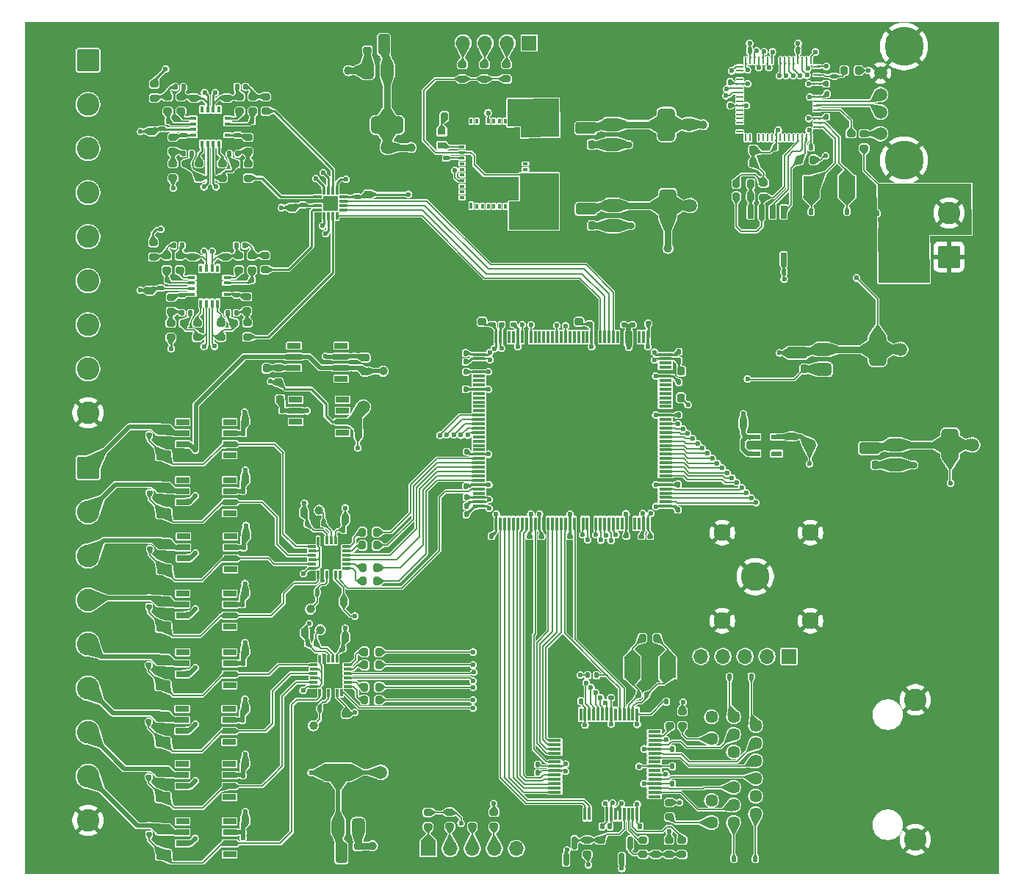
<source format=gbr>
%TF.GenerationSoftware,KiCad,Pcbnew,9.0.0*%
%TF.CreationDate,2025-06-18T17:59:25+02:00*%
%TF.ProjectId,Nanopipets,4e616e6f-7069-4706-9574-732e6b696361,rev?*%
%TF.SameCoordinates,Original*%
%TF.FileFunction,Copper,L1,Top*%
%TF.FilePolarity,Positive*%
%FSLAX46Y46*%
G04 Gerber Fmt 4.6, Leading zero omitted, Abs format (unit mm)*
G04 Created by KiCad (PCBNEW 9.0.0) date 2025-06-18 17:59:25*
%MOMM*%
%LPD*%
G01*
G04 APERTURE LIST*
G04 Aperture macros list*
%AMRoundRect*
0 Rectangle with rounded corners*
0 $1 Rounding radius*
0 $2 $3 $4 $5 $6 $7 $8 $9 X,Y pos of 4 corners*
0 Add a 4 corners polygon primitive as box body*
4,1,4,$2,$3,$4,$5,$6,$7,$8,$9,$2,$3,0*
0 Add four circle primitives for the rounded corners*
1,1,$1+$1,$2,$3*
1,1,$1+$1,$4,$5*
1,1,$1+$1,$6,$7*
1,1,$1+$1,$8,$9*
0 Add four rect primitives between the rounded corners*
20,1,$1+$1,$2,$3,$4,$5,0*
20,1,$1+$1,$4,$5,$6,$7,0*
20,1,$1+$1,$6,$7,$8,$9,0*
20,1,$1+$1,$8,$9,$2,$3,0*%
G04 Aperture macros list end*
%TA.AperFunction,SMDPad,CuDef*%
%ADD10R,1.475000X0.300000*%
%TD*%
%TA.AperFunction,SMDPad,CuDef*%
%ADD11R,0.300000X1.475000*%
%TD*%
%TA.AperFunction,SMDPad,CuDef*%
%ADD12R,6.760000X5.765000*%
%TD*%
%TA.AperFunction,SMDPad,CuDef*%
%ADD13RoundRect,0.200000X-0.200000X-0.275000X0.200000X-0.275000X0.200000X0.275000X-0.200000X0.275000X0*%
%TD*%
%TA.AperFunction,SMDPad,CuDef*%
%ADD14R,1.900000X2.400000*%
%TD*%
%TA.AperFunction,SMDPad,CuDef*%
%ADD15RoundRect,0.200000X0.275000X-0.200000X0.275000X0.200000X-0.275000X0.200000X-0.275000X-0.200000X0*%
%TD*%
%TA.AperFunction,SMDPad,CuDef*%
%ADD16RoundRect,0.140000X-0.140000X-0.170000X0.140000X-0.170000X0.140000X0.170000X-0.140000X0.170000X0*%
%TD*%
%TA.AperFunction,SMDPad,CuDef*%
%ADD17RoundRect,0.250000X-0.412500X-0.925000X0.412500X-0.925000X0.412500X0.925000X-0.412500X0.925000X0*%
%TD*%
%TA.AperFunction,ComponentPad*%
%ADD18R,1.700000X1.700000*%
%TD*%
%TA.AperFunction,ComponentPad*%
%ADD19O,1.700000X1.700000*%
%TD*%
%TA.AperFunction,SMDPad,CuDef*%
%ADD20RoundRect,0.375000X-0.625000X-0.375000X0.625000X-0.375000X0.625000X0.375000X-0.625000X0.375000X0*%
%TD*%
%TA.AperFunction,SMDPad,CuDef*%
%ADD21RoundRect,0.500000X-0.500000X-1.400000X0.500000X-1.400000X0.500000X1.400000X-0.500000X1.400000X0*%
%TD*%
%TA.AperFunction,SMDPad,CuDef*%
%ADD22RoundRect,0.140000X-0.170000X0.140000X-0.170000X-0.140000X0.170000X-0.140000X0.170000X0.140000X0*%
%TD*%
%TA.AperFunction,SMDPad,CuDef*%
%ADD23RoundRect,0.140000X0.140000X0.170000X-0.140000X0.170000X-0.140000X-0.170000X0.140000X-0.170000X0*%
%TD*%
%TA.AperFunction,SMDPad,CuDef*%
%ADD24RoundRect,0.225000X0.250000X-0.225000X0.250000X0.225000X-0.250000X0.225000X-0.250000X-0.225000X0*%
%TD*%
%TA.AperFunction,SMDPad,CuDef*%
%ADD25RoundRect,0.140000X0.170000X-0.140000X0.170000X0.140000X-0.170000X0.140000X-0.170000X-0.140000X0*%
%TD*%
%TA.AperFunction,SMDPad,CuDef*%
%ADD26RoundRect,0.225000X-0.225000X-0.250000X0.225000X-0.250000X0.225000X0.250000X-0.225000X0.250000X0*%
%TD*%
%TA.AperFunction,SMDPad,CuDef*%
%ADD27RoundRect,0.200000X-0.275000X0.200000X-0.275000X-0.200000X0.275000X-0.200000X0.275000X0.200000X0*%
%TD*%
%TA.AperFunction,SMDPad,CuDef*%
%ADD28RoundRect,0.150000X-0.150000X0.587500X-0.150000X-0.587500X0.150000X-0.587500X0.150000X0.587500X0*%
%TD*%
%TA.AperFunction,SMDPad,CuDef*%
%ADD29R,1.528000X0.650000*%
%TD*%
%TA.AperFunction,SMDPad,CuDef*%
%ADD30RoundRect,0.225000X0.225000X0.250000X-0.225000X0.250000X-0.225000X-0.250000X0.225000X-0.250000X0*%
%TD*%
%TA.AperFunction,SMDPad,CuDef*%
%ADD31RoundRect,0.250000X-0.625000X0.312500X-0.625000X-0.312500X0.625000X-0.312500X0.625000X0.312500X0*%
%TD*%
%TA.AperFunction,SMDPad,CuDef*%
%ADD32C,1.500000*%
%TD*%
%TA.AperFunction,SMDPad,CuDef*%
%ADD33RoundRect,0.225000X-0.250000X0.225000X-0.250000X-0.225000X0.250000X-0.225000X0.250000X0.225000X0*%
%TD*%
%TA.AperFunction,ComponentPad*%
%ADD34RoundRect,0.250000X-1.050000X1.050000X-1.050000X-1.050000X1.050000X-1.050000X1.050000X1.050000X0*%
%TD*%
%TA.AperFunction,ComponentPad*%
%ADD35C,2.600000*%
%TD*%
%TA.AperFunction,ComponentPad*%
%ADD36C,1.446000*%
%TD*%
%TA.AperFunction,SMDPad,CuDef*%
%ADD37R,0.800000X0.350000*%
%TD*%
%TA.AperFunction,SMDPad,CuDef*%
%ADD38R,0.350000X0.800000*%
%TD*%
%TA.AperFunction,SMDPad,CuDef*%
%ADD39R,2.800000X2.800000*%
%TD*%
%TA.AperFunction,SMDPad,CuDef*%
%ADD40RoundRect,0.062500X0.337500X0.062500X-0.337500X0.062500X-0.337500X-0.062500X0.337500X-0.062500X0*%
%TD*%
%TA.AperFunction,SMDPad,CuDef*%
%ADD41RoundRect,0.062500X0.062500X0.337500X-0.062500X0.337500X-0.062500X-0.337500X0.062500X-0.337500X0*%
%TD*%
%TA.AperFunction,HeatsinkPad*%
%ADD42R,4.350000X4.350000*%
%TD*%
%TA.AperFunction,ComponentPad*%
%ADD43RoundRect,0.250000X1.050000X-1.050000X1.050000X1.050000X-1.050000X1.050000X-1.050000X-1.050000X0*%
%TD*%
%TA.AperFunction,SMDPad,CuDef*%
%ADD44RoundRect,0.200000X0.200000X0.275000X-0.200000X0.275000X-0.200000X-0.275000X0.200000X-0.275000X0*%
%TD*%
%TA.AperFunction,SMDPad,CuDef*%
%ADD45R,1.525000X0.650000*%
%TD*%
%TA.AperFunction,SMDPad,CuDef*%
%ADD46C,1.000000*%
%TD*%
%TA.AperFunction,SMDPad,CuDef*%
%ADD47R,1.200000X0.600000*%
%TD*%
%TA.AperFunction,SMDPad,CuDef*%
%ADD48R,0.300000X0.850000*%
%TD*%
%TA.AperFunction,SMDPad,CuDef*%
%ADD49R,0.850000X0.300000*%
%TD*%
%TA.AperFunction,SMDPad,CuDef*%
%ADD50R,0.600000X0.600000*%
%TD*%
%TA.AperFunction,SMDPad,CuDef*%
%ADD51RoundRect,0.250000X0.925000X-0.412500X0.925000X0.412500X-0.925000X0.412500X-0.925000X-0.412500X0*%
%TD*%
%TA.AperFunction,SMDPad,CuDef*%
%ADD52R,0.300000X0.750000*%
%TD*%
%TA.AperFunction,SMDPad,CuDef*%
%ADD53R,0.300000X0.600000*%
%TD*%
%TA.AperFunction,SMDPad,CuDef*%
%ADD54R,0.600000X0.300000*%
%TD*%
%TA.AperFunction,SMDPad,CuDef*%
%ADD55R,4.150000X2.425000*%
%TD*%
%TA.AperFunction,SMDPad,CuDef*%
%ADD56R,4.440000X4.440000*%
%TD*%
%TA.AperFunction,SMDPad,CuDef*%
%ADD57RoundRect,0.375000X-0.375000X0.625000X-0.375000X-0.625000X0.375000X-0.625000X0.375000X0.625000X0*%
%TD*%
%TA.AperFunction,SMDPad,CuDef*%
%ADD58RoundRect,0.500000X-1.400000X0.500000X-1.400000X-0.500000X1.400000X-0.500000X1.400000X0.500000X0*%
%TD*%
%TA.AperFunction,SMDPad,CuDef*%
%ADD59RoundRect,0.250000X0.650000X-0.325000X0.650000X0.325000X-0.650000X0.325000X-0.650000X-0.325000X0*%
%TD*%
%TA.AperFunction,SMDPad,CuDef*%
%ADD60RoundRect,0.250000X0.412500X0.925000X-0.412500X0.925000X-0.412500X-0.925000X0.412500X-0.925000X0*%
%TD*%
%TA.AperFunction,SMDPad,CuDef*%
%ADD61R,0.300000X0.900000*%
%TD*%
%TA.AperFunction,SMDPad,CuDef*%
%ADD62R,0.900000X0.300000*%
%TD*%
%TA.AperFunction,SMDPad,CuDef*%
%ADD63R,0.900000X0.900000*%
%TD*%
%TA.AperFunction,SMDPad,CuDef*%
%ADD64R,0.950000X0.800000*%
%TD*%
%TA.AperFunction,SMDPad,CuDef*%
%ADD65R,0.650000X1.525000*%
%TD*%
%TA.AperFunction,ComponentPad*%
%ADD66C,1.500000*%
%TD*%
%TA.AperFunction,ComponentPad*%
%ADD67C,4.500000*%
%TD*%
%TA.AperFunction,ComponentPad*%
%ADD68C,1.950000*%
%TD*%
%TA.AperFunction,ComponentPad*%
%ADD69C,3.300000*%
%TD*%
%TA.AperFunction,SMDPad,CuDef*%
%ADD70RoundRect,0.375000X0.375000X-0.625000X0.375000X0.625000X-0.375000X0.625000X-0.375000X-0.625000X0*%
%TD*%
%TA.AperFunction,SMDPad,CuDef*%
%ADD71RoundRect,0.500000X1.400000X-0.500000X1.400000X0.500000X-1.400000X0.500000X-1.400000X-0.500000X0*%
%TD*%
%TA.AperFunction,SMDPad,CuDef*%
%ADD72RoundRect,0.135000X-0.135000X-0.185000X0.135000X-0.185000X0.135000X0.185000X-0.135000X0.185000X0*%
%TD*%
%TA.AperFunction,SMDPad,CuDef*%
%ADD73RoundRect,0.250000X-0.475000X0.250000X-0.475000X-0.250000X0.475000X-0.250000X0.475000X0.250000X0*%
%TD*%
%TA.AperFunction,ViaPad*%
%ADD74C,0.600000*%
%TD*%
%TA.AperFunction,ViaPad*%
%ADD75C,1.000000*%
%TD*%
%TA.AperFunction,Conductor*%
%ADD76C,0.762000*%
%TD*%
%TA.AperFunction,Conductor*%
%ADD77C,0.152400*%
%TD*%
%TA.AperFunction,Conductor*%
%ADD78C,0.203200*%
%TD*%
%TA.AperFunction,Conductor*%
%ADD79C,0.254000*%
%TD*%
%TA.AperFunction,Conductor*%
%ADD80C,0.200000*%
%TD*%
%TA.AperFunction,Conductor*%
%ADD81C,0.508000*%
%TD*%
%TA.AperFunction,Conductor*%
%ADD82C,0.150000*%
%TD*%
%TA.AperFunction,Conductor*%
%ADD83C,0.203000*%
%TD*%
G04 APERTURE END LIST*
D10*
%TO.P,IC15,1,VCC_ONE_1*%
%TO.N,+3.3VD*%
X49562000Y-36000000D03*
%TO.P,IC15,2,VCCA6*%
%TO.N,+3.3VCCA*%
X49561999Y-36500000D03*
%TO.P,IC15,3,GND_1*%
%TO.N,GND*%
X49562000Y-37000000D03*
%TO.P,IC15,4,GND_2*%
X49562000Y-37500000D03*
%TO.P,IC15,5,VCCA3_1*%
%TO.N,+3.3VCCA*%
X49562000Y-38000000D03*
%TO.P,IC15,6,IO_1*%
%TO.N,unconnected-(IC15-IO_1-Pad6)*%
X49562000Y-38500000D03*
%TO.P,IC15,7,IO_2*%
%TO.N,unconnected-(IC15-IO_2-Pad7)*%
X49561999Y-39000000D03*
%TO.P,IC15,8,IO_3*%
%TO.N,unconnected-(IC15-IO_3-Pad8)*%
X49562000Y-39500000D03*
%TO.P,IC15,9,VCCIO1A*%
%TO.N,+3.3VD*%
X49562000Y-40000000D03*
%TO.P,IC15,10,IO_4*%
%TO.N,unconnected-(IC15-IO_4-Pad10)*%
X49562000Y-40500000D03*
%TO.P,IC15,11,IO_5*%
%TO.N,unconnected-(IC15-IO_5-Pad11)*%
X49562000Y-41000000D03*
%TO.P,IC15,12,IO_6*%
%TO.N,unconnected-(IC15-IO_6-Pad12)*%
X49561999Y-41500000D03*
%TO.P,IC15,13,IO_7*%
%TO.N,unconnected-(IC15-IO_7-Pad13)*%
X49562000Y-42000000D03*
%TO.P,IC15,14,IO_8*%
%TO.N,unconnected-(IC15-IO_8-Pad14)*%
X49562000Y-42500000D03*
%TO.P,IC15,15,IO_9/JTAGEN*%
%TO.N,/Connectors/JTAG.EN*%
X49562000Y-43000001D03*
%TO.P,IC15,16,IO_10/TMS*%
%TO.N,/Connectors/JTAG.TMS*%
X49562000Y-43500000D03*
%TO.P,IC15,17,IO_11/TCK*%
%TO.N,/Connectors/JTAG.TCK*%
X49561999Y-44000000D03*
%TO.P,IC15,18,IO_12/TDI*%
%TO.N,/Connectors/JTAG.TDI*%
X49562000Y-44500000D03*
%TO.P,IC15,19,IO_13/TDO*%
%TO.N,/Connectors/JTAG.TDO*%
X49562000Y-45000000D03*
%TO.P,IC15,20,IO_9*%
%TO.N,unconnected-(IC15-IO_9-Pad20)*%
X49561999Y-45500000D03*
%TO.P,IC15,21,IO_10*%
%TO.N,unconnected-(IC15-IO_10-Pad21)*%
X49562000Y-46000000D03*
%TO.P,IC15,22,IO_11*%
%TO.N,unconnected-(IC15-IO_11-Pad22)*%
X49562000Y-46499999D03*
%TO.P,IC15,23,IO_12*%
%TO.N,unconnected-(IC15-IO_12-Pad23)*%
X49562000Y-47000000D03*
%TO.P,IC15,24,VCCIO1B*%
%TO.N,+3.3VD*%
X49562000Y-47500000D03*
%TO.P,IC15,25,IO_13*%
%TO.N,/ADC1/ADC1.SDOD*%
X49561999Y-48000000D03*
%TO.P,IC15,26,IO_14*%
%TO.N,/ADC1/ADC1.SDOC*%
X49562000Y-48500000D03*
%TO.P,IC15,27,IO_15*%
%TO.N,/ADC1/ADC1.SCLK*%
X49562000Y-49000000D03*
%TO.P,IC15,28,IO_16*%
%TO.N,/ADC1/ADC.SDI*%
X49562000Y-49500000D03*
%TO.P,IC15,29,IO_17*%
%TO.N,/ADC1/ADC1.SDOB*%
X49562000Y-50000000D03*
%TO.P,IC15,30,IO_18*%
%TO.N,/ADC1/ADC1.SDOA*%
X49561999Y-50500000D03*
%TO.P,IC15,31,VCCIO2*%
%TO.N,+3.3VD*%
X49562000Y-51000000D03*
%TO.P,IC15,32,IO_19*%
%TO.N,/ADC1/ADC1.CS*%
X49562000Y-51500000D03*
%TO.P,IC15,33,IO_20*%
%TO.N,unconnected-(IC15-IO_20-Pad33)*%
X49562000Y-52000000D03*
%TO.P,IC15,34,VCCA2*%
%TO.N,+3.3VCCA*%
X49562000Y-52500000D03*
%TO.P,IC15,35,VCCA1*%
X49561999Y-53000000D03*
%TO.P,IC15,36,VCC_ONE_2*%
%TO.N,+3.3VD*%
X49562000Y-53500000D03*
D11*
%TO.P,IC15,37,VCC_ONE_3*%
X51550000Y-55488000D03*
%TO.P,IC15,38,IO_21*%
%TO.N,/Ethernet/Ethernet.TX_CTRL*%
X52050000Y-55488001D03*
%TO.P,IC15,39,IO_22*%
%TO.N,/Ethernet/Ethernet.RX_CTRL*%
X52550000Y-55488000D03*
%TO.P,IC15,40,IO_23*%
%TO.N,/Ethernet/Ethernet.RX3*%
X53050000Y-55488000D03*
%TO.P,IC15,41,IO_24*%
%TO.N,/Ethernet/Ethernet.RX2*%
X53550000Y-55488000D03*
%TO.P,IC15,42,IO_25*%
%TO.N,/Ethernet/Ethernet.RX1*%
X54050000Y-55488000D03*
%TO.P,IC15,43,IO_26*%
%TO.N,/Ethernet/Ethernet.RX0*%
X54550000Y-55488001D03*
%TO.P,IC15,44,IO_27*%
%TO.N,/Ethernet/Ethernet.RX_CLK*%
X55050000Y-55488000D03*
%TO.P,IC15,45,VCCIO3_1*%
%TO.N,+1.8VD*%
X55550000Y-55488000D03*
%TO.P,IC15,46,IO_28*%
%TO.N,/Ethernet/Ethernet.GTX_CLK*%
X56050000Y-55488000D03*
%TO.P,IC15,47,VCC_ONE_4*%
%TO.N,+3.3VD*%
X56550000Y-55488000D03*
%TO.P,IC15,48,GND_3*%
%TO.N,GND*%
X57050000Y-55488001D03*
%TO.P,IC15,49,IO_29*%
%TO.N,/Ethernet/Ethernet.TX0*%
X57550000Y-55488000D03*
%TO.P,IC15,50,IO_30*%
%TO.N,/Ethernet/Ethernet.TX1*%
X58050000Y-55488000D03*
%TO.P,IC15,51,IO_31*%
%TO.N,/Ethernet/Ethernet.TX2*%
X58550001Y-55488000D03*
%TO.P,IC15,52,IO_32*%
%TO.N,/Ethernet/Ethernet.TX3*%
X59050000Y-55488000D03*
%TO.P,IC15,53,IO_33*%
%TO.N,/Ethernet/Ethernet.MDIO*%
X59550000Y-55488001D03*
%TO.P,IC15,54,VCCIO3_2*%
%TO.N,+1.8VD*%
X60050000Y-55488000D03*
%TO.P,IC15,55,IO_34*%
%TO.N,/Ethernet/Ethernet.MDC*%
X60550000Y-55488000D03*
%TO.P,IC15,56,GND_4*%
%TO.N,GND*%
X61050000Y-55488001D03*
%TO.P,IC15,57,IO_35*%
%TO.N,/ADC2/ADC2.SDOD*%
X61550000Y-55488000D03*
%TO.P,IC15,58,IO_36*%
%TO.N,/ADC2/ADC2.SDOC*%
X62049999Y-55488000D03*
%TO.P,IC15,59,GND_5*%
%TO.N,GND*%
X62550000Y-55488000D03*
%TO.P,IC15,60,IO_37*%
%TO.N,/ADC2/ADC2.SCLK*%
X63050000Y-55488000D03*
%TO.P,IC15,61,IO_38*%
%TO.N,/ADC2/ADC2.SDI*%
X63550000Y-55488001D03*
%TO.P,IC15,62,IO_39*%
%TO.N,/ADC2/ADC2.SDOB*%
X64050000Y-55488000D03*
%TO.P,IC15,63,IO_40*%
%TO.N,/ADC2/ADC2.SDOA*%
X64550000Y-55488000D03*
%TO.P,IC15,64,IO_41*%
%TO.N,/ADC2/ADC2.CS*%
X65050000Y-55488000D03*
%TO.P,IC15,65,IO_42*%
%TO.N,unconnected-(IC15-IO_42-Pad65)*%
X65550000Y-55488000D03*
%TO.P,IC15,66,IO_43*%
%TO.N,unconnected-(IC15-IO_43-Pad66)*%
X66050000Y-55488001D03*
%TO.P,IC15,67,VCCIO4*%
%TO.N,+3.3VD*%
X66550000Y-55488000D03*
%TO.P,IC15,68,GND_6*%
%TO.N,GND*%
X67050000Y-55488000D03*
%TO.P,IC15,69,IO_44*%
%TO.N,unconnected-(IC15-IO_44-Pad69)*%
X67550000Y-55488000D03*
%TO.P,IC15,70,IO_45*%
%TO.N,unconnected-(IC15-IO_45-Pad70)*%
X68050000Y-55488000D03*
%TO.P,IC15,71,VCCA5*%
%TO.N,+3.3VCCA*%
X68550000Y-55488001D03*
%TO.P,IC15,72,VCC_ONE_5*%
%TO.N,+3.3VD*%
X69050000Y-55488000D03*
D10*
%TO.P,IC15,73,VCC_ONE_6*%
X71038000Y-53500000D03*
%TO.P,IC15,74,IO_46*%
%TO.N,/FPGA/USB.D0*%
X71038001Y-53000000D03*
%TO.P,IC15,75,IO_47*%
%TO.N,/FPGA/USB.D1*%
X71038000Y-52500000D03*
%TO.P,IC15,76,IO_48*%
%TO.N,/FPGA/USB.D2*%
X71038000Y-52000000D03*
%TO.P,IC15,77,IO_49*%
%TO.N,/FPGA/USB.D3*%
X71038000Y-51500000D03*
%TO.P,IC15,78,VCCIO5*%
%TO.N,+3.3VD*%
X71038000Y-51000000D03*
%TO.P,IC15,79,GND_7*%
%TO.N,GND*%
X71038001Y-50500000D03*
%TO.P,IC15,80,IO_50*%
%TO.N,/FPGA/USB.D4*%
X71038000Y-50000000D03*
%TO.P,IC15,81,IO_51*%
%TO.N,/FPGA/USB.D5*%
X71038000Y-49500000D03*
%TO.P,IC15,82,IO_52*%
%TO.N,/FPGA/USB.D6*%
X71038000Y-49000000D03*
%TO.P,IC15,83,IO_53*%
%TO.N,/FPGA/USB.D7*%
X71038000Y-48500000D03*
%TO.P,IC15,84,IO_54*%
%TO.N,/FPGA/USB.RXF#*%
X71038001Y-48000000D03*
%TO.P,IC15,85,IO_55*%
%TO.N,/FPGA/USB.TXE#*%
X71038000Y-47500000D03*
%TO.P,IC15,86,IO_56*%
%TO.N,/FPGA/USB.RD#*%
X71038000Y-47000000D03*
%TO.P,IC15,87,IO_57*%
%TO.N,/FPGA/USB.WR#*%
X71038000Y-46499999D03*
%TO.P,IC15,88,IO_58*%
%TO.N,/FPGA/USB.SWIUA*%
X71038000Y-46000000D03*
%TO.P,IC15,89,IO_59*%
%TO.N,/FPGA/USB.CLKOUT*%
X71038001Y-45500000D03*
%TO.P,IC15,90,IO_60*%
%TO.N,/FPGA/USB.OE#*%
X71038000Y-45000000D03*
%TO.P,IC15,91,IO_61*%
%TO.N,/FPGA/USB.RXD*%
X71038000Y-44500000D03*
%TO.P,IC15,92,IO_62*%
%TO.N,/FPGA/USB.TXD*%
X71038001Y-44000000D03*
%TO.P,IC15,93,IO_63*%
%TO.N,unconnected-(IC15-IO_63-Pad93)*%
X71038000Y-43500000D03*
%TO.P,IC15,94,VCCIO6_1*%
%TO.N,+3.3VD*%
X71038000Y-43000001D03*
%TO.P,IC15,95,GND_8*%
%TO.N,GND*%
X71038000Y-42500000D03*
%TO.P,IC15,96,IO_64*%
%TO.N,unconnected-(IC15-IO_64-Pad96)*%
X71038000Y-42000000D03*
%TO.P,IC15,97,IO_65*%
%TO.N,unconnected-(IC15-IO_65-Pad97)*%
X71038001Y-41500000D03*
%TO.P,IC15,98,IO_66*%
%TO.N,unconnected-(IC15-IO_66-Pad98)*%
X71038000Y-41000000D03*
%TO.P,IC15,99,IO_67*%
%TO.N,unconnected-(IC15-IO_67-Pad99)*%
X71038000Y-40500000D03*
%TO.P,IC15,100,IO_68*%
%TO.N,unconnected-(IC15-IO_68-Pad100)*%
X71038000Y-40000000D03*
%TO.P,IC15,101,IO_69*%
%TO.N,unconnected-(IC15-IO_69-Pad101)*%
X71038000Y-39500000D03*
%TO.P,IC15,102,IO_70*%
%TO.N,unconnected-(IC15-IO_70-Pad102)*%
X71038001Y-39000000D03*
%TO.P,IC15,103,VCCIO6_2*%
%TO.N,+3.3VD*%
X71038000Y-38500000D03*
%TO.P,IC15,104,GND_9*%
%TO.N,GND*%
X71038000Y-38000000D03*
%TO.P,IC15,105,IO_71*%
%TO.N,unconnected-(IC15-IO_71-Pad105)*%
X71038000Y-37500000D03*
%TO.P,IC15,106,IO_72*%
%TO.N,unconnected-(IC15-IO_72-Pad106)*%
X71038000Y-37000000D03*
%TO.P,IC15,107,VCCA3_2*%
%TO.N,+3.3VCCA*%
X71038001Y-36500000D03*
%TO.P,IC15,108,VCC_ONE_7*%
%TO.N,+3.3VD*%
X71038000Y-36000000D03*
D11*
%TO.P,IC15,109,VCC_ONE_8*%
X69050000Y-34012000D03*
%TO.P,IC15,110,IO_73*%
%TO.N,unconnected-(IC15-IO_73-Pad110)*%
X68550000Y-34011999D03*
%TO.P,IC15,111,IO_74*%
%TO.N,unconnected-(IC15-IO_74-Pad111)*%
X68050000Y-34012000D03*
%TO.P,IC15,112,GND_10*%
%TO.N,GND*%
X67550000Y-34012000D03*
%TO.P,IC15,113,VCCIO7*%
%TO.N,+3.3VD*%
X67050000Y-34012000D03*
%TO.P,IC15,114,VCC_ONE_9*%
X66550000Y-34012000D03*
%TO.P,IC15,115,GND_11*%
%TO.N,GND*%
X66050000Y-34011999D03*
%TO.P,IC15,116,IO_75*%
%TO.N,unconnected-(IC15-IO_75-Pad116)*%
X65550000Y-34012000D03*
%TO.P,IC15,117,IO_76*%
%TO.N,/DAC/DAC.SDO*%
X65050000Y-34012000D03*
%TO.P,IC15,118,IO_77*%
%TO.N,/DAC/DAC.SDI*%
X64550000Y-34012000D03*
%TO.P,IC15,119,IO_78*%
%TO.N,/DAC/DAC.SCLK*%
X64050000Y-34012000D03*
%TO.P,IC15,120,IO_79*%
%TO.N,/DAC/DAC.CS*%
X63550000Y-34011999D03*
%TO.P,IC15,121,GND_12*%
%TO.N,GND*%
X63050000Y-34012000D03*
%TO.P,IC15,122,VCCIO8_1*%
%TO.N,+3.3VD*%
X62550000Y-34012000D03*
%TO.P,IC15,123,IO_80*%
%TO.N,unconnected-(IC15-IO_80-Pad123)*%
X62049999Y-34012000D03*
%TO.P,IC15,124,IO_86/DEV_CLRN*%
%TO.N,unconnected-(IC15-IO_86{slash}DEV_CLRN-Pad124)*%
X61550000Y-34012000D03*
%TO.P,IC15,125,IO_87/DEV_OE*%
%TO.N,unconnected-(IC15-IO_87{slash}DEV_OE-Pad125)*%
X61050000Y-34011999D03*
%TO.P,IC15,126,IO_81*%
%TO.N,unconnected-(IC15-IO_81-Pad126)*%
X60550000Y-34012000D03*
%TO.P,IC15,127,IO_82*%
%TO.N,unconnected-(IC15-IO_82-Pad127)*%
X60050000Y-34012000D03*
%TO.P,IC15,128,IO_90/CONFIG_SEL*%
%TO.N,/Connectors/CONFIG_SEL*%
X59550000Y-34011999D03*
%TO.P,IC15,129,IO_83*%
%TO.N,unconnected-(IC15-IO_83-Pad129)*%
X59050000Y-34012000D03*
%TO.P,IC15,130,NCONFIG*%
%TO.N,/Connectors/NCONFIG*%
X58550001Y-34012000D03*
%TO.P,IC15,131,IO_84*%
%TO.N,unconnected-(IC15-IO_84-Pad131)*%
X58050000Y-34012000D03*
%TO.P,IC15,132,IO_85*%
%TO.N,unconnected-(IC15-IO_85-Pad132)*%
X57550000Y-34012000D03*
%TO.P,IC15,133,IO_86*%
%TO.N,unconnected-(IC15-IO_86-Pad133)*%
X57050000Y-34011999D03*
%TO.P,IC15,134,IO_87*%
%TO.N,unconnected-(IC15-IO_87-Pad134)*%
X56550000Y-34012000D03*
%TO.P,IC15,135,IO_88*%
%TO.N,unconnected-(IC15-IO_88-Pad135)*%
X56050000Y-34012000D03*
%TO.P,IC15,136,IO_97/NSTATUS*%
%TO.N,/Connectors/NSTATUS*%
X55550000Y-34012000D03*
%TO.P,IC15,137,GND_13*%
%TO.N,GND*%
X55050000Y-34012000D03*
%TO.P,IC15,138,IO-98/CONF_DONE*%
%TO.N,/Connectors/CONF_DONE*%
X54550000Y-34011999D03*
%TO.P,IC15,139,VCCIO8_2*%
%TO.N,+3.3VD*%
X54050000Y-34012000D03*
%TO.P,IC15,140,IO_89*%
%TO.N,unconnected-(IC15-IO_89-Pad140)*%
X53550000Y-34012000D03*
%TO.P,IC15,141,IO_90*%
%TO.N,unconnected-(IC15-IO_90-Pad141)*%
X53050000Y-34012000D03*
%TO.P,IC15,142,GND_14*%
%TO.N,GND*%
X52550000Y-34012000D03*
%TO.P,IC15,143,VCCA4*%
%TO.N,+3.3VCCA*%
X52050000Y-34011999D03*
%TO.P,IC15,144,VCC_ONE_10*%
%TO.N,+3.3VD*%
X51550000Y-34012000D03*
D12*
%TO.P,IC15,145,EP*%
%TO.N,GND*%
X60300000Y-44750000D03*
%TD*%
D13*
%TO.P,R16,1*%
%TO.N,Net-(IC13-SDOA)*%
X36375000Y-75849000D03*
%TO.P,R16,2*%
%TO.N,/ADC2/ADC2.SDOA*%
X38025000Y-75849000D03*
%TD*%
D14*
%TO.P,Y1,1,1*%
%TO.N,Net-(IC16-X_O)*%
X71324093Y-72124293D03*
%TO.P,Y1,2,2*%
%TO.N,Net-(IC16-X_I)*%
X67224093Y-72124293D03*
%TD*%
D15*
%TO.P,R25,1*%
%TO.N,Net-(C73-Pad1)*%
X14287750Y-12600000D03*
%TO.P,R25,2*%
%TO.N,Net-(U7C-+)*%
X14287750Y-10950000D03*
%TD*%
D16*
%TO.P,C152,1*%
%TO.N,Net-(T1-CD4)*%
X78450000Y-73150000D03*
%TO.P,C152,2*%
%TO.N,GND*%
X79410000Y-73150000D03*
%TD*%
D17*
%TO.P,C22,1*%
%TO.N,+3.3VD_ADC*%
X38625000Y-250000D03*
%TO.P,C22,2*%
%TO.N,GND*%
X41700000Y-250000D03*
%TD*%
D18*
%TO.P,J3,1,Pin_1*%
%TO.N,/Connectors/JTAG.EN*%
X43720000Y-92970000D03*
D19*
%TO.P,J3,2,Pin_2*%
%TO.N,/Connectors/JTAG.TMS*%
X46260000Y-92970000D03*
%TO.P,J3,3,Pin_3*%
%TO.N,/Connectors/JTAG.TCK*%
X48799999Y-92970000D03*
%TO.P,J3,4,Pin_4*%
%TO.N,/Connectors/JTAG.TDI*%
X51340000Y-92970000D03*
%TO.P,J3,5,Pin_5*%
%TO.N,/Connectors/JTAG.TDO*%
X53880000Y-92970000D03*
%TD*%
D20*
%TO.P,U1,1,GND*%
%TO.N,GND*%
X65024800Y-16540653D03*
%TO.P,U1,2,VO*%
%TO.N,+3.3VCCA*%
X65024800Y-18840653D03*
D21*
X71324800Y-18840653D03*
D20*
%TO.P,U1,3,VI*%
%TO.N,+5V*%
X65024800Y-21140653D03*
%TD*%
D22*
%TO.P,C26,1*%
%TO.N,/Connectors/IN1*%
X11558000Y-44340000D03*
%TO.P,C26,2*%
%TO.N,/ADC1/IN1*%
X11558000Y-45300000D03*
%TD*%
D15*
%TO.P,R70,1*%
%TO.N,+3.3VD*%
X47650000Y-4250000D03*
%TO.P,R70,2*%
%TO.N,/Connectors/CONF_DONE*%
X47650000Y-2600000D03*
%TD*%
D22*
%TO.P,C104,1*%
%TO.N,GND*%
X69085534Y-31466417D03*
%TO.P,C104,2*%
%TO.N,+3.3VD*%
X69085534Y-32426417D03*
%TD*%
D23*
%TO.P,C41,1*%
%TO.N,+3.3VA_ADC*%
X29756896Y-55550000D03*
%TO.P,C41,2*%
%TO.N,GND*%
X28796896Y-55550000D03*
%TD*%
D24*
%TO.P,C120,1*%
%TO.N,+3.3VD*%
X61110000Y-32220000D03*
%TO.P,C120,2*%
%TO.N,GND*%
X61110000Y-30670000D03*
%TD*%
D16*
%TO.P,C112,1*%
%TO.N,GND*%
X47119615Y-51174648D03*
%TO.P,C112,2*%
%TO.N,+3.3VD*%
X48079615Y-51174648D03*
%TD*%
D25*
%TO.P,C96,1*%
%TO.N,GND*%
X69297665Y-57952967D03*
%TO.P,C96,2*%
%TO.N,+3.3VD*%
X69297665Y-56992967D03*
%TD*%
D23*
%TO.P,C76,1*%
%TO.N,Net-(U7B-+)*%
X13762750Y-9100000D03*
%TO.P,C76,2*%
%TO.N,GND*%
X12802750Y-9100000D03*
%TD*%
D26*
%TO.P,C54,1*%
%TO.N,+3.3VA_ADC*%
X22608000Y-83120000D03*
%TO.P,C54,2*%
%TO.N,GND*%
X24158000Y-83120000D03*
%TD*%
D27*
%TO.P,R40,1*%
%TO.N,Net-(C80-Pad1)*%
X13700000Y-6300000D03*
%TO.P,R40,2*%
%TO.N,Net-(U7B-+)*%
X13700000Y-7950000D03*
%TD*%
D28*
%TO.P,Q1,1,B*%
%TO.N,/Connectors/LED2*%
X60562500Y-92312500D03*
%TO.P,Q1,2,E*%
%TO.N,GND*%
X58662500Y-92312500D03*
%TO.P,Q1,3,C*%
%TO.N,Net-(Q1-C)*%
X59612500Y-94187500D03*
%TD*%
D29*
%TO.P,IC5,1,NC*%
%TO.N,unconnected-(IC5-NC-Pad1)*%
X15508000Y-56980000D03*
%TO.P,IC5,2,-*%
%TO.N,/Connectors/IN3*%
X15508000Y-58250000D03*
%TO.P,IC5,3,+*%
%TO.N,+1.25V_VCOM*%
X15508000Y-59520000D03*
%TO.P,IC5,4,V-*%
%TO.N,GND*%
X15508000Y-60790000D03*
%TO.P,IC5,5,NC*%
%TO.N,unconnected-(IC5-NC-Pad5)*%
X20930000Y-60790000D03*
%TO.P,IC5,6*%
%TO.N,/ADC1/IN3*%
X20930000Y-59520000D03*
%TO.P,IC5,7,V+*%
%TO.N,+3.3VA_ADC*%
X20930000Y-58250000D03*
%TO.P,IC5,8,NC*%
%TO.N,unconnected-(IC5-NC-Pad8)*%
X20930000Y-56980000D03*
%TD*%
D16*
%TO.P,C32,1*%
%TO.N,+3.3VA_ADC*%
X22458000Y-58250000D03*
%TO.P,C32,2*%
%TO.N,GND*%
X23418000Y-58250000D03*
%TD*%
D30*
%TO.P,C154,1*%
%TO.N,+5V*%
X96581318Y-21035589D03*
%TO.P,C154,2*%
%TO.N,GND*%
X95031318Y-21035589D03*
%TD*%
D31*
%TO.P,R13,1*%
%TO.N,/Connectors/IN7*%
X13158000Y-84100000D03*
%TO.P,R13,2*%
%TO.N,/ADC2/IN7*%
X13158000Y-87025000D03*
%TD*%
D22*
%TO.P,C4,1*%
%TO.N,+1.25V_VCOM*%
X35200000Y-37545000D03*
%TO.P,C4,2*%
%TO.N,GND*%
X35200000Y-38505000D03*
%TD*%
D15*
%TO.P,R39,1*%
%TO.N,/DAC/OUT8*%
X22887750Y-33993300D03*
%TO.P,R39,2*%
%TO.N,Net-(C83-Pad1)*%
X22887750Y-32343300D03*
%TD*%
D26*
%TO.P,C50,1*%
%TO.N,+3.3VA_ADC*%
X22658000Y-89750000D03*
%TO.P,C50,2*%
%TO.N,GND*%
X24208000Y-89750000D03*
%TD*%
D15*
%TO.P,R63,1*%
%TO.N,/Connectors/JTAG.TMS*%
X46200000Y-90420000D03*
%TO.P,R63,2*%
%TO.N,+3.3VD*%
X46200000Y-88770000D03*
%TD*%
D31*
%TO.P,R6,1*%
%TO.N,/Connectors/IN2*%
X13230000Y-51375000D03*
%TO.P,R6,2*%
%TO.N,/ADC1/IN2*%
X13230000Y-54300000D03*
%TD*%
D25*
%TO.P,C10,1*%
%TO.N,+3.3VA_ADC*%
X35200000Y-36245000D03*
%TO.P,C10,2*%
%TO.N,GND*%
X35200000Y-35285000D03*
%TD*%
D32*
%TO.P,TP10,1,1*%
%TO.N,+3.3V_USB*%
X73775000Y-9500000D03*
%TD*%
D23*
%TO.P,C60,1*%
%TO.N,+3.3VA_ADC*%
X29800000Y-69321128D03*
%TO.P,C60,2*%
%TO.N,GND*%
X28840000Y-69321128D03*
%TD*%
D22*
%TO.P,C84,1*%
%TO.N,+5V*%
X12862750Y-28358300D03*
%TO.P,C84,2*%
%TO.N,GND*%
X12862750Y-29318300D03*
%TD*%
D33*
%TO.P,C86,1*%
%TO.N,+5V*%
X11637750Y-28633300D03*
%TO.P,C86,2*%
%TO.N,GND*%
X11637750Y-30183300D03*
%TD*%
D16*
%TO.P,C34,1*%
%TO.N,+3.3VA_ADC*%
X22370000Y-51750000D03*
%TO.P,C34,2*%
%TO.N,GND*%
X23330000Y-51750000D03*
%TD*%
D31*
%TO.P,R5,1*%
%TO.N,/Connectors/IN3*%
X13308000Y-57850000D03*
%TO.P,R5,2*%
%TO.N,/ADC1/IN3*%
X13308000Y-60775000D03*
%TD*%
D26*
%TO.P,C33,1*%
%TO.N,+3.3VA_ADC*%
X22708000Y-56850000D03*
%TO.P,C33,2*%
%TO.N,GND*%
X24258000Y-56850000D03*
%TD*%
D34*
%TO.P,J5,1,Pin_1*%
%TO.N,/Connectors/IN1*%
X4500000Y-49070000D03*
D35*
%TO.P,J5,2,Pin_2*%
%TO.N,/Connectors/IN2*%
X4500000Y-54150000D03*
%TO.P,J5,3,Pin_3*%
%TO.N,/Connectors/IN3*%
X4500000Y-59230000D03*
%TO.P,J5,4,Pin_4*%
%TO.N,/Connectors/IN4*%
X4500000Y-64310000D03*
%TO.P,J5,5,Pin_5*%
%TO.N,/Connectors/IN5*%
X4500000Y-69390000D03*
%TO.P,J5,6,Pin_6*%
%TO.N,/Connectors/IN6*%
X4500000Y-74470000D03*
%TO.P,J5,7,Pin_7*%
%TO.N,/Connectors/IN7*%
X4500000Y-79550000D03*
%TO.P,J5,8,Pin_8*%
%TO.N,/Connectors/IN8*%
X4500000Y-84630000D03*
%TO.P,J5,9,Pin_9*%
%TO.N,GND*%
X4500000Y-89710000D03*
%TD*%
D28*
%TO.P,Q2,1,B*%
%TO.N,Net-(Q2-B)*%
X66975000Y-92325000D03*
%TO.P,Q2,2,E*%
%TO.N,GND*%
X65075000Y-92325000D03*
%TO.P,Q2,3,C*%
%TO.N,Net-(Q2-C)*%
X66025000Y-94200000D03*
%TD*%
D22*
%TO.P,C47,1*%
%TO.N,/Connectors/IN6*%
X11508000Y-77350000D03*
%TO.P,C47,2*%
%TO.N,/ADC2/IN6*%
X11508000Y-78310000D03*
%TD*%
D30*
%TO.P,C7,1*%
%TO.N,+3.3VD*%
X87075000Y-37675000D03*
%TO.P,C7,2*%
%TO.N,GND*%
X85525000Y-37675000D03*
%TD*%
D16*
%TO.P,C89,1*%
%TO.N,GND*%
X50040000Y-56950000D03*
%TO.P,C89,2*%
%TO.N,+3.3VD*%
X51000000Y-56950000D03*
%TD*%
D23*
%TO.P,C103,1*%
%TO.N,GND*%
X73581066Y-35709056D03*
%TO.P,C103,2*%
%TO.N,+3.3VD*%
X72621066Y-35709056D03*
%TD*%
%TO.P,C58,1*%
%TO.N,Net-(IC13-REFCAP)*%
X31225000Y-76800000D03*
%TO.P,C58,2*%
%TO.N,GND*%
X30265000Y-76800000D03*
%TD*%
D16*
%TO.P,C132,1*%
%TO.N,GND*%
X60365000Y-75962500D03*
%TO.P,C132,2*%
%TO.N,+1.1V_ETH*%
X61325000Y-75962500D03*
%TD*%
%TO.P,C51,1*%
%TO.N,+3.3VA_ADC*%
X22358000Y-84520000D03*
%TO.P,C51,2*%
%TO.N,GND*%
X23318000Y-84520000D03*
%TD*%
D33*
%TO.P,C67,1*%
%TO.N,+3.3VA_ADC*%
X28050000Y-19075000D03*
%TO.P,C67,2*%
%TO.N,GND*%
X28050000Y-20625000D03*
%TD*%
D16*
%TO.P,C49,1*%
%TO.N,+3.3VA_ADC*%
X22398000Y-71600000D03*
%TO.P,C49,2*%
%TO.N,GND*%
X23358000Y-71600000D03*
%TD*%
D23*
%TO.P,C100,1*%
%TO.N,GND*%
X73487000Y-51000000D03*
%TO.P,C100,2*%
%TO.N,+3.3VD*%
X72527000Y-51000000D03*
%TD*%
D16*
%TO.P,C53,1*%
%TO.N,+3.3VA_ADC*%
X22308000Y-78150000D03*
%TO.P,C53,2*%
%TO.N,GND*%
X23268000Y-78150000D03*
%TD*%
D13*
%TO.P,R17,1*%
%TO.N,Net-(IC13-SDOB)*%
X36375000Y-74350000D03*
%TO.P,R17,2*%
%TO.N,/ADC2/ADC2.SDOB*%
X38025000Y-74350000D03*
%TD*%
D25*
%TO.P,C64,1*%
%TO.N,+3.3VD_ADC*%
X35550000Y-17850000D03*
%TO.P,C64,2*%
%TO.N,GND*%
X35550000Y-16890000D03*
%TD*%
D13*
%TO.P,R8,1*%
%TO.N,Net-(IC8-SDOA)*%
X36175000Y-62150000D03*
%TO.P,R8,2*%
%TO.N,/ADC1/ADC1.SDOA*%
X37825000Y-62150000D03*
%TD*%
D22*
%TO.P,C115,1*%
%TO.N,GND*%
X53550000Y-31567077D03*
%TO.P,C115,2*%
%TO.N,+3.3VD*%
X53550000Y-32527077D03*
%TD*%
D26*
%TO.P,C56,1*%
%TO.N,+3.3VA_ADC*%
X22608000Y-70250000D03*
%TO.P,C56,2*%
%TO.N,GND*%
X24158000Y-70250000D03*
%TD*%
D23*
%TO.P,C97,1*%
%TO.N,GND*%
X73450000Y-53900000D03*
%TO.P,C97,2*%
%TO.N,+3.3VD*%
X72490000Y-53900000D03*
%TD*%
D15*
%TO.P,R37,1*%
%TO.N,/DAC/OUT4*%
X22962750Y-15675000D03*
%TO.P,R37,2*%
%TO.N,Net-(C81-Pad1)*%
X22962750Y-14025000D03*
%TD*%
D22*
%TO.P,C2,1*%
%TO.N,Net-(PS1-SS)*%
X45774999Y-13365000D03*
%TO.P,C2,2*%
%TO.N,GND*%
X45774999Y-14325000D03*
%TD*%
D16*
%TO.P,C130,1*%
%TO.N,GND*%
X55388800Y-84231392D03*
%TO.P,C130,2*%
%TO.N,+1.1V_ETH*%
X56348800Y-84231392D03*
%TD*%
D15*
%TO.P,R67,1*%
%TO.N,+1.8VD*%
X62050000Y-93637500D03*
%TO.P,R67,2*%
%TO.N,/Connectors/LED2*%
X62050000Y-91987500D03*
%TD*%
D16*
%TO.P,C82,1*%
%TO.N,Net-(C82-Pad1)*%
X14387750Y-23443300D03*
%TO.P,C82,2*%
%TO.N,/Connectors/OUT6*%
X15347750Y-23443300D03*
%TD*%
D14*
%TO.P,Y2,1,1*%
%TO.N,/USB/OSCP*%
X87880286Y-16669714D03*
%TO.P,Y2,2,2*%
%TO.N,/USB/OSCN*%
X91980286Y-16669714D03*
%TD*%
D23*
%TO.P,C137,1*%
%TO.N,GND*%
X90582318Y-8610589D03*
%TO.P,C137,2*%
%TO.N,+3.3V_USB*%
X89622318Y-8610589D03*
%TD*%
D27*
%TO.P,R48,1*%
%TO.N,GND*%
X16712750Y-4800000D03*
%TO.P,R48,2*%
%TO.N,/Connectors/OUT2*%
X16712750Y-6450000D03*
%TD*%
D24*
%TO.P,C11,1*%
%TO.N,+3.3VA_ADC*%
X36467000Y-36395000D03*
%TO.P,C11,2*%
%TO.N,GND*%
X36467000Y-34845000D03*
%TD*%
D33*
%TO.P,C5,1*%
%TO.N,+1.25V_VCOM*%
X36467000Y-37945000D03*
%TO.P,C5,2*%
%TO.N,GND*%
X36467000Y-39495000D03*
%TD*%
D27*
%TO.P,R36,1*%
%TO.N,/DAC/OUT2*%
X12150000Y-4812650D03*
%TO.P,R36,2*%
%TO.N,Net-(C80-Pad1)*%
X12150000Y-6462650D03*
%TD*%
D25*
%TO.P,C92,1*%
%TO.N,GND*%
X56781875Y-57952967D03*
%TO.P,C92,2*%
%TO.N,+3.3VD*%
X56781875Y-56992967D03*
%TD*%
D26*
%TO.P,C99,1*%
%TO.N,+1.8VD*%
X72850000Y-41000000D03*
%TO.P,C99,2*%
%TO.N,GND*%
X74400000Y-41000000D03*
%TD*%
D36*
%TO.P,T1,1,CD3*%
%TO.N,Net-(T1-CD3)*%
X81455000Y-78775000D03*
%TO.P,T1,2,D3-*%
%TO.N,/Connectors/TD_M_C*%
X81455000Y-80815000D03*
%TO.P,T1,3,D3+*%
%TO.N,/Connectors/TD_P_C*%
X81455000Y-82855000D03*
%TO.P,T1,4,D2+*%
%TO.N,/Connectors/TD_P_B*%
X81455000Y-84895000D03*
%TO.P,T1,5,D2-*%
%TO.N,/Connectors/TD_M_B*%
X81455000Y-86935000D03*
%TO.P,T1,6,CD2*%
%TO.N,Net-(T1-CD2)*%
X81455000Y-88975000D03*
%TO.P,T1,7,CD4*%
%TO.N,Net-(T1-CD4)*%
X78915000Y-77775000D03*
%TO.P,T1,8,D4+*%
%TO.N,/Connectors/TD_P_D*%
X78915000Y-79795000D03*
%TO.P,T1,9,D4-*%
%TO.N,/Connectors/TD_M_D*%
X78915000Y-81835000D03*
%TO.P,T1,10,D1-*%
%TO.N,/Connectors/TD_M_A*%
X78915000Y-85915000D03*
%TO.P,T1,11,D1+*%
%TO.N,/Connectors/TD_P_A*%
X78915000Y-87955000D03*
%TO.P,T1,12,CD1*%
%TO.N,Net-(T1-CD1)*%
X78915000Y-89960000D03*
%TO.P,T1,13*%
%TO.N,Net-(Q2-C)*%
X76375000Y-77785000D03*
%TO.P,T1,14*%
%TO.N,Net-(R66-Pad2)*%
X76375000Y-80325000D03*
%TO.P,T1,15*%
%TO.N,Net-(Q1-C)*%
X76375000Y-87425000D03*
%TO.P,T1,16*%
%TO.N,Net-(R69-Pad2)*%
X76375000Y-89965000D03*
D35*
%TO.P,T1,17,SHIELD1*%
%TO.N,GND*%
X99875000Y-75810000D03*
%TO.P,T1,18,SHIELD2*%
X99875000Y-91940000D03*
%TD*%
D29*
%TO.P,IC10,1,NC*%
%TO.N,unconnected-(IC10-NC-Pad1)*%
X15386000Y-83230000D03*
%TO.P,IC10,2,-*%
%TO.N,/Connectors/IN7*%
X15386000Y-84500000D03*
%TO.P,IC10,3,+*%
%TO.N,+1.25V_VCOM*%
X15386000Y-85770000D03*
%TO.P,IC10,4,V-*%
%TO.N,GND*%
X15386000Y-87040000D03*
%TO.P,IC10,5,NC*%
%TO.N,unconnected-(IC10-NC-Pad5)*%
X20808000Y-87040000D03*
%TO.P,IC10,6*%
%TO.N,/ADC2/IN7*%
X20808000Y-85770000D03*
%TO.P,IC10,7,V+*%
%TO.N,+3.3VA_ADC*%
X20808000Y-84500000D03*
%TO.P,IC10,8,NC*%
%TO.N,unconnected-(IC10-NC-Pad8)*%
X20808000Y-83230000D03*
%TD*%
D16*
%TO.P,C91,1*%
%TO.N,GND*%
X47140645Y-52466182D03*
%TO.P,C91,2*%
%TO.N,+3.3VCCA*%
X48100645Y-52466182D03*
%TD*%
D37*
%TO.P,U7,1,-*%
%TO.N,Net-(U7B--)*%
X16612750Y-8775000D03*
%TO.P,U7,2,+*%
%TO.N,Net-(U7B-+)*%
X16612750Y-9425000D03*
%TO.P,U7,3,V+*%
%TO.N,+5V*%
X16612750Y-10075000D03*
%TO.P,U7,4,+*%
%TO.N,Net-(U7C-+)*%
X16612750Y-10725000D03*
D38*
%TO.P,U7,5,-*%
%TO.N,Net-(U7C--)*%
X17637750Y-11750000D03*
%TO.P,U7,6*%
%TO.N,/Connectors/OUT3*%
X18287750Y-11750000D03*
%TO.P,U7,7*%
%TO.N,/Connectors/OUT4*%
X18937750Y-11750000D03*
%TO.P,U7,8,-*%
%TO.N,Net-(U7D--)*%
X19587750Y-11750000D03*
D37*
%TO.P,U7,9,+*%
%TO.N,Net-(U7D-+)*%
X20612750Y-10725000D03*
%TO.P,U7,10,V-*%
%TO.N,GND*%
X20612750Y-10075000D03*
%TO.P,U7,11,+*%
%TO.N,Net-(U7A-+)*%
X20612750Y-9425000D03*
%TO.P,U7,12,-*%
%TO.N,Net-(U7A--)*%
X20612750Y-8775000D03*
D38*
%TO.P,U7,13,NC*%
%TO.N,unconnected-(U7E-NC-Pad13)*%
X19587750Y-7750000D03*
%TO.P,U7,14*%
%TO.N,/Connectors/OUT1*%
X18937750Y-7750000D03*
%TO.P,U7,15*%
%TO.N,/Connectors/OUT2*%
X18287750Y-7750000D03*
%TO.P,U7,16,NC*%
%TO.N,unconnected-(U7E-NC-Pad16)*%
X17637750Y-7750000D03*
D39*
%TO.P,U7,17,EP*%
%TO.N,GND*%
X18612750Y-9750000D03*
%TD*%
D16*
%TO.P,C68,1*%
%TO.N,Net-(U7A-+)*%
X23437750Y-9100000D03*
%TO.P,C68,2*%
%TO.N,GND*%
X24397750Y-9100000D03*
%TD*%
%TO.P,C55,1*%
%TO.N,+3.3VA_ADC*%
X22358000Y-91100000D03*
%TO.P,C55,2*%
%TO.N,GND*%
X23318000Y-91100000D03*
%TD*%
D22*
%TO.P,C79,1*%
%TO.N,Net-(U8D-+)*%
X21587750Y-29143300D03*
%TO.P,C79,2*%
%TO.N,GND*%
X21587750Y-30103300D03*
%TD*%
D31*
%TO.P,R12,1*%
%TO.N,/Connectors/IN5*%
X13158000Y-71225000D03*
%TO.P,R12,2*%
%TO.N,/ADC2/IN5*%
X13158000Y-74150000D03*
%TD*%
D40*
%TO.P,U9,1,GND*%
%TO.N,GND*%
X88521318Y-10309589D03*
%TO.P,U9,2,OSCI*%
%TO.N,/USB/OSCP*%
X88521318Y-9809589D03*
%TO.P,U9,3,OSCO*%
%TO.N,/USB/OSCN*%
X88521318Y-9309589D03*
%TO.P,U9,4,VPHY*%
%TO.N,+3.3V_USB*%
X88521318Y-8809589D03*
%TO.P,U9,5,GND*%
%TO.N,GND*%
X88521318Y-8309589D03*
%TO.P,U9,6,REF*%
%TO.N,Net-(U9-REF)*%
X88521318Y-7809589D03*
%TO.P,U9,7,DM*%
%TO.N,/USB/D-*%
X88521318Y-7309589D03*
%TO.P,U9,8,DP*%
%TO.N,/USB/D+*%
X88521318Y-6809589D03*
%TO.P,U9,9,VPLL*%
%TO.N,+3.3V_USB*%
X88521318Y-6309589D03*
%TO.P,U9,10,AGND*%
%TO.N,GND*%
X88521318Y-5809589D03*
%TO.P,U9,11,GND*%
X88521318Y-5309589D03*
%TO.P,U9,12,VCORE*%
%TO.N,+1.8VD*%
X88521318Y-4809589D03*
%TO.P,U9,13,TEST*%
%TO.N,GND*%
X88521318Y-4309589D03*
%TO.P,U9,14,~{RESET}*%
%TO.N,Net-(U9-~{RESET})*%
X88521318Y-3809589D03*
%TO.P,U9,15,GND*%
%TO.N,GND*%
X88521318Y-3309589D03*
%TO.P,U9,16,ADBUS0*%
%TO.N,/FPGA/USB.D0*%
X88521318Y-2809589D03*
D41*
%TO.P,U9,17,ADBUS1*%
%TO.N,/FPGA/USB.D1*%
X87821318Y-2109589D03*
%TO.P,U9,18,ADBUS2*%
%TO.N,/FPGA/USB.D2*%
X87321318Y-2109589D03*
%TO.P,U9,19,ADBUS3*%
%TO.N,/FPGA/USB.D3*%
X86821318Y-2109589D03*
%TO.P,U9,20,VCCIO*%
%TO.N,+3.3V_USB*%
X86321318Y-2109589D03*
%TO.P,U9,21,ADBUS4*%
%TO.N,/FPGA/USB.D4*%
X85821318Y-2109589D03*
%TO.P,U9,22,ADBUS5*%
%TO.N,/FPGA/USB.D5*%
X85321318Y-2109589D03*
%TO.P,U9,23,ADBUS6*%
%TO.N,/FPGA/USB.D6*%
X84821318Y-2109589D03*
%TO.P,U9,24,ADBUS7*%
%TO.N,/FPGA/USB.D7*%
X84321318Y-2109589D03*
%TO.P,U9,25,GND*%
%TO.N,GND*%
X83821318Y-2109589D03*
%TO.P,U9,26,ACBUS0*%
%TO.N,/FPGA/USB.RXF#*%
X83321318Y-2109589D03*
%TO.P,U9,27,ACBUS1*%
%TO.N,/FPGA/USB.TXE#*%
X82821318Y-2109589D03*
%TO.P,U9,28,ACBUS2*%
%TO.N,/FPGA/USB.RD#*%
X82321318Y-2109589D03*
%TO.P,U9,29,ACBUS3*%
%TO.N,/FPGA/USB.WR#*%
X81821318Y-2109589D03*
%TO.P,U9,30,ACBUS4*%
%TO.N,/FPGA/USB.SWIUA*%
X81321318Y-2109589D03*
%TO.P,U9,31,VCCIO*%
%TO.N,+3.3V_USB*%
X80821318Y-2109589D03*
%TO.P,U9,32,ACBUS5*%
%TO.N,/FPGA/USB.CLKOUT*%
X80321318Y-2109589D03*
D40*
%TO.P,U9,33,ACBUS6*%
%TO.N,/FPGA/USB.OE#*%
X79621318Y-2809589D03*
%TO.P,U9,34,ACBUS7*%
%TO.N,unconnected-(U9-ACBUS7-Pad34)*%
X79621318Y-3309589D03*
%TO.P,U9,35,GND*%
%TO.N,GND*%
X79621318Y-3809589D03*
%TO.P,U9,36,~{SUSPEND}*%
%TO.N,unconnected-(U9-~{SUSPEND}-Pad36)*%
X79621318Y-4309589D03*
%TO.P,U9,37,VCORE*%
%TO.N,+1.8VD*%
X79621318Y-4809589D03*
%TO.P,U9,38,BDBUS0*%
%TO.N,/FPGA/USB.TXD*%
X79621318Y-5309589D03*
%TO.P,U9,39,BDBUS1*%
%TO.N,/FPGA/USB.RXD*%
X79621318Y-5809589D03*
%TO.P,U9,40,BDBUS2*%
%TO.N,unconnected-(U9-BDBUS2-Pad40)*%
X79621318Y-6309589D03*
%TO.P,U9,41,BDBUS3*%
%TO.N,unconnected-(U9-BDBUS3-Pad41)*%
X79621318Y-6809589D03*
%TO.P,U9,42,VCCIO*%
%TO.N,+3.3V_USB*%
X79621318Y-7309589D03*
%TO.P,U9,43,BDBUS4*%
%TO.N,unconnected-(U9-BDBUS4-Pad43)*%
X79621318Y-7809589D03*
%TO.P,U9,44,BDBUS5*%
%TO.N,unconnected-(U9-BDBUS5-Pad44)*%
X79621318Y-8309589D03*
%TO.P,U9,45,BDBUS6*%
%TO.N,unconnected-(U9-BDBUS6-Pad45)*%
X79621318Y-8809589D03*
%TO.P,U9,46,BDBUS7*%
%TO.N,unconnected-(U9-BDBUS7-Pad46)*%
X79621318Y-9309589D03*
%TO.P,U9,47,GND*%
%TO.N,GND*%
X79621318Y-9809589D03*
%TO.P,U9,48,BCBUS0*%
%TO.N,unconnected-(U9-BCBUS0-Pad48)*%
X79621318Y-10309589D03*
D41*
%TO.P,U9,49,VREGOUT*%
%TO.N,unconnected-(U9-VREGOUT-Pad49)*%
X80321318Y-11009589D03*
%TO.P,U9,50,VREGIN*%
%TO.N,unconnected-(U9-VREGIN-Pad50)*%
X80821318Y-11009589D03*
%TO.P,U9,51,GND*%
%TO.N,GND*%
X81321318Y-11009589D03*
%TO.P,U9,52,BCBUS1*%
%TO.N,unconnected-(U9-BCBUS1-Pad52)*%
X81821318Y-11009589D03*
%TO.P,U9,53,BCBUS2*%
%TO.N,unconnected-(U9-BCBUS2-Pad53)*%
X82321318Y-11009589D03*
%TO.P,U9,54,BCBUS3*%
%TO.N,unconnected-(U9-BCBUS3-Pad54)*%
X82821318Y-11009589D03*
%TO.P,U9,55,BCBUS4*%
%TO.N,unconnected-(U9-BCBUS4-Pad55)*%
X83321318Y-11009589D03*
%TO.P,U9,56,VCCIO*%
%TO.N,+3.3V_USB*%
X83821318Y-11009589D03*
%TO.P,U9,57,BCBUS5*%
%TO.N,unconnected-(U9-BCBUS5-Pad57)*%
X84321318Y-11009589D03*
%TO.P,U9,58,BCBUS6*%
%TO.N,unconnected-(U9-BCBUS6-Pad58)*%
X84821318Y-11009589D03*
%TO.P,U9,59,BCBUS7*%
%TO.N,unconnected-(U9-BCBUS7-Pad59)*%
X85321318Y-11009589D03*
%TO.P,U9,60,~{PWREN}*%
%TO.N,unconnected-(U9-~{PWREN}-Pad60)*%
X85821318Y-11009589D03*
%TO.P,U9,61,EEDATA*%
%TO.N,Net-(IC17-D)*%
X86321318Y-11009589D03*
%TO.P,U9,62,EECLK*%
%TO.N,Net-(IC17-C)*%
X86821318Y-11009589D03*
%TO.P,U9,63,EECS*%
%TO.N,Net-(IC17-S)*%
X87321318Y-11009589D03*
%TO.P,U9,64,VCORE*%
%TO.N,+1.8VD*%
X87821318Y-11009589D03*
D42*
%TO.P,U9,65,GND*%
%TO.N,GND*%
X84071318Y-6559589D03*
%TD*%
D15*
%TO.P,R21,1*%
%TO.N,/DAC/OUT3*%
X14287750Y-15650000D03*
%TO.P,R21,2*%
%TO.N,Net-(C73-Pad1)*%
X14287750Y-14000000D03*
%TD*%
D23*
%TO.P,C117,1*%
%TO.N,GND*%
X73570000Y-39210000D03*
%TO.P,C117,2*%
%TO.N,+3.3VD*%
X72610000Y-39210000D03*
%TD*%
D33*
%TO.P,C23,1*%
%TO.N,+1.1V_ETH*%
X85576000Y-45475000D03*
%TO.P,C23,2*%
%TO.N,GND*%
X85576000Y-47025000D03*
%TD*%
D16*
%TO.P,C108,1*%
%TO.N,GND*%
X47053750Y-36840428D03*
%TO.P,C108,2*%
%TO.N,+3.3VCCA*%
X48013750Y-36840428D03*
%TD*%
D15*
%TO.P,R22,1*%
%TO.N,/DAC/OUT5*%
X24912750Y-26243300D03*
%TO.P,R22,2*%
%TO.N,Net-(C74-Pad1)*%
X24912750Y-24593300D03*
%TD*%
D16*
%TO.P,C75,1*%
%TO.N,Net-(C75-Pad1)*%
X15337750Y-31218300D03*
%TO.P,C75,2*%
%TO.N,/Connectors/OUT7*%
X16297750Y-31218300D03*
%TD*%
D25*
%TO.P,C94,1*%
%TO.N,GND*%
X60034564Y-57952970D03*
%TO.P,C94,2*%
%TO.N,+1.8VD*%
X60034564Y-56992970D03*
%TD*%
D16*
%TO.P,C142,1*%
%TO.N,GND*%
X83781318Y-26510589D03*
%TO.P,C142,2*%
%TO.N,+3.3V_USB*%
X84741318Y-26510589D03*
%TD*%
%TO.P,C113,1*%
%TO.N,GND*%
X47190327Y-47214851D03*
%TO.P,C113,2*%
%TO.N,+3.3VD*%
X48150327Y-47214851D03*
%TD*%
D30*
%TO.P,C63,1*%
%TO.N,+3.3VA_ADC*%
X29500000Y-68071128D03*
%TO.P,C63,2*%
%TO.N,GND*%
X27950000Y-68071128D03*
%TD*%
D32*
%TO.P,TP4,1,1*%
%TO.N,+1.8VD*%
X98175000Y-35425000D03*
%TD*%
D43*
%TO.P,J7,1,Pin_1*%
%TO.N,GND*%
X103741318Y-24760589D03*
D35*
%TO.P,J7,2,Pin_2*%
%TO.N,+5V*%
X103741318Y-19680589D03*
%TD*%
D22*
%TO.P,C116,1*%
%TO.N,GND*%
X66292460Y-31643191D03*
%TO.P,C116,2*%
%TO.N,+3.3VD*%
X66292460Y-32603191D03*
%TD*%
D15*
%TO.P,R49,1*%
%TO.N,GND*%
X21462750Y-15675000D03*
%TO.P,R49,2*%
%TO.N,/Connectors/OUT4*%
X21462750Y-14025000D03*
%TD*%
D44*
%TO.P,R58,1*%
%TO.N,+3.3V_USB*%
X88131318Y-13560589D03*
%TO.P,R58,2*%
%TO.N,Net-(IC17-S)*%
X86481318Y-13560589D03*
%TD*%
%TO.P,R60,1*%
%TO.N,+3.3V_USB*%
X93325000Y-3275000D03*
%TO.P,R60,2*%
%TO.N,Net-(U9-~{RESET})*%
X91675000Y-3275000D03*
%TD*%
D16*
%TO.P,C143,1*%
%TO.N,GND*%
X85390000Y-950000D03*
%TO.P,C143,2*%
%TO.N,+3.3V_USB*%
X86350000Y-950000D03*
%TD*%
%TO.P,C111,1*%
%TO.N,GND*%
X47089106Y-38007155D03*
%TO.P,C111,2*%
%TO.N,+3.3VCCA*%
X48049106Y-38007155D03*
%TD*%
D34*
%TO.P,J4,1,Pin_1*%
%TO.N,/Connectors/OUT1*%
X4500000Y-2100000D03*
D35*
%TO.P,J4,2,Pin_2*%
%TO.N,/Connectors/OUT2*%
X4500000Y-7180000D03*
%TO.P,J4,3,Pin_3*%
%TO.N,/Connectors/OUT3*%
X4500000Y-12260000D03*
%TO.P,J4,4,Pin_4*%
%TO.N,/Connectors/OUT4*%
X4500000Y-17340000D03*
%TO.P,J4,5,Pin_5*%
%TO.N,/Connectors/OUT5*%
X4500000Y-22420000D03*
%TO.P,J4,6,Pin_6*%
%TO.N,/Connectors/OUT6*%
X4500000Y-27500000D03*
%TO.P,J4,7,Pin_7*%
%TO.N,/Connectors/OUT7*%
X4500000Y-32580000D03*
%TO.P,J4,8,Pin_8*%
%TO.N,/Connectors/OUT8*%
X4500000Y-37660000D03*
%TO.P,J4,9,Pin_9*%
%TO.N,GND*%
X4500000Y-42740000D03*
%TD*%
D26*
%TO.P,C40,1*%
%TO.N,2.5V_REF*%
X33975766Y-64500000D03*
%TO.P,C40,2*%
%TO.N,GND*%
X35525766Y-64500000D03*
%TD*%
%TO.P,C52,1*%
%TO.N,+3.3VA_ADC*%
X22608000Y-76800000D03*
%TO.P,C52,2*%
%TO.N,GND*%
X24158000Y-76800000D03*
%TD*%
D23*
%TO.P,C126,1*%
%TO.N,GND*%
X72808800Y-85481392D03*
%TO.P,C126,2*%
%TO.N,+2.5V_ETH*%
X71848800Y-85481392D03*
%TD*%
D30*
%TO.P,C6,1*%
%TO.N,+5V*%
X62624800Y-21140653D03*
%TO.P,C6,2*%
%TO.N,GND*%
X61074800Y-21140653D03*
%TD*%
D16*
%TO.P,C145,1*%
%TO.N,GND*%
X79825000Y-950000D03*
%TO.P,C145,2*%
%TO.N,+3.3V_USB*%
X80785000Y-950000D03*
%TD*%
D29*
%TO.P,IC12,1,NC*%
%TO.N,unconnected-(IC12-NC-Pad1)*%
X15408000Y-89830000D03*
%TO.P,IC12,2,-*%
%TO.N,/Connectors/IN8*%
X15408000Y-91100000D03*
%TO.P,IC12,3,+*%
%TO.N,+1.25V_VCOM*%
X15408000Y-92370000D03*
%TO.P,IC12,4,V-*%
%TO.N,GND*%
X15408000Y-93640000D03*
%TO.P,IC12,5,NC*%
%TO.N,unconnected-(IC12-NC-Pad5)*%
X20830000Y-93640000D03*
%TO.P,IC12,6*%
%TO.N,/ADC2/IN8*%
X20830000Y-92370000D03*
%TO.P,IC12,7,V+*%
%TO.N,+3.3VA_ADC*%
X20830000Y-91100000D03*
%TO.P,IC12,8,NC*%
%TO.N,unconnected-(IC12-NC-Pad8)*%
X20830000Y-89830000D03*
%TD*%
D22*
%TO.P,C29,1*%
%TO.N,/Connectors/IN4*%
X11558000Y-64090000D03*
%TO.P,C29,2*%
%TO.N,/ADC1/IN4*%
X11558000Y-65050000D03*
%TD*%
D16*
%TO.P,C36,1*%
%TO.N,+3.3VA_ADC*%
X22298000Y-64830000D03*
%TO.P,C36,2*%
%TO.N,GND*%
X23258000Y-64830000D03*
%TD*%
D23*
%TO.P,C81,1*%
%TO.N,Net-(C81-Pad1)*%
X21747750Y-12875000D03*
%TO.P,C81,2*%
%TO.N,/Connectors/OUT4*%
X20787750Y-12875000D03*
%TD*%
D45*
%TO.P,IC2,1,NIC_1*%
%TO.N,unconnected-(IC2-NIC_1-Pad1)*%
X28425000Y-41242500D03*
%TO.P,IC2,2,VIN*%
%TO.N,+3.3VA_ADC*%
X28425000Y-42512500D03*
%TO.P,IC2,3,NIC_2*%
%TO.N,unconnected-(IC2-NIC_2-Pad3)*%
X28425000Y-43782500D03*
%TO.P,IC2,4,GND*%
%TO.N,GND*%
X28425000Y-45052500D03*
%TO.P,IC2,5,NIC_3*%
%TO.N,unconnected-(IC2-NIC_3-Pad5)*%
X33849000Y-45052500D03*
%TO.P,IC2,6,VOUT*%
%TO.N,2.5V_REF*%
X33849000Y-43782500D03*
%TO.P,IC2,7,NIC_4*%
%TO.N,unconnected-(IC2-NIC_4-Pad7)*%
X33849000Y-42512500D03*
%TO.P,IC2,8,DNC*%
%TO.N,unconnected-(IC2-DNC-Pad8)*%
X33849000Y-41242500D03*
%TD*%
D24*
%TO.P,C19,1*%
%TO.N,+5V*%
X36700000Y-950000D03*
%TO.P,C19,2*%
%TO.N,GND*%
X36700000Y600000D03*
%TD*%
D32*
%TO.P,TP6,1,1*%
%TO.N,+3.3VA_ADC*%
X38260000Y-84180000D03*
%TD*%
D22*
%TO.P,C71,1*%
%TO.N,Net-(U8C-+)*%
X15362750Y-29168300D03*
%TO.P,C71,2*%
%TO.N,GND*%
X15362750Y-30128300D03*
%TD*%
D13*
%TO.P,R19,1*%
%TO.N,Net-(IC13-SDOD{slash}~{ALERT})*%
X36375000Y-70300000D03*
%TO.P,R19,2*%
%TO.N,/ADC2/ADC2.SDOD*%
X38025000Y-70300000D03*
%TD*%
D30*
%TO.P,C24,1*%
%TO.N,+5V*%
X62575000Y-11800000D03*
%TO.P,C24,2*%
%TO.N,GND*%
X61025000Y-11800000D03*
%TD*%
D16*
%TO.P,C30,1*%
%TO.N,+3.3VA_ADC*%
X22408000Y-45100000D03*
%TO.P,C30,2*%
%TO.N,GND*%
X23368000Y-45100000D03*
%TD*%
%TO.P,C148,1*%
%TO.N,GND*%
X77560318Y-4600000D03*
%TO.P,C148,2*%
%TO.N,+1.8VD*%
X78520318Y-4600000D03*
%TD*%
D23*
%TO.P,C78,1*%
%TO.N,Net-(U8B-+)*%
X13622750Y-27443300D03*
%TO.P,C78,2*%
%TO.N,GND*%
X12662750Y-27443300D03*
%TD*%
D15*
%TO.P,R30,1*%
%TO.N,Net-(U8A--)*%
X21887750Y-26268300D03*
%TO.P,R30,2*%
%TO.N,/Connectors/OUT5*%
X21887750Y-24618300D03*
%TD*%
D46*
%TO.P,TP14,1,1*%
%TO.N,Net-(IC13-REFCAP)*%
X30475000Y-78800000D03*
%TD*%
D15*
%TO.P,R76,1*%
%TO.N,+3.3VD*%
X52725000Y-4225000D03*
%TO.P,R76,2*%
%TO.N,/Connectors/NCONFIG*%
X52725000Y-2575000D03*
%TD*%
D47*
%TO.P,IC3,1,IN*%
%TO.N,+3.3VD*%
X81376000Y-45525000D03*
%TO.P,IC3,2,GND*%
%TO.N,GND*%
X81376001Y-46475000D03*
%TO.P,IC3,3,EN*%
%TO.N,+3.3VD*%
X81376000Y-47425000D03*
%TO.P,IC3,4,NC*%
%TO.N,unconnected-(IC3-NC-Pad4)*%
X83876000Y-47425000D03*
%TO.P,IC3,5,OUT*%
%TO.N,+1.1V_ETH*%
X83876000Y-45525000D03*
%TD*%
D22*
%TO.P,C77,1*%
%TO.N,Net-(U7D-+)*%
X21737750Y-10740000D03*
%TO.P,C77,2*%
%TO.N,GND*%
X21737750Y-11700000D03*
%TD*%
D48*
%TO.P,IC13,1,GND*%
%TO.N,GND*%
X33725000Y-71100000D03*
%TO.P,IC13,2,VLOGIC*%
%TO.N,+3.3VD_ADC*%
X33225000Y-71100000D03*
%TO.P,IC13,3,REGCAP*%
%TO.N,Net-(IC13-REGCAP)*%
X32725000Y-71100000D03*
%TO.P,IC13,4,VCC*%
%TO.N,+3.3VA_ADC*%
X32225000Y-71100000D03*
%TO.P,IC13,5,GND_2*%
%TO.N,GND*%
X31725000Y-71100000D03*
%TO.P,IC13,6,AIND-*%
%TO.N,+1.25V_VCOM*%
X31225000Y-71100000D03*
D49*
%TO.P,IC13,7,AIND+*%
%TO.N,/ADC2/IN5*%
X30525000Y-71800000D03*
%TO.P,IC13,8,AINC-*%
%TO.N,+1.25V_VCOM*%
X30525000Y-72300000D03*
%TO.P,IC13,9,AINC+*%
%TO.N,/ADC2/IN6*%
X30525000Y-72800000D03*
%TO.P,IC13,10,AINB-*%
%TO.N,+1.25V_VCOM*%
X30525000Y-73300000D03*
%TO.P,IC13,11,AINB+*%
%TO.N,/ADC2/IN7*%
X30525000Y-73800000D03*
%TO.P,IC13,12,AINA-*%
%TO.N,+1.25V_VCOM*%
X30525000Y-74300000D03*
D48*
%TO.P,IC13,13,AINA+*%
%TO.N,/ADC2/IN8*%
X31225000Y-75000000D03*
%TO.P,IC13,14,GND_3*%
%TO.N,GND*%
X31725000Y-75000000D03*
%TO.P,IC13,15,REFCAP*%
%TO.N,Net-(IC13-REFCAP)*%
X32225000Y-75000000D03*
%TO.P,IC13,16,GND_4*%
%TO.N,GND*%
X32725000Y-75000000D03*
%TO.P,IC13,17,REFIO*%
%TO.N,2.5V_REF*%
X33225000Y-75000000D03*
%TO.P,IC13,18,~{CS}*%
%TO.N,/ADC2/ADC2.CS*%
X33725000Y-75000000D03*
D49*
%TO.P,IC13,19,SDOA*%
%TO.N,Net-(IC13-SDOA)*%
X34425000Y-74300000D03*
%TO.P,IC13,20,SDOB*%
%TO.N,Net-(IC13-SDOB)*%
X34425000Y-73800000D03*
%TO.P,IC13,21,SDI*%
%TO.N,/ADC2/ADC2.SDI*%
X34425000Y-73300000D03*
%TO.P,IC13,22,SCLK*%
%TO.N,/ADC2/ADC2.SCLK*%
X34425000Y-72800000D03*
%TO.P,IC13,23,SDOC*%
%TO.N,Net-(IC13-SDOC)*%
X34425000Y-72300000D03*
%TO.P,IC13,24,SDOD/~{ALERT}*%
%TO.N,Net-(IC13-SDOD{slash}~{ALERT})*%
X34425000Y-71800000D03*
D50*
%TO.P,IC13,25,EP*%
%TO.N,GND*%
X32475000Y-73050000D03*
%TD*%
D27*
%TO.P,R47,1*%
%TO.N,Net-(U8D--)*%
X19837750Y-32368300D03*
%TO.P,R47,2*%
%TO.N,/Connectors/OUT8*%
X19837750Y-34018300D03*
%TD*%
D24*
%TO.P,C66,1*%
%TO.N,+3.3VD_ADC*%
X36800000Y-17550000D03*
%TO.P,C66,2*%
%TO.N,GND*%
X36800000Y-16000000D03*
%TD*%
D22*
%TO.P,C109,1*%
%TO.N,GND*%
X62368018Y-31537126D03*
%TO.P,C109,2*%
%TO.N,+3.3VD*%
X62368018Y-32497126D03*
%TD*%
D16*
%TO.P,C61,1*%
%TO.N,+3.3VD_ADC*%
X33875000Y-69900000D03*
%TO.P,C61,2*%
%TO.N,GND*%
X34835000Y-69900000D03*
%TD*%
D22*
%TO.P,C28,1*%
%TO.N,/Connectors/IN2*%
X11608000Y-50990000D03*
%TO.P,C28,2*%
%TO.N,/ADC1/IN2*%
X11608000Y-51950000D03*
%TD*%
D30*
%TO.P,C138,1*%
%TO.N,+3.3V_USB*%
X81181318Y-12410589D03*
%TO.P,C138,2*%
%TO.N,GND*%
X79631318Y-12410589D03*
%TD*%
D13*
%TO.P,R55,1*%
%TO.N,+3.3V_USB*%
X79231318Y-16310589D03*
%TO.P,R55,2*%
%TO.N,Net-(IC17-Q)*%
X80881318Y-16310589D03*
%TD*%
D16*
%TO.P,C73,1*%
%TO.N,Net-(C73-Pad1)*%
X15487750Y-12850000D03*
%TO.P,C73,2*%
%TO.N,/Connectors/OUT3*%
X16447750Y-12850000D03*
%TD*%
D32*
%TO.P,TP3,1,1*%
%TO.N,+3.3VCCA*%
X73924800Y-18840653D03*
%TD*%
D29*
%TO.P,IC9,1,NC*%
%TO.N,unconnected-(IC9-NC-Pad1)*%
X15408000Y-70330000D03*
%TO.P,IC9,2,-*%
%TO.N,/Connectors/IN5*%
X15408000Y-71600000D03*
%TO.P,IC9,3,+*%
%TO.N,+1.25V_VCOM*%
X15408000Y-72870000D03*
%TO.P,IC9,4,V-*%
%TO.N,GND*%
X15408000Y-74140000D03*
%TO.P,IC9,5,NC*%
%TO.N,unconnected-(IC9-NC-Pad5)*%
X20830000Y-74140000D03*
%TO.P,IC9,6*%
%TO.N,/ADC2/IN5*%
X20830000Y-72870000D03*
%TO.P,IC9,7,V+*%
%TO.N,+3.3VA_ADC*%
X20830000Y-71600000D03*
%TO.P,IC9,8,NC*%
%TO.N,unconnected-(IC9-NC-Pad8)*%
X20830000Y-70330000D03*
%TD*%
D26*
%TO.P,C62,1*%
%TO.N,+3.3VD_ADC*%
X34175000Y-68650000D03*
%TO.P,C62,2*%
%TO.N,GND*%
X35725000Y-68650000D03*
%TD*%
D23*
%TO.P,C15,1*%
%TO.N,+3.3VA_ADC*%
X26909000Y-42482500D03*
%TO.P,C15,2*%
%TO.N,GND*%
X25949000Y-42482500D03*
%TD*%
D26*
%TO.P,C114,1*%
%TO.N,+3.3VCCA*%
X72890000Y-37930000D03*
%TO.P,C114,2*%
%TO.N,GND*%
X74440000Y-37930000D03*
%TD*%
D23*
%TO.P,C101,1*%
%TO.N,GND*%
X73540306Y-42992256D03*
%TO.P,C101,2*%
%TO.N,+3.3VD*%
X72580306Y-42992256D03*
%TD*%
D31*
%TO.P,R15,1*%
%TO.N,/Connectors/IN8*%
X13208000Y-90750000D03*
%TO.P,R15,2*%
%TO.N,/ADC2/IN8*%
X13208000Y-93675000D03*
%TD*%
D23*
%TO.P,C147,1*%
%TO.N,GND*%
X88821318Y-12159589D03*
%TO.P,C147,2*%
%TO.N,+1.8VD*%
X87861318Y-12159589D03*
%TD*%
D30*
%TO.P,C12,1*%
%TO.N,+3.3VA_ADC*%
X26649000Y-41182500D03*
%TO.P,C12,2*%
%TO.N,GND*%
X25099000Y-41182500D03*
%TD*%
D13*
%TO.P,R18,1*%
%TO.N,Net-(IC13-SDOC)*%
X36375000Y-71800000D03*
%TO.P,R18,2*%
%TO.N,/ADC2/ADC2.SDOC*%
X38025000Y-71800000D03*
%TD*%
D51*
%TO.P,C8,1*%
%TO.N,+3.3VCCA*%
X61924800Y-19215653D03*
%TO.P,C8,2*%
%TO.N,GND*%
X61924800Y-16140653D03*
%TD*%
D30*
%TO.P,C140,1*%
%TO.N,+3.3V_USB*%
X81181318Y-13910589D03*
%TO.P,C140,2*%
%TO.N,GND*%
X79631318Y-13910589D03*
%TD*%
D32*
%TO.P,TP7,1,1*%
%TO.N,2.5V_REF*%
X36249000Y-42082500D03*
%TD*%
D15*
%TO.P,R46,1*%
%TO.N,Net-(U8B--)*%
X15087750Y-26268300D03*
%TO.P,R46,2*%
%TO.N,/Connectors/OUT6*%
X15087750Y-24618300D03*
%TD*%
D13*
%TO.P,R54,1*%
%TO.N,Net-(IC16-X_I)*%
X68425000Y-68706108D03*
%TO.P,R54,2*%
%TO.N,Net-(IC16-X_O)*%
X70075000Y-68706108D03*
%TD*%
D52*
%TO.P,PS1,1,NC_1*%
%TO.N,unconnected-(PS1-NC_1-Pad1)*%
X48675000Y-18850000D03*
D53*
%TO.P,PS1,2,NC_2*%
%TO.N,unconnected-(PS1-NC_2-Pad2)*%
X49325000Y-18925000D03*
%TO.P,PS1,3,NC_3*%
%TO.N,unconnected-(PS1-NC_3-Pad3)*%
X49975000Y-18925000D03*
%TO.P,PS1,4,NC(SW)_1*%
%TO.N,unconnected-(PS1-NC(SW)_1-Pad4)*%
X50625000Y-18925000D03*
%TO.P,PS1,5,NC(SW)_2*%
%TO.N,unconnected-(PS1-NC(SW)_2-Pad5)*%
X51275000Y-18925000D03*
%TO.P,PS1,6,NC(SW)_3*%
%TO.N,unconnected-(PS1-NC(SW)_3-Pad6)*%
X51925000Y-18925000D03*
%TO.P,PS1,7,NC_4*%
%TO.N,unconnected-(PS1-NC_4-Pad7)*%
X52575000Y-18925000D03*
%TO.P,PS1,8,VOUT_1*%
%TO.N,+3.3VD*%
X53225000Y-18925000D03*
%TO.P,PS1,9,VOUT_2*%
X53875000Y-18925000D03*
D54*
%TO.P,PS1,10,VOUT_3*%
X54925000Y-17925000D03*
%TO.P,PS1,11,VOUT_4*%
X54925000Y-17275000D03*
%TO.P,PS1,12,VOUT_5*%
X54925000Y-16625000D03*
%TO.P,PS1,13,VOUT_6*%
X54925000Y-15975000D03*
%TO.P,PS1,14,VOUT_7*%
X54925000Y-15325000D03*
%TO.P,PS1,15,NC(SW)_4*%
%TO.N,unconnected-(PS1-NC(SW)_4-Pad15)*%
X54925000Y-14675000D03*
%TO.P,PS1,16,NC_5*%
%TO.N,unconnected-(PS1-NC_5-Pad16)*%
X54925000Y-14025000D03*
%TO.P,PS1,17,PGND_1*%
%TO.N,GND*%
X54925000Y-13375000D03*
%TO.P,PS1,18,PGND_2*%
X54925000Y-12725000D03*
%TO.P,PS1,19,PGND_3*%
X54925000Y-12075000D03*
%TO.P,PS1,20,PGND_4*%
X54925000Y-11425000D03*
%TO.P,PS1,21,PVIN_1*%
%TO.N,+5V*%
X54925000Y-10775000D03*
%TO.P,PS1,22,PVIN_2*%
X54925000Y-10125000D03*
D53*
%TO.P,PS1,23,PVIN_3*%
X53875000Y-9125000D03*
%TO.P,PS1,24,PVIN_4*%
X53225000Y-9125000D03*
%TO.P,PS1,25,NC_6*%
%TO.N,unconnected-(PS1-NC_6-Pad25)*%
X52575000Y-9125000D03*
%TO.P,PS1,26,NC_7*%
%TO.N,unconnected-(PS1-NC_7-Pad26)*%
X51925000Y-9125000D03*
%TO.P,PS1,27,ROCP*%
%TO.N,unconnected-(PS1-ROCP-Pad27)*%
X51275000Y-9125000D03*
%TO.P,PS1,28,AVIN*%
%TO.N,+5V*%
X50625000Y-9125000D03*
%TO.P,PS1,29,AGND*%
%TO.N,GND*%
X49975000Y-9125000D03*
%TO.P,PS1,30,NC_8*%
%TO.N,unconnected-(PS1-NC_8-Pad30)*%
X49325000Y-9125000D03*
%TO.P,PS1,31,NC_9*%
%TO.N,unconnected-(PS1-NC_9-Pad31)*%
X48675000Y-9125000D03*
D54*
%TO.P,PS1,32,VS2*%
%TO.N,GND*%
X47625000Y-10125000D03*
%TO.P,PS1,33,VS1*%
X47625000Y-10775000D03*
%TO.P,PS1,34,VS0*%
X47625000Y-11425000D03*
%TO.P,PS1,35,POK*%
%TO.N,Net-(LED1-A)*%
X47625000Y-12075000D03*
%TO.P,PS1,36,VSENSE*%
%TO.N,+3.3VD*%
X47625000Y-12725000D03*
%TO.P,PS1,37,SS*%
%TO.N,Net-(PS1-SS)*%
X47625000Y-13375000D03*
%TO.P,PS1,38,EAIN*%
%TO.N,unconnected-(PS1-EAIN-Pad38)*%
X47625000Y-14025000D03*
%TO.P,PS1,39,EAOUT*%
%TO.N,unconnected-(PS1-EAOUT-Pad39)*%
X47625000Y-14675000D03*
%TO.P,PS1,40,COMP*%
%TO.N,unconnected-(PS1-COMP-Pad40)*%
X47625000Y-15325000D03*
%TO.P,PS1,41,ENABLE*%
%TO.N,+5V*%
X47625000Y-15975000D03*
%TO.P,PS1,42,NC_10*%
%TO.N,unconnected-(PS1-NC_10-Pad42)*%
X47625000Y-16625000D03*
%TO.P,PS1,43,NC_11*%
%TO.N,unconnected-(PS1-NC_11-Pad43)*%
X47625000Y-17275000D03*
%TO.P,PS1,44,NC_12*%
%TO.N,unconnected-(PS1-NC_12-Pad44)*%
X47625000Y-17925000D03*
D55*
%TO.P,PS1,45,EP*%
%TO.N,GND*%
X51975000Y-12225000D03*
%TD*%
D27*
%TO.P,R38,1*%
%TO.N,/DAC/OUT6*%
X12050000Y-23119300D03*
%TO.P,R38,2*%
%TO.N,Net-(C82-Pad1)*%
X12050000Y-24769300D03*
%TD*%
D25*
%TO.P,C90,1*%
%TO.N,GND*%
X55367660Y-57952970D03*
%TO.P,C90,2*%
%TO.N,+1.8VD*%
X55367660Y-56992970D03*
%TD*%
%TO.P,C98,1*%
%TO.N,GND*%
X68307715Y-57952969D03*
%TO.P,C98,2*%
%TO.N,+3.3VCCA*%
X68307715Y-56992969D03*
%TD*%
D10*
%TO.P,IC16,1,RESERVED_1*%
%TO.N,unconnected-(IC16-RESERVED_1-Pad1)*%
X69786800Y-86981392D03*
%TO.P,IC16,2,TD_P_A*%
%TO.N,/Connectors/TD_P_A*%
X69786800Y-86481392D03*
%TO.P,IC16,3,TD_M_A*%
%TO.N,/Connectors/TD_M_A*%
X69786800Y-85981392D03*
%TO.P,IC16,4,VDDA2P5_1*%
%TO.N,+2.5V_ETH*%
X69786800Y-85481392D03*
%TO.P,IC16,5,TD_P_B*%
%TO.N,/Connectors/TD_P_B*%
X69786800Y-84981392D03*
%TO.P,IC16,6,TD_M_B*%
%TO.N,/Connectors/TD_M_B*%
X69786800Y-84481392D03*
%TO.P,IC16,7,RESERVED_2*%
%TO.N,unconnected-(IC16-RESERVED_2-Pad7)*%
X69786800Y-83981392D03*
%TO.P,IC16,8,VDD1P1_1*%
%TO.N,+1.1V_ETH*%
X69786800Y-83481392D03*
%TO.P,IC16,9,RESERVED_3*%
%TO.N,unconnected-(IC16-RESERVED_3-Pad9)*%
X69786800Y-82981392D03*
%TO.P,IC16,10,TD_P_C*%
%TO.N,/Connectors/TD_P_C*%
X69786800Y-82481392D03*
%TO.P,IC16,11,TD_M_C*%
%TO.N,/Connectors/TD_M_C*%
X69786800Y-81981392D03*
%TO.P,IC16,12,VDDA2P5_2*%
%TO.N,+2.5V_ETH*%
X69786800Y-81481392D03*
%TO.P,IC16,13,TD_P_D*%
%TO.N,/Connectors/TD_P_D*%
X69786800Y-80981392D03*
%TO.P,IC16,14,TD_M_D*%
%TO.N,/Connectors/TD_M_D*%
X69786800Y-80481392D03*
%TO.P,IC16,15,RBIAS*%
%TO.N,Net-(IC16-RBIAS)*%
X69786800Y-79981392D03*
%TO.P,IC16,16,RESERVED_4*%
%TO.N,unconnected-(IC16-RESERVED_4-Pad16)*%
X69786800Y-79481392D03*
D11*
%TO.P,IC16,17,VDDA1P8_1*%
%TO.N,+1.8VD*%
X67798800Y-77493392D03*
%TO.P,IC16,18,X_O*%
%TO.N,Net-(IC16-X_O)*%
X67298800Y-77493392D03*
%TO.P,IC16,19,X_I*%
%TO.N,Net-(IC16-X_I)*%
X66798800Y-77493392D03*
%TO.P,IC16,20,MDC*%
%TO.N,/Ethernet/Ethernet.MDC*%
X66298800Y-77493392D03*
%TO.P,IC16,21,MDIO*%
%TO.N,/Ethernet/Ethernet.MDIO*%
X65798800Y-77493392D03*
%TO.P,IC16,22,CLK_OUT*%
%TO.N,unconnected-(IC16-CLK_OUT-Pad22)*%
X65298800Y-77493392D03*
%TO.P,IC16,23,VDDIO_1*%
%TO.N,+1.8VD*%
X64798800Y-77493392D03*
%TO.P,IC16,24,JTAG_TRSTN*%
%TO.N,Net-(IC16-JTAG_TRSTN)*%
X64298800Y-77493392D03*
%TO.P,IC16,25,JTAG_CLK*%
%TO.N,Net-(IC16-JTAG_CLK)*%
X63798800Y-77493392D03*
%TO.P,IC16,26,JTAG_TDO*%
%TO.N,Net-(IC16-JTAG_TDO)*%
X63298800Y-77493392D03*
%TO.P,IC16,27,JTAG_TMS*%
%TO.N,Net-(IC16-JTAG_TMS)*%
X62798800Y-77493392D03*
%TO.P,IC16,28,JTAG_TDI*%
%TO.N,Net-(IC16-JTAG_TDI)*%
X62298800Y-77493392D03*
%TO.P,IC16,29,VDD1P1_2*%
%TO.N,+1.1V_ETH*%
X61798800Y-77493392D03*
%TO.P,IC16,30,TX_CLK*%
%TO.N,unconnected-(IC16-TX_CLK-Pad30)*%
X61298800Y-77493392D03*
%TO.P,IC16,31,TX_D7*%
%TO.N,GND*%
X60798800Y-77493392D03*
%TO.P,IC16,32,TX_D6*%
X60298800Y-77493392D03*
D10*
%TO.P,IC16,33,TX_D5*%
X58310800Y-79481392D03*
%TO.P,IC16,34,TX_D4*%
X58310800Y-79981392D03*
%TO.P,IC16,35,TX_D3*%
%TO.N,/Ethernet/Ethernet.TX3*%
X58310800Y-80481392D03*
%TO.P,IC16,36,TX_D2*%
%TO.N,/Ethernet/Ethernet.TX2*%
X58310800Y-80981392D03*
%TO.P,IC16,37,TX_D1*%
%TO.N,/Ethernet/Ethernet.TX1*%
X58310800Y-81481392D03*
%TO.P,IC16,38,TX_D0*%
%TO.N,/Ethernet/Ethernet.TX0*%
X58310800Y-81981392D03*
%TO.P,IC16,39,TX_ER*%
%TO.N,GND*%
X58310800Y-82481392D03*
%TO.P,IC16,40,GTX_CLK*%
%TO.N,/Ethernet/Ethernet.GTX_CLK*%
X58310800Y-82981392D03*
%TO.P,IC16,41,VDDIO_2*%
%TO.N,+1.8VD*%
X58310800Y-83481392D03*
%TO.P,IC16,42,VDD1P1_3*%
%TO.N,+1.1V_ETH*%
X58310800Y-83981392D03*
%TO.P,IC16,43,RX_CLK*%
%TO.N,/Ethernet/Ethernet.RX_CLK*%
X58310800Y-84481392D03*
%TO.P,IC16,44,RX_D0*%
%TO.N,/Ethernet/Ethernet.RX0*%
X58310800Y-84981392D03*
%TO.P,IC16,45,RX_D1*%
%TO.N,/Ethernet/Ethernet.RX1*%
X58310800Y-85481392D03*
%TO.P,IC16,46,RX_D2*%
%TO.N,/Ethernet/Ethernet.RX2*%
X58310800Y-85981392D03*
%TO.P,IC16,47,RX_D3*%
%TO.N,/Ethernet/Ethernet.RX3*%
X58310800Y-86481392D03*
%TO.P,IC16,48,RX_D4/GPIO*%
%TO.N,GND*%
X58310800Y-86981392D03*
D11*
%TO.P,IC16,49,RX_D5/GPIO*%
X60298800Y-88969392D03*
%TO.P,IC16,50,RX_D6/GPIO*%
X60798800Y-88969392D03*
%TO.P,IC16,51,RXD_7/GPIO*%
X61298800Y-88969392D03*
%TO.P,IC16,52,TX_EN/TX_CTRL*%
%TO.N,/Ethernet/Ethernet.TX_CTRL*%
X61798800Y-88969392D03*
%TO.P,IC16,53,RX_DV/RX_CTRL*%
%TO.N,/Ethernet/Ethernet.RX_CTRL*%
X62298800Y-88969392D03*
%TO.P,IC16,54,RX_ER/GPIO*%
%TO.N,GND*%
X62798800Y-88969392D03*
%TO.P,IC16,55,COL/GPIO*%
X63298800Y-88969392D03*
%TO.P,IC16,56,CS/GPIO*%
X63798800Y-88969392D03*
%TO.P,IC16,57,VDDIO_3*%
%TO.N,+1.8VD*%
X64298800Y-88969392D03*
%TO.P,IC16,58,VDD1P1_4*%
%TO.N,+1.1V_ETH*%
X64798800Y-88969392D03*
%TO.P,IC16,59,RESET_N*%
%TO.N,+1.8VD*%
X65298800Y-88969392D03*
%TO.P,IC16,60,INT/PWDN*%
X65798800Y-88969392D03*
%TO.P,IC16,61,LED_2*%
%TO.N,/Connectors/LED2*%
X66298800Y-88969392D03*
%TO.P,IC16,62,LED_1*%
%TO.N,/Connectors/LED1*%
X66798800Y-88969392D03*
%TO.P,IC16,63,LED_0*%
%TO.N,/Connectors/LED0*%
X67298800Y-88969392D03*
%TO.P,IC16,64,VDDA1P8_2*%
%TO.N,+1.8VD*%
X67798800Y-88969392D03*
D56*
%TO.P,IC16,65,EP*%
%TO.N,GND*%
X64048800Y-83231392D03*
%TD*%
D32*
%TO.P,TP5,1,1*%
%TO.N,+2.5V_ETH*%
X106475000Y-46425000D03*
%TD*%
D57*
%TO.P,U5,1,GND*%
%TO.N,GND*%
X41300000Y-3250000D03*
%TO.P,U5,2,VO*%
%TO.N,+3.3VD_ADC*%
X39000000Y-3250000D03*
D58*
X39000000Y-9550000D03*
D57*
%TO.P,U5,3,VI*%
%TO.N,+5V*%
X36700000Y-3250000D03*
%TD*%
D30*
%TO.P,C14,1*%
%TO.N,+5V*%
X95275000Y-48725000D03*
%TO.P,C14,2*%
%TO.N,GND*%
X93725000Y-48725000D03*
%TD*%
D16*
%TO.P,C110,1*%
%TO.N,GND*%
X47053752Y-35850478D03*
%TO.P,C110,2*%
%TO.N,+3.3VD*%
X48013752Y-35850478D03*
%TD*%
D59*
%TO.P,C3,1*%
%TO.N,+3.3VD*%
X57524999Y-16475001D03*
%TO.P,C3,2*%
%TO.N,GND*%
X57524999Y-13524999D03*
%TD*%
D27*
%TO.P,R34,1*%
%TO.N,GND*%
X20362750Y-23093300D03*
%TO.P,R34,2*%
%TO.N,/Connectors/OUT5*%
X20362750Y-24743300D03*
%TD*%
D13*
%TO.P,R3,1*%
%TO.N,GND*%
X43924999Y-8575000D03*
%TO.P,R3,2*%
%TO.N,Net-(LED1-K)*%
X45574999Y-8575000D03*
%TD*%
D26*
%TO.P,C37,1*%
%TO.N,+3.3VA_ADC*%
X22608000Y-63480000D03*
%TO.P,C37,2*%
%TO.N,GND*%
X24158000Y-63480000D03*
%TD*%
D51*
%TO.P,C17,1*%
%TO.N,+2.5V_ETH*%
X94575000Y-46800000D03*
%TO.P,C17,2*%
%TO.N,GND*%
X94575000Y-43725000D03*
%TD*%
D60*
%TO.P,C16,1*%
%TO.N,+3.3VA_ADC*%
X33725000Y-93475000D03*
%TO.P,C16,2*%
%TO.N,GND*%
X30650000Y-93475000D03*
%TD*%
D26*
%TO.P,C31,1*%
%TO.N,+3.3VA_ADC*%
X22608000Y-43700000D03*
%TO.P,C31,2*%
%TO.N,GND*%
X24158000Y-43700000D03*
%TD*%
D23*
%TO.P,C83,1*%
%TO.N,Net-(C83-Pad1)*%
X21587750Y-31218300D03*
%TO.P,C83,2*%
%TO.N,/Connectors/OUT8*%
X20627750Y-31218300D03*
%TD*%
D15*
%TO.P,R71,1*%
%TO.N,+3.3VD*%
X50200000Y-4250000D03*
%TO.P,R71,2*%
%TO.N,/Connectors/NSTATUS*%
X50200000Y-2600000D03*
%TD*%
D16*
%TO.P,C139,1*%
%TO.N,GND*%
X77561318Y-7309589D03*
%TO.P,C139,2*%
%TO.N,+3.3V_USB*%
X78521318Y-7309589D03*
%TD*%
D22*
%TO.P,C45,1*%
%TO.N,/Connectors/IN5*%
X11508000Y-70840000D03*
%TO.P,C45,2*%
%TO.N,/ADC2/IN5*%
X11508000Y-71800000D03*
%TD*%
D61*
%TO.P,IC14,1,REF*%
%TO.N,2.5V_REF*%
X33225000Y-17125000D03*
%TO.P,IC14,2,OUT0*%
%TO.N,/DAC/OUT1*%
X32725000Y-17125000D03*
%TO.P,IC14,3,OUT1*%
%TO.N,/DAC/OUT2*%
X32225000Y-17125000D03*
%TO.P,IC14,4,OUT2*%
%TO.N,/DAC/OUT3*%
X31725000Y-17125000D03*
D62*
%TO.P,IC14,5,OUT3*%
%TO.N,/DAC/OUT4*%
X31025000Y-17825000D03*
%TO.P,IC14,6,GND*%
%TO.N,GND*%
X31025000Y-18325000D03*
%TO.P,IC14,7,VDD*%
%TO.N,+3.3VA_ADC*%
X31025000Y-18825000D03*
%TO.P,IC14,8,OUT4*%
%TO.N,/DAC/OUT5*%
X31025000Y-19325000D03*
D61*
%TO.P,IC14,9,OUT5*%
%TO.N,/DAC/OUT6*%
X31725000Y-20025000D03*
%TO.P,IC14,10,OUT6*%
%TO.N,/DAC/OUT7*%
X32225000Y-20025000D03*
%TO.P,IC14,11,OUT7*%
%TO.N,/DAC/OUT8*%
X32725000Y-20025000D03*
%TO.P,IC14,12,~{CS}*%
%TO.N,/DAC/DAC.CS*%
X33225000Y-20025000D03*
D62*
%TO.P,IC14,13,SCLK*%
%TO.N,/DAC/DAC.SCLK*%
X33925000Y-19325000D03*
%TO.P,IC14,14,SDI*%
%TO.N,/DAC/DAC.SDI*%
X33925000Y-18825000D03*
%TO.P,IC14,15,SDO/~{ALARM}*%
%TO.N,/DAC/DAC.SDO*%
X33925000Y-18325000D03*
%TO.P,IC14,16,VIO*%
%TO.N,+3.3VD_ADC*%
X33925000Y-17825000D03*
D63*
%TO.P,IC14,17,EP*%
%TO.N,GND*%
X32475000Y-18575000D03*
%TD*%
D27*
%TO.P,R32,1*%
%TO.N,GND*%
X20487750Y-4800000D03*
%TO.P,R32,2*%
%TO.N,/Connectors/OUT1*%
X20487750Y-6450000D03*
%TD*%
%TO.P,R57,1*%
%TO.N,Net-(J2-VBUS)*%
X93971318Y-10559589D03*
%TO.P,R57,2*%
%TO.N,+5V*%
X93971318Y-12209589D03*
%TD*%
D33*
%TO.P,C13,1*%
%TO.N,+5V*%
X35650000Y-92675000D03*
%TO.P,C13,2*%
%TO.N,GND*%
X35650000Y-94225000D03*
%TD*%
D27*
%TO.P,R50,1*%
%TO.N,GND*%
X16587750Y-23093300D03*
%TO.P,R50,2*%
%TO.N,/Connectors/OUT6*%
X16587750Y-24743300D03*
%TD*%
D26*
%TO.P,C44,1*%
%TO.N,+3.3VD_ADC*%
X34175000Y-55000000D03*
%TO.P,C44,2*%
%TO.N,GND*%
X35725000Y-55000000D03*
%TD*%
D32*
%TO.P,TP1,1,1*%
%TO.N,+3.3VD*%
X57525000Y-18675000D03*
%TD*%
D22*
%TO.P,C48,1*%
%TO.N,/Connectors/IN8*%
X11558000Y-90340000D03*
%TO.P,C48,2*%
%TO.N,/ADC2/IN8*%
X11558000Y-91300000D03*
%TD*%
D46*
%TO.P,TP12,1,1*%
%TO.N,Net-(IC8-REFCAP)*%
X30143400Y-65360000D03*
%TD*%
D15*
%TO.P,R51,1*%
%TO.N,GND*%
X21312750Y-34018300D03*
%TO.P,R51,2*%
%TO.N,/Connectors/OUT8*%
X21312750Y-32368300D03*
%TD*%
D27*
%TO.P,R31,1*%
%TO.N,Net-(U8C--)*%
X17112750Y-32393300D03*
%TO.P,R31,2*%
%TO.N,/Connectors/OUT7*%
X17112750Y-34043300D03*
%TD*%
D23*
%TO.P,C72,1*%
%TO.N,Net-(C72-Pad1)*%
X22647750Y-5150000D03*
%TO.P,C72,2*%
%TO.N,/Connectors/OUT1*%
X21687750Y-5150000D03*
%TD*%
D64*
%TO.P,LED1,1,K*%
%TO.N,Net-(LED1-K)*%
X45274999Y-10325001D03*
%TO.P,LED1,2,A*%
%TO.N,Net-(LED1-A)*%
X45274999Y-11924999D03*
%TD*%
D16*
%TO.P,C70,1*%
%TO.N,Net-(U8A-+)*%
X23387750Y-27443300D03*
%TO.P,C70,2*%
%TO.N,GND*%
X24347750Y-27443300D03*
%TD*%
D23*
%TO.P,C133,1*%
%TO.N,GND*%
X72124800Y-76031392D03*
%TO.P,C133,2*%
%TO.N,+1.8VD*%
X71164800Y-76031392D03*
%TD*%
D16*
%TO.P,C88,1*%
%TO.N,GND*%
X47140645Y-54446081D03*
%TO.P,C88,2*%
%TO.N,+3.3VD*%
X48100645Y-54446081D03*
%TD*%
D27*
%TO.P,R72,1*%
%TO.N,/Connectors/LED0*%
X72975000Y-91987500D03*
%TO.P,R72,2*%
%TO.N,Net-(Q2-B)*%
X72975000Y-93637500D03*
%TD*%
%TO.P,R24,1*%
%TO.N,Net-(C72-Pad1)*%
X23500000Y-6300000D03*
%TO.P,R24,2*%
%TO.N,Net-(U7A-+)*%
X23500000Y-7950000D03*
%TD*%
D22*
%TO.P,C129,1*%
%TO.N,GND*%
X64774800Y-74631392D03*
%TO.P,C129,2*%
%TO.N,+1.8VD*%
X64774800Y-75591392D03*
%TD*%
D23*
%TO.P,C141,1*%
%TO.N,GND*%
X90631318Y-5959589D03*
%TO.P,C141,2*%
%TO.N,+3.3V_USB*%
X89671318Y-5959589D03*
%TD*%
%TO.P,C74,1*%
%TO.N,Net-(C74-Pad1)*%
X22572750Y-23443300D03*
%TO.P,C74,2*%
%TO.N,/Connectors/OUT5*%
X21612750Y-23443300D03*
%TD*%
%TO.P,C39,1*%
%TO.N,Net-(IC8-REFCAP)*%
X30903400Y-63410000D03*
%TO.P,C39,2*%
%TO.N,GND*%
X29943400Y-63410000D03*
%TD*%
D26*
%TO.P,C35,1*%
%TO.N,+3.3VA_ADC*%
X22630000Y-50400000D03*
%TO.P,C35,2*%
%TO.N,GND*%
X24180000Y-50400000D03*
%TD*%
D22*
%TO.P,C46,1*%
%TO.N,/Connectors/IN7*%
X11508000Y-83750000D03*
%TO.P,C46,2*%
%TO.N,/ADC2/IN7*%
X11508000Y-84710000D03*
%TD*%
D20*
%TO.P,U4,1,GND*%
%TO.N,GND*%
X97575000Y-44125000D03*
%TO.P,U4,2,VO*%
%TO.N,+2.5V_ETH*%
X97575000Y-46425000D03*
D21*
X103875000Y-46425000D03*
D20*
%TO.P,U4,3,VI*%
%TO.N,+5V*%
X97575000Y-48725000D03*
%TD*%
D15*
%TO.P,R35,1*%
%TO.N,GND*%
X15587750Y-34043300D03*
%TO.P,R35,2*%
%TO.N,/Connectors/OUT7*%
X15587750Y-32393300D03*
%TD*%
D32*
%TO.P,TP8,1,1*%
%TO.N,+3.3VD_ADC*%
X39000000Y-12150000D03*
%TD*%
D16*
%TO.P,C80,1*%
%TO.N,Net-(C80-Pad1)*%
X14562750Y-5175000D03*
%TO.P,C80,2*%
%TO.N,/Connectors/OUT2*%
X15522750Y-5175000D03*
%TD*%
%TO.P,C153,1*%
%TO.N,GND*%
X95456318Y-19735589D03*
%TO.P,C153,2*%
%TO.N,+5V*%
X96416318Y-19735589D03*
%TD*%
D29*
%TO.P,IC6,1,NC*%
%TO.N,unconnected-(IC6-NC-Pad1)*%
X15408000Y-50480000D03*
%TO.P,IC6,2,-*%
%TO.N,/Connectors/IN2*%
X15408000Y-51750000D03*
%TO.P,IC6,3,+*%
%TO.N,+1.25V_VCOM*%
X15408000Y-53020000D03*
%TO.P,IC6,4,V-*%
%TO.N,GND*%
X15408000Y-54290000D03*
%TO.P,IC6,5,NC*%
%TO.N,unconnected-(IC6-NC-Pad5)*%
X20830000Y-54290000D03*
%TO.P,IC6,6*%
%TO.N,/ADC1/IN2*%
X20830000Y-53020000D03*
%TO.P,IC6,7,V+*%
%TO.N,+3.3VA_ADC*%
X20830000Y-51750000D03*
%TO.P,IC6,8,NC*%
%TO.N,unconnected-(IC6-NC-Pad8)*%
X20830000Y-50480000D03*
%TD*%
D32*
%TO.P,TP9,1,1*%
%TO.N,+1.1V_ETH*%
X87676000Y-46475000D03*
%TD*%
D27*
%TO.P,R73,1*%
%TO.N,/Connectors/LED1*%
X68475000Y-91975000D03*
%TO.P,R73,2*%
%TO.N,Net-(Q2-B)*%
X68475000Y-93625000D03*
%TD*%
D29*
%TO.P,IC4,1,NC*%
%TO.N,unconnected-(IC4-NC-Pad1)*%
X15408000Y-43810000D03*
%TO.P,IC4,2,-*%
%TO.N,/Connectors/IN1*%
X15408000Y-45080000D03*
%TO.P,IC4,3,+*%
%TO.N,+1.25V_VCOM*%
X15408000Y-46350000D03*
%TO.P,IC4,4,V-*%
%TO.N,GND*%
X15408000Y-47620000D03*
%TO.P,IC4,5,NC*%
%TO.N,unconnected-(IC4-NC-Pad5)*%
X20830000Y-47620000D03*
%TO.P,IC4,6*%
%TO.N,/ADC1/IN1*%
X20830000Y-46350000D03*
%TO.P,IC4,7,V+*%
%TO.N,+3.3VA_ADC*%
X20830000Y-45080000D03*
%TO.P,IC4,8,NC*%
%TO.N,unconnected-(IC4-NC-Pad8)*%
X20830000Y-43810000D03*
%TD*%
D37*
%TO.P,U8,1,-*%
%TO.N,Net-(U8B--)*%
X16487750Y-27118300D03*
%TO.P,U8,2,+*%
%TO.N,Net-(U8B-+)*%
X16487750Y-27768300D03*
%TO.P,U8,3,V+*%
%TO.N,+5V*%
X16487750Y-28418300D03*
%TO.P,U8,4,+*%
%TO.N,Net-(U8C-+)*%
X16487750Y-29068300D03*
D38*
%TO.P,U8,5,-*%
%TO.N,Net-(U8C--)*%
X17512750Y-30093300D03*
%TO.P,U8,6*%
%TO.N,/Connectors/OUT7*%
X18162750Y-30093300D03*
%TO.P,U8,7*%
%TO.N,/Connectors/OUT8*%
X18812750Y-30093300D03*
%TO.P,U8,8,-*%
%TO.N,Net-(U8D--)*%
X19462750Y-30093300D03*
D37*
%TO.P,U8,9,+*%
%TO.N,Net-(U8D-+)*%
X20487750Y-29068300D03*
%TO.P,U8,10,V-*%
%TO.N,GND*%
X20487750Y-28418300D03*
%TO.P,U8,11,+*%
%TO.N,Net-(U8A-+)*%
X20487750Y-27768300D03*
%TO.P,U8,12,-*%
%TO.N,Net-(U8A--)*%
X20487750Y-27118300D03*
D38*
%TO.P,U8,13,NC*%
%TO.N,unconnected-(U8E-NC-Pad13)*%
X19462750Y-26093300D03*
%TO.P,U8,14*%
%TO.N,/Connectors/OUT5*%
X18812750Y-26093300D03*
%TO.P,U8,15*%
%TO.N,/Connectors/OUT6*%
X18162750Y-26093300D03*
%TO.P,U8,16,NC*%
%TO.N,unconnected-(U8E-NC-Pad16)*%
X17512750Y-26093300D03*
D39*
%TO.P,U8,17,EP*%
%TO.N,GND*%
X18487750Y-28093300D03*
%TD*%
D31*
%TO.P,R7,1*%
%TO.N,/Connectors/IN4*%
X13208000Y-64475000D03*
%TO.P,R7,2*%
%TO.N,/ADC1/IN4*%
X13208000Y-67400000D03*
%TD*%
D29*
%TO.P,IC1,1,NC*%
%TO.N,unconnected-(IC1-NC-Pad1)*%
X28245000Y-35005000D03*
%TO.P,IC1,2,-*%
%TO.N,+1.25V_VCOM*%
X28245000Y-36275000D03*
%TO.P,IC1,3,+*%
%TO.N,Net-(IC1-+)*%
X28245000Y-37545000D03*
%TO.P,IC1,4,V-*%
%TO.N,GND*%
X28245000Y-38815000D03*
%TO.P,IC1,5,NC*%
%TO.N,unconnected-(IC1-NC-Pad5)*%
X33667000Y-38815000D03*
%TO.P,IC1,6*%
%TO.N,+1.25V_VCOM*%
X33667000Y-37545000D03*
%TO.P,IC1,7,V+*%
%TO.N,+3.3VA_ADC*%
X33667000Y-36275000D03*
%TO.P,IC1,8,NC*%
%TO.N,unconnected-(IC1-NC-Pad8)*%
X33667000Y-35005000D03*
%TD*%
D15*
%TO.P,R20,1*%
%TO.N,/DAC/OUT1*%
X25000000Y-7950000D03*
%TO.P,R20,2*%
%TO.N,Net-(C72-Pad1)*%
X25000000Y-6300000D03*
%TD*%
D16*
%TO.P,C150,1*%
%TO.N,Net-(T1-CD2)*%
X81425000Y-94175000D03*
%TO.P,C150,2*%
%TO.N,GND*%
X82385000Y-94175000D03*
%TD*%
D23*
%TO.P,C124,1*%
%TO.N,GND*%
X69085000Y-90412500D03*
%TO.P,C124,2*%
%TO.N,+1.8VD*%
X68125000Y-90412500D03*
%TD*%
D22*
%TO.P,C65,1*%
%TO.N,+3.3VA_ADC*%
X29300000Y-18775000D03*
%TO.P,C65,2*%
%TO.N,GND*%
X29300000Y-19735000D03*
%TD*%
D20*
%TO.P,U2,1,GND*%
%TO.N,GND*%
X89225000Y-33125000D03*
%TO.P,U2,2,VO*%
%TO.N,+1.8VD*%
X89225000Y-35425000D03*
D21*
X95525000Y-35425000D03*
D20*
%TO.P,U2,3,VI*%
%TO.N,+3.3VD*%
X89225000Y-37725000D03*
%TD*%
D27*
%TO.P,R56,1*%
%TO.N,+3.3V_USB*%
X82361318Y-16236589D03*
%TO.P,R56,2*%
%TO.N,Net-(IC17-D)*%
X82361318Y-17886589D03*
%TD*%
D33*
%TO.P,C87,1*%
%TO.N,+5V*%
X11837750Y-10275000D03*
%TO.P,C87,2*%
%TO.N,GND*%
X11837750Y-11825000D03*
%TD*%
D27*
%TO.P,R61,1*%
%TO.N,Net-(U9-REF)*%
X92450000Y-10561589D03*
%TO.P,R61,2*%
%TO.N,GND*%
X92450000Y-12211589D03*
%TD*%
D23*
%TO.P,C128,1*%
%TO.N,GND*%
X72808800Y-83481392D03*
%TO.P,C128,2*%
%TO.N,+1.1V_ETH*%
X71848800Y-83481392D03*
%TD*%
D27*
%TO.P,R29,1*%
%TO.N,Net-(U7C--)*%
X17300000Y-14002000D03*
%TO.P,R29,2*%
%TO.N,/Connectors/OUT3*%
X17300000Y-15652000D03*
%TD*%
D65*
%TO.P,IC17,1,S*%
%TO.N,Net-(IC17-S)*%
X84701318Y-19586589D03*
%TO.P,IC17,2,C*%
%TO.N,Net-(IC17-C)*%
X83431318Y-19586589D03*
%TO.P,IC17,3,D*%
%TO.N,Net-(IC17-D)*%
X82161318Y-19586589D03*
%TO.P,IC17,4,Q*%
%TO.N,Net-(IC17-Q)*%
X80891318Y-19586589D03*
%TO.P,IC17,5,VSS*%
%TO.N,GND*%
X80891318Y-25010589D03*
%TO.P,IC17,6,ORG*%
X82161318Y-25010589D03*
%TO.P,IC17,7,DU*%
X83431318Y-25010589D03*
%TO.P,IC17,8,VCC*%
%TO.N,+3.3V_USB*%
X84701318Y-25010589D03*
%TD*%
D23*
%TO.P,C123,1*%
%TO.N,GND*%
X72808800Y-81481392D03*
%TO.P,C123,2*%
%TO.N,+2.5V_ETH*%
X71848800Y-81481392D03*
%TD*%
D16*
%TO.P,C57,1*%
%TO.N,Net-(IC13-REGCAP)*%
X30790000Y-69320128D03*
%TO.P,C57,2*%
%TO.N,GND*%
X31750000Y-69320128D03*
%TD*%
D15*
%TO.P,R65,1*%
%TO.N,/Connectors/JTAG.TCK*%
X48810000Y-90420000D03*
%TO.P,R65,2*%
%TO.N,GND*%
X48810000Y-88770000D03*
%TD*%
D23*
%TO.P,C38,1*%
%TO.N,Net-(IC8-REGCAP)*%
X31656896Y-55500000D03*
%TO.P,C38,2*%
%TO.N,GND*%
X30696896Y-55500000D03*
%TD*%
D27*
%TO.P,R74,1*%
%TO.N,+1.8VD*%
X71475000Y-91987500D03*
%TO.P,R74,2*%
%TO.N,Net-(Q2-B)*%
X71475000Y-93637500D03*
%TD*%
D16*
%TO.P,C42,1*%
%TO.N,+3.3VD_ADC*%
X33925000Y-56250000D03*
%TO.P,C42,2*%
%TO.N,GND*%
X34885000Y-56250000D03*
%TD*%
%TO.P,C127,1*%
%TO.N,GND*%
X55388800Y-83281392D03*
%TO.P,C127,2*%
%TO.N,+1.8VD*%
X56348800Y-83281392D03*
%TD*%
%TO.P,C95,1*%
%TO.N,GND*%
X47140645Y-53456131D03*
%TO.P,C95,2*%
%TO.N,+3.3VCCA*%
X48100645Y-53456131D03*
%TD*%
%TO.P,C134,1*%
%TO.N,/USB/OSCP*%
X87870286Y-19569714D03*
%TO.P,C134,2*%
%TO.N,GND*%
X88830286Y-19569714D03*
%TD*%
D15*
%TO.P,R1,1*%
%TO.N,2.5V_REF*%
X26467000Y-39195000D03*
%TO.P,R1,2*%
%TO.N,Net-(IC1-+)*%
X26467000Y-37545000D03*
%TD*%
D66*
%TO.P,J2,1,VBUS*%
%TO.N,Net-(J2-VBUS)*%
X95841318Y-10560589D03*
%TO.P,J2,2,D-*%
%TO.N,/USB/D-*%
X95841318Y-8060589D03*
%TO.P,J2,3,D+*%
%TO.N,/USB/D+*%
X95841318Y-6060589D03*
%TO.P,J2,4,GND*%
%TO.N,GND*%
X95841318Y-3560589D03*
D67*
%TO.P,J2,5,Shield*%
X98551318Y-13630589D03*
X98551318Y-490589D03*
%TD*%
D13*
%TO.P,R11,1*%
%TO.N,Net-(IC8-SDOD{slash}~{ALERT})*%
X36125000Y-56500000D03*
%TO.P,R11,2*%
%TO.N,/ADC1/ADC1.SDOD*%
X37775000Y-56500000D03*
%TD*%
D26*
%TO.P,C20,1*%
%TO.N,2.5V_REF*%
X35649000Y-45182500D03*
%TO.P,C20,2*%
%TO.N,GND*%
X37199000Y-45182500D03*
%TD*%
D16*
%TO.P,C144,1*%
%TO.N,GND*%
X82731318Y-12160589D03*
%TO.P,C144,2*%
%TO.N,+3.3V_USB*%
X83691318Y-12160589D03*
%TD*%
D68*
%TO.P,J6,1,CON*%
%TO.N,GND*%
X77625000Y-56545000D03*
%TO.P,J6,2,2*%
X77625000Y-66705000D03*
%TO.P,J6,3,3*%
X87785000Y-66705000D03*
%TO.P,J6,4,4*%
X87785000Y-56545000D03*
D69*
%TO.P,J6,5,OUT*%
X81425000Y-61625000D03*
%TD*%
D15*
%TO.P,R44,1*%
%TO.N,Net-(U7B--)*%
X15212750Y-7950000D03*
%TO.P,R44,2*%
%TO.N,/Connectors/OUT2*%
X15212750Y-6300000D03*
%TD*%
D31*
%TO.P,R14,1*%
%TO.N,/Connectors/IN6*%
X13158000Y-77750000D03*
%TO.P,R14,2*%
%TO.N,/ADC2/IN6*%
X13158000Y-80675000D03*
%TD*%
D46*
%TO.P,TP13,1,1*%
%TO.N,Net-(IC13-REGCAP)*%
X31272763Y-67750000D03*
%TD*%
D15*
%TO.P,R53,1*%
%TO.N,Net-(IC16-RBIAS)*%
X71537800Y-78831392D03*
%TO.P,R53,2*%
%TO.N,GND*%
X71537800Y-77181392D03*
%TD*%
D70*
%TO.P,U3,1,GND*%
%TO.N,GND*%
X31050000Y-90475000D03*
%TO.P,U3,2,VO*%
%TO.N,+3.3VA_ADC*%
X33350000Y-90475000D03*
D71*
X33350000Y-84175000D03*
D70*
%TO.P,U3,3,VI*%
%TO.N,+5V*%
X35650000Y-90475000D03*
%TD*%
D13*
%TO.P,R10,1*%
%TO.N,Net-(IC8-SDOC)*%
X36125000Y-58000000D03*
%TO.P,R10,2*%
%TO.N,/ADC1/ADC1.SDOC*%
X37775000Y-58000000D03*
%TD*%
D15*
%TO.P,R62,1*%
%TO.N,/Connectors/JTAG.EN*%
X43700000Y-90445000D03*
%TO.P,R62,2*%
%TO.N,+3.3VD*%
X43700000Y-88795000D03*
%TD*%
D16*
%TO.P,C151,1*%
%TO.N,Net-(T1-CD3)*%
X80948800Y-73131392D03*
%TO.P,C151,2*%
%TO.N,GND*%
X81908800Y-73131392D03*
%TD*%
D22*
%TO.P,C85,1*%
%TO.N,+5V*%
X13037750Y-10000000D03*
%TO.P,C85,2*%
%TO.N,GND*%
X13037750Y-10960000D03*
%TD*%
D16*
%TO.P,C131,1*%
%TO.N,GND*%
X62815000Y-90412500D03*
%TO.P,C131,2*%
%TO.N,+1.8VD*%
X63775000Y-90412500D03*
%TD*%
%TO.P,C149,1*%
%TO.N,Net-(T1-CD1)*%
X78950000Y-94175000D03*
%TO.P,C149,2*%
%TO.N,GND*%
X79910000Y-94175000D03*
%TD*%
D27*
%TO.P,R26,1*%
%TO.N,Net-(C74-Pad1)*%
X23412750Y-24618300D03*
%TO.P,R26,2*%
%TO.N,Net-(U8A-+)*%
X23412750Y-26268300D03*
%TD*%
D15*
%TO.P,R41,1*%
%TO.N,Net-(C81-Pad1)*%
X22962750Y-12625000D03*
%TO.P,R41,2*%
%TO.N,Net-(U7D-+)*%
X22962750Y-10975000D03*
%TD*%
D72*
%TO.P,R52,1*%
%TO.N,+1.8VD*%
X62090000Y-72990000D03*
%TO.P,R52,2*%
%TO.N,/Ethernet/Ethernet.MDIO*%
X63110000Y-72990000D03*
%TD*%
D22*
%TO.P,C27,1*%
%TO.N,/Connectors/IN3*%
X11658000Y-57440000D03*
%TO.P,C27,2*%
%TO.N,/ADC1/IN3*%
X11658000Y-58400000D03*
%TD*%
D23*
%TO.P,C121,1*%
%TO.N,Net-(IC16-X_I)*%
X67985000Y-75275000D03*
%TO.P,C121,2*%
%TO.N,GND*%
X67025000Y-75275000D03*
%TD*%
D15*
%TO.P,R27,1*%
%TO.N,Net-(C75-Pad1)*%
X14087750Y-31043300D03*
%TO.P,R27,2*%
%TO.N,Net-(U8C-+)*%
X14087750Y-29393300D03*
%TD*%
D51*
%TO.P,C25,1*%
%TO.N,+3.3V_USB*%
X61875000Y-9900000D03*
%TO.P,C25,2*%
%TO.N,GND*%
X61875000Y-6825000D03*
%TD*%
D29*
%TO.P,IC11,1,NC*%
%TO.N,unconnected-(IC11-NC-Pad1)*%
X15358000Y-76880000D03*
%TO.P,IC11,2,-*%
%TO.N,/Connectors/IN6*%
X15358000Y-78150000D03*
%TO.P,IC11,3,+*%
%TO.N,+1.25V_VCOM*%
X15358000Y-79420000D03*
%TO.P,IC11,4,V-*%
%TO.N,GND*%
X15358000Y-80690000D03*
%TO.P,IC11,5,NC*%
%TO.N,unconnected-(IC11-NC-Pad5)*%
X20780000Y-80690000D03*
%TO.P,IC11,6*%
%TO.N,/ADC2/IN6*%
X20780000Y-79420000D03*
%TO.P,IC11,7,V+*%
%TO.N,+3.3VA_ADC*%
X20780000Y-78150000D03*
%TO.P,IC11,8,NC*%
%TO.N,unconnected-(IC11-NC-Pad8)*%
X20780000Y-76880000D03*
%TD*%
D27*
%TO.P,R66,1*%
%TO.N,+2.5V_ETH*%
X73025000Y-77162500D03*
%TO.P,R66,2*%
%TO.N,Net-(R66-Pad2)*%
X73025000Y-78812500D03*
%TD*%
D16*
%TO.P,C122,1*%
%TO.N,Net-(IC16-X_O)*%
X68875000Y-75250000D03*
%TO.P,C122,2*%
%TO.N,GND*%
X69835000Y-75250000D03*
%TD*%
D25*
%TO.P,C135,1*%
%TO.N,Net-(U9-~{RESET})*%
X90521318Y-3919589D03*
%TO.P,C135,2*%
%TO.N,GND*%
X90521318Y-2959589D03*
%TD*%
D15*
%TO.P,R64,1*%
%TO.N,/Connectors/JTAG.TDI*%
X51300000Y-90420000D03*
%TO.P,R64,2*%
%TO.N,+3.3VD*%
X51300000Y-88770000D03*
%TD*%
D73*
%TO.P,C1,1*%
%TO.N,+5V*%
X57674999Y-10025001D03*
%TO.P,C1,2*%
%TO.N,GND*%
X57674999Y-11924999D03*
%TD*%
D26*
%TO.P,C18,1*%
%TO.N,+3.3VD*%
X80050000Y-43925000D03*
%TO.P,C18,2*%
%TO.N,GND*%
X81600000Y-43925000D03*
%TD*%
D20*
%TO.P,U6,1,GND*%
%TO.N,GND*%
X64875000Y-7200000D03*
%TO.P,U6,2,VO*%
%TO.N,+3.3V_USB*%
X64875000Y-9500000D03*
D21*
X71175000Y-9500000D03*
D20*
%TO.P,U6,3,VI*%
%TO.N,+5V*%
X64875000Y-11800000D03*
%TD*%
D15*
%TO.P,R28,1*%
%TO.N,Net-(U7A--)*%
X21987750Y-7950000D03*
%TO.P,R28,2*%
%TO.N,/Connectors/OUT1*%
X21987750Y-6300000D03*
%TD*%
%TO.P,R75,1*%
%TO.N,Net-(Q2-B)*%
X69975000Y-93637500D03*
%TO.P,R75,2*%
%TO.N,GND*%
X69975000Y-91987500D03*
%TD*%
D23*
%TO.P,C125,1*%
%TO.N,GND*%
X65635000Y-90412500D03*
%TO.P,C125,2*%
%TO.N,+1.1V_ETH*%
X64675000Y-90412500D03*
%TD*%
D15*
%TO.P,R33,1*%
%TO.N,GND*%
X15800000Y-15650000D03*
%TO.P,R33,2*%
%TO.N,/Connectors/OUT3*%
X15800000Y-14000000D03*
%TD*%
D46*
%TO.P,TP2,1,1*%
%TO.N,+1.25V_VCOM*%
X38525000Y-37925000D03*
%TD*%
D23*
%TO.P,C146,1*%
%TO.N,GND*%
X90581318Y-4809589D03*
%TO.P,C146,2*%
%TO.N,+1.8VD*%
X89621318Y-4809589D03*
%TD*%
D16*
%TO.P,C21,1*%
%TO.N,2.5V_REF*%
X35689000Y-43882500D03*
%TO.P,C21,2*%
%TO.N,GND*%
X36649000Y-43882500D03*
%TD*%
D13*
%TO.P,R9,1*%
%TO.N,Net-(IC8-SDOB)*%
X36175000Y-60600000D03*
%TO.P,R9,2*%
%TO.N,/ADC1/ADC1.SDOB*%
X37825000Y-60600000D03*
%TD*%
D22*
%TO.P,C69,1*%
%TO.N,Net-(U7C-+)*%
X15512750Y-10725000D03*
%TO.P,C69,2*%
%TO.N,GND*%
X15512750Y-11685000D03*
%TD*%
D27*
%TO.P,R45,1*%
%TO.N,Net-(U7D--)*%
X19987750Y-14025000D03*
%TO.P,R45,2*%
%TO.N,/Connectors/OUT4*%
X19987750Y-15675000D03*
%TD*%
D29*
%TO.P,IC7,1,NC*%
%TO.N,unconnected-(IC7-NC-Pad1)*%
X15408000Y-63560000D03*
%TO.P,IC7,2,-*%
%TO.N,/Connectors/IN4*%
X15408000Y-64830000D03*
%TO.P,IC7,3,+*%
%TO.N,+1.25V_VCOM*%
X15408000Y-66100000D03*
%TO.P,IC7,4,V-*%
%TO.N,GND*%
X15408000Y-67370000D03*
%TO.P,IC7,5,NC*%
%TO.N,unconnected-(IC7-NC-Pad5)*%
X20830000Y-67370000D03*
%TO.P,IC7,6*%
%TO.N,/ADC1/IN4*%
X20830000Y-66100000D03*
%TO.P,IC7,7,V+*%
%TO.N,+3.3VA_ADC*%
X20830000Y-64830000D03*
%TO.P,IC7,8,NC*%
%TO.N,unconnected-(IC7-NC-Pad8)*%
X20830000Y-63560000D03*
%TD*%
D15*
%TO.P,R23,1*%
%TO.N,/DAC/OUT7*%
X14062750Y-34043300D03*
%TO.P,R23,2*%
%TO.N,Net-(C75-Pad1)*%
X14062750Y-32393300D03*
%TD*%
D27*
%TO.P,R42,1*%
%TO.N,Net-(C82-Pad1)*%
X13587750Y-24618300D03*
%TO.P,R42,2*%
%TO.N,Net-(U8B-+)*%
X13587750Y-26268300D03*
%TD*%
D31*
%TO.P,R4,1*%
%TO.N,/Connectors/IN1*%
X13208000Y-44700000D03*
%TO.P,R4,2*%
%TO.N,/ADC1/IN1*%
X13208000Y-47625000D03*
%TD*%
D44*
%TO.P,R59,1*%
%TO.N,Net-(IC17-Q)*%
X80881318Y-17810589D03*
%TO.P,R59,2*%
%TO.N,Net-(IC17-D)*%
X79231318Y-17810589D03*
%TD*%
D51*
%TO.P,C9,1*%
%TO.N,+1.8VD*%
X86225000Y-35825000D03*
%TO.P,C9,2*%
%TO.N,GND*%
X86225000Y-32750000D03*
%TD*%
D33*
%TO.P,C59,1*%
%TO.N,2.5V_REF*%
X34250000Y-77450000D03*
%TO.P,C59,2*%
%TO.N,GND*%
X34250000Y-79000000D03*
%TD*%
D25*
%TO.P,C93,1*%
%TO.N,GND*%
X66539948Y-57912210D03*
%TO.P,C93,2*%
%TO.N,+3.3VD*%
X66539948Y-56952210D03*
%TD*%
D16*
%TO.P,C118,1*%
%TO.N,GND*%
X47053752Y-40022408D03*
%TO.P,C118,2*%
%TO.N,+3.3VD*%
X48013752Y-40022408D03*
%TD*%
D27*
%TO.P,R68,1*%
%TO.N,/Connectors/LED2*%
X63598586Y-91988914D03*
%TO.P,R68,2*%
%TO.N,GND*%
X63598586Y-93638914D03*
%TD*%
D24*
%TO.P,C119,1*%
%TO.N,+3.3VD*%
X49930000Y-32220000D03*
%TO.P,C119,2*%
%TO.N,GND*%
X49930000Y-30670000D03*
%TD*%
D30*
%TO.P,C43,1*%
%TO.N,+3.3VA_ADC*%
X29391952Y-54249000D03*
%TO.P,C43,2*%
%TO.N,GND*%
X27841952Y-54249000D03*
%TD*%
D46*
%TO.P,TP11,1,1*%
%TO.N,Net-(IC8-REGCAP)*%
X31145147Y-53977576D03*
%TD*%
D18*
%TO.P,J8,1,Pin_1*%
%TO.N,/Connectors/CONFIG_SEL*%
X55350000Y-100000D03*
D19*
%TO.P,J8,2,Pin_2*%
%TO.N,/Connectors/NCONFIG*%
X52810000Y-100000D03*
%TO.P,J8,3,Pin_3*%
%TO.N,/Connectors/NSTATUS*%
X50270001Y-100000D03*
%TO.P,J8,4,Pin_4*%
%TO.N,/Connectors/CONF_DONE*%
X47730000Y-100000D03*
%TD*%
D23*
%TO.P,C136,1*%
%TO.N,/USB/OSCN*%
X91980286Y-19569714D03*
%TO.P,C136,2*%
%TO.N,GND*%
X91020286Y-19569714D03*
%TD*%
D44*
%TO.P,R2,1*%
%TO.N,Net-(IC1-+)*%
X25075000Y-37600000D03*
%TO.P,R2,2*%
%TO.N,GND*%
X23425000Y-37600000D03*
%TD*%
D18*
%TO.P,J1,1,Pin_1*%
%TO.N,Net-(IC16-JTAG_TRSTN)*%
X85310000Y-70831392D03*
D19*
%TO.P,J1,2,Pin_2*%
%TO.N,Net-(IC16-JTAG_CLK)*%
X82770000Y-70831392D03*
%TO.P,J1,3,Pin_3*%
%TO.N,Net-(IC16-JTAG_TDO)*%
X80230000Y-70831392D03*
%TO.P,J1,4,Pin_4*%
%TO.N,Net-(IC16-JTAG_TMS)*%
X77690000Y-70831392D03*
%TO.P,J1,5,Pin_5*%
%TO.N,Net-(IC16-JTAG_TDI)*%
X75150000Y-70831392D03*
%TD*%
D22*
%TO.P,C106,1*%
%TO.N,GND*%
X51195730Y-31567074D03*
%TO.P,C106,2*%
%TO.N,+3.3VD*%
X51195730Y-32527074D03*
%TD*%
%TO.P,C105,1*%
%TO.N,GND*%
X52185681Y-31567077D03*
%TO.P,C105,2*%
%TO.N,+3.3VCCA*%
X52185681Y-32527077D03*
%TD*%
D23*
%TO.P,C102,1*%
%TO.N,GND*%
X73581066Y-36699006D03*
%TO.P,C102,2*%
%TO.N,+3.3VCCA*%
X72621066Y-36699006D03*
%TD*%
D27*
%TO.P,R69,1*%
%TO.N,+2.5V_ETH*%
X71525000Y-87662500D03*
%TO.P,R69,2*%
%TO.N,Net-(R69-Pad2)*%
X71525000Y-89312500D03*
%TD*%
D15*
%TO.P,R43,1*%
%TO.N,Net-(C83-Pad1)*%
X22812750Y-30993300D03*
%TO.P,R43,2*%
%TO.N,Net-(U8D-+)*%
X22812750Y-29343300D03*
%TD*%
D48*
%TO.P,IC8,1,GND*%
%TO.N,GND*%
X33525000Y-57450000D03*
%TO.P,IC8,2,VLOGIC*%
%TO.N,+3.3VD_ADC*%
X33025000Y-57450000D03*
%TO.P,IC8,3,REGCAP*%
%TO.N,Net-(IC8-REGCAP)*%
X32525000Y-57450000D03*
%TO.P,IC8,4,VCC*%
%TO.N,+3.3VA_ADC*%
X32025000Y-57450000D03*
%TO.P,IC8,5,GND_2*%
%TO.N,GND*%
X31525000Y-57450000D03*
%TO.P,IC8,6,AIND-*%
%TO.N,+1.25V_VCOM*%
X31025000Y-57450000D03*
D49*
%TO.P,IC8,7,AIND+*%
%TO.N,/ADC1/IN1*%
X30325000Y-58150000D03*
%TO.P,IC8,8,AINC-*%
%TO.N,+1.25V_VCOM*%
X30325000Y-58650000D03*
%TO.P,IC8,9,AINC+*%
%TO.N,/ADC1/IN2*%
X30325000Y-59150000D03*
%TO.P,IC8,10,AINB-*%
%TO.N,+1.25V_VCOM*%
X30325000Y-59650000D03*
%TO.P,IC8,11,AINB+*%
%TO.N,/ADC1/IN3*%
X30325000Y-60150000D03*
%TO.P,IC8,12,AINA-*%
%TO.N,+1.25V_VCOM*%
X30325000Y-60650000D03*
D48*
%TO.P,IC8,13,AINA+*%
%TO.N,/ADC1/IN4*%
X31025000Y-61350000D03*
%TO.P,IC8,14,GND_3*%
%TO.N,GND*%
X31525000Y-61350000D03*
%TO.P,IC8,15,REFCAP*%
%TO.N,Net-(IC8-REFCAP)*%
X32025000Y-61350000D03*
%TO.P,IC8,16,GND_4*%
%TO.N,GND*%
X32525000Y-61350000D03*
%TO.P,IC8,17,REFIO*%
%TO.N,2.5V_REF*%
X33025000Y-61350000D03*
%TO.P,IC8,18,~{CS}*%
%TO.N,/ADC1/ADC1.CS*%
X33525000Y-61350000D03*
D49*
%TO.P,IC8,19,SDOA*%
%TO.N,Net-(IC8-SDOA)*%
X34225000Y-60650000D03*
%TO.P,IC8,20,SDOB*%
%TO.N,Net-(IC8-SDOB)*%
X34225000Y-60150000D03*
%TO.P,IC8,21,SDI*%
%TO.N,/ADC1/ADC.SDI*%
X34225000Y-59650000D03*
%TO.P,IC8,22,SCLK*%
%TO.N,/ADC1/ADC1.SCLK*%
X34225000Y-59150000D03*
%TO.P,IC8,23,SDOC*%
%TO.N,Net-(IC8-SDOC)*%
X34225000Y-58650000D03*
%TO.P,IC8,24,SDOD/~{ALERT}*%
%TO.N,Net-(IC8-SDOD{slash}~{ALERT})*%
X34225000Y-58150000D03*
D50*
%TO.P,IC8,25,EP*%
%TO.N,GND*%
X32275000Y-59400000D03*
%TD*%
D22*
%TO.P,C107,1*%
%TO.N,GND*%
X67282410Y-31643191D03*
%TO.P,C107,2*%
%TO.N,+3.3VD*%
X67282410Y-32603191D03*
%TD*%
D74*
%TO.N,+5V*%
X10512750Y-28593300D03*
X46800000Y-14800000D03*
X57524999Y-8125000D03*
X95981318Y-18760589D03*
X98981318Y-22760589D03*
X99981318Y-26760589D03*
X100981318Y-18760589D03*
X96981318Y-18760589D03*
X54524999Y-7125000D03*
D75*
X34525000Y-3275000D03*
D74*
X53524999Y-7125000D03*
X99981318Y-17760589D03*
X10575000Y-10275000D03*
X97981318Y-20760589D03*
X67074800Y-21140653D03*
X96981318Y-26760589D03*
X55524999Y-7125000D03*
X100981318Y-19760589D03*
X97981318Y-23760589D03*
X95981318Y-16760589D03*
X56524999Y-7125000D03*
X97981318Y-16760589D03*
X98981318Y-20760589D03*
X96981318Y-25760589D03*
X100981318Y-20760589D03*
X98981318Y-19760589D03*
X99981318Y-24760589D03*
X98981318Y-24760589D03*
X95981318Y-23760589D03*
X98981318Y-17760589D03*
X98981318Y-18760589D03*
X100981318Y-21760589D03*
X97981318Y-18760589D03*
X99981318Y-16760589D03*
X100981318Y-22760589D03*
X99981318Y-19760589D03*
X99675000Y-48725000D03*
X97981318Y-22760589D03*
X99981318Y-20760589D03*
X96981318Y-23760589D03*
X99981318Y-25760589D03*
X99981318Y-18760589D03*
X99981318Y-23760589D03*
X95981318Y-22760589D03*
X50624999Y-8150000D03*
X97981318Y-26760589D03*
X97981318Y-25760589D03*
D75*
X37300000Y-92650000D03*
D74*
X100981318Y-26760589D03*
X96981318Y-24760589D03*
X97981318Y-21760589D03*
X99981318Y-22760589D03*
X99981318Y-21760589D03*
X95981318Y-24760589D03*
X95981318Y-17760589D03*
X96981318Y-22760589D03*
X100981318Y-25760589D03*
X95981318Y-26760589D03*
X100981318Y-24760589D03*
X97981318Y-17760589D03*
X98981318Y-26760589D03*
X95981318Y-25760589D03*
X100981318Y-17760589D03*
X57524999Y-7125000D03*
X96981318Y-17760589D03*
X98981318Y-25760589D03*
X97981318Y-19760589D03*
X100981318Y-23760589D03*
X56524999Y-8125000D03*
X98981318Y-21760589D03*
X66825000Y-11825000D03*
X96981318Y-16760589D03*
X98981318Y-23760589D03*
X98981318Y-16760589D03*
X100981318Y-16760589D03*
X97981318Y-24760589D03*
%TO.N,GND*%
X32750000Y-77500000D03*
X41000000Y-36750000D03*
X41000000Y-80500000D03*
X41000000Y-51000000D03*
X41000000Y-83500000D03*
X38750000Y-80500000D03*
X32750000Y-66000000D03*
X55500000Y-59275000D03*
X33500000Y-7750000D03*
X41000000Y-24000000D03*
X33500000Y-250000D03*
X33500000Y1250000D03*
X41000000Y-39750000D03*
X55500000Y-60250000D03*
X55300000Y-80900000D03*
X74250000Y-85400000D03*
X41000000Y-90250000D03*
X32750000Y-80500000D03*
X33500000Y-3250000D03*
X39500000Y-80500000D03*
X37250000Y-80500000D03*
X41000000Y-88000000D03*
X41000000Y-47250000D03*
X41000000Y-45750000D03*
X40995956Y-27735860D03*
X41000000Y-32250000D03*
X41000000Y-35250000D03*
X33500000Y-12250000D03*
X41000000Y-89500000D03*
X32782438Y-69750000D03*
X38000000Y-51000000D03*
X41000000Y-88750000D03*
X41000000Y-81250000D03*
X33500000Y-5500000D03*
X33500000Y-8500000D03*
X38750000Y-51000000D03*
X33500000Y-1750000D03*
X41000000Y-22500000D03*
X41000000Y-37500000D03*
X40994051Y-23233733D03*
X37250000Y-22500000D03*
X41000000Y-94750000D03*
X40250000Y-22500000D03*
X36500000Y-51000000D03*
X33500000Y-9250000D03*
X41000000Y-43500000D03*
X60000000Y-60250000D03*
X34750000Y-51000000D03*
X35750000Y-80500000D03*
X41000000Y-33000000D03*
X32500000Y-60250000D03*
X41000000Y-33750000D03*
X44250000Y-53500000D03*
X35000000Y-80500000D03*
X33500000Y-6250000D03*
X41000000Y-86500000D03*
X33250000Y-51000000D03*
X32750000Y-66750000D03*
X41000000Y-24750000D03*
X33500000Y-13750000D03*
X32750000Y-79000000D03*
X44250000Y-52750000D03*
X34000000Y-51000000D03*
X41000000Y-50250000D03*
X32500000Y-51000000D03*
X41000000Y-85000000D03*
X41000000Y-31500000D03*
X41000000Y-45000000D03*
X36500000Y-80500000D03*
X33500000Y-10750000D03*
X32750000Y-67500000D03*
X33500000Y-22500000D03*
X38750000Y-22500000D03*
X41000000Y-95500000D03*
X32500000Y-54000000D03*
X32750000Y-63000000D03*
X32750000Y-76750000D03*
X41000000Y-82750000D03*
X32750000Y-78250000D03*
X41000000Y-85750000D03*
X56750000Y-60250000D03*
X33500000Y-10000000D03*
X36500000Y-22500000D03*
X56750000Y-59275000D03*
X41000000Y-28500000D03*
X33500000Y-11500000D03*
X41000000Y-27000000D03*
X32750000Y-64500000D03*
X41000000Y-25500000D03*
X55500000Y-61250000D03*
X38000000Y-80500000D03*
X32500000Y-55500000D03*
X41000000Y-94000000D03*
X41000000Y-92500000D03*
X34250000Y-80500000D03*
X32500000Y-52500000D03*
X41000000Y-42000000D03*
X33500000Y500000D03*
X33500000Y-4000000D03*
X40999999Y-34461442D03*
X33500000Y-21000000D03*
X40250000Y-80500000D03*
X41000000Y-93250000D03*
X32500000Y-53250000D03*
X41000000Y-40500000D03*
X41000000Y-26250000D03*
X40250000Y-51000000D03*
X55300000Y-79925000D03*
X60000000Y-59275000D03*
X32750000Y-76000000D03*
X41000000Y-44250000D03*
X32750000Y-63750000D03*
X41000000Y-38250000D03*
X38000000Y-22500000D03*
X32750000Y-65250000D03*
X41000000Y-49500000D03*
X55300000Y-81900000D03*
X33500000Y-2500000D03*
X41000000Y-30750000D03*
X37250000Y-51000000D03*
X33500000Y-13000000D03*
X32750000Y-72160000D03*
X33500000Y-4750000D03*
X56750000Y-61250000D03*
X41000000Y-30000000D03*
X41000000Y-41250000D03*
X41000000Y-48750000D03*
X33500000Y-1000000D03*
X33500000Y-21750000D03*
X33500000Y-80500000D03*
X41000000Y-87250000D03*
X41000000Y-82000000D03*
X35000000Y-22500000D03*
X32500000Y-58500000D03*
X41000000Y-29250000D03*
X41000000Y-36000000D03*
X32750000Y-73980000D03*
X41000000Y-91000000D03*
X39500000Y-22500000D03*
X33500000Y-7000000D03*
X35750000Y-22500000D03*
X33500000Y-14500000D03*
X41000000Y-46500000D03*
X41000000Y-42750000D03*
X33500000Y-15250000D03*
X32750000Y-79750000D03*
X32500000Y-54750000D03*
X41000000Y-91750000D03*
X32750000Y-68250000D03*
X33500000Y2000000D03*
X32750000Y-69000000D03*
X41000000Y-39000000D03*
X60000000Y-61250000D03*
X41000000Y-48000000D03*
X39500000Y-51000000D03*
X41000000Y-84250000D03*
X44250000Y-52000000D03*
X32500000Y-51750000D03*
%TO.N,+3.3VD*%
X51546767Y-54396624D03*
X55124999Y-20525000D03*
X57374999Y-20525000D03*
X57374999Y-21275000D03*
X50656593Y-47500024D03*
X69800000Y-35750000D03*
X80523800Y-38850000D03*
X55874999Y-21275000D03*
X69053282Y-35103325D03*
X51250000Y-87750000D03*
X80050000Y-42850000D03*
X56624999Y-20525000D03*
X55874999Y-17525000D03*
X69943368Y-38500057D03*
X54049930Y-35106644D03*
X69943407Y-42999981D03*
X55124999Y-19025000D03*
X55124999Y-21275000D03*
X50800000Y-35800000D03*
X47500000Y-90050000D03*
X51350000Y-35325000D03*
X50695911Y-51033228D03*
X53625000Y-20525000D03*
X53625000Y-19775000D03*
X69943410Y-50999983D03*
X50656583Y-40000012D03*
X50750000Y-53725003D03*
X69350000Y-54350000D03*
X55874999Y-16775000D03*
X69977185Y-53531403D03*
X54374999Y-19775000D03*
X58124999Y-20525000D03*
X55124999Y-19775000D03*
X66524999Y-54375000D03*
X62549929Y-35106640D03*
X55874999Y-19025000D03*
X53624999Y-21275001D03*
X56624999Y-21275000D03*
X54391093Y-20508330D03*
X54374999Y-21275000D03*
X55874999Y-20525000D03*
X55874999Y-18275000D03*
X66824999Y-35175000D03*
X55874999Y-19775000D03*
X58124999Y-21275000D03*
X56549983Y-54393410D03*
X55874999Y-16025000D03*
%TO.N,+3.3VCCA*%
X52150000Y-35300000D03*
X68456871Y-54321526D03*
X50656611Y-37999961D03*
X50826001Y-36599580D03*
X50771058Y-52700000D03*
X69811043Y-36611409D03*
D75*
X71350000Y-23775000D03*
D74*
%TO.N,+1.8VD*%
X67799030Y-87875044D03*
X61270000Y-72970000D03*
X60050051Y-54393376D03*
X91925000Y-35425000D03*
X59536687Y-83238533D03*
X65993965Y-87756468D03*
X87600000Y-4800000D03*
X84225000Y-35825000D03*
X64798816Y-78587981D03*
X80525000Y-4800000D03*
X64156088Y-87776883D03*
X71498815Y-91023815D03*
X55550052Y-54393376D03*
X73657500Y-41817500D03*
X93075000Y-27175000D03*
X62175000Y-94825000D03*
X87627307Y-10163779D03*
X67800000Y-78650000D03*
%TO.N,+3.3VA_ADC*%
X30225000Y-84225000D03*
X22575000Y-42625000D03*
X22600000Y-62425000D03*
X30000000Y-67000000D03*
X22600000Y-75725000D03*
X22650000Y-88675000D03*
X22650000Y-49325000D03*
X22700000Y-55725000D03*
X31875000Y-36225000D03*
X26825000Y-19075000D03*
X29446896Y-53175000D03*
X22625000Y-82075000D03*
X22600000Y-69225000D03*
X22375000Y-91750000D03*
X29750000Y-42500000D03*
%TO.N,+2.5V_ETH*%
X103925000Y-50825000D03*
X68625000Y-81475000D03*
X73125000Y-76075000D03*
X72675000Y-87650000D03*
X68575000Y-85475000D03*
%TO.N,2.5V_REF*%
X35275000Y-77250000D03*
X35275000Y-66150000D03*
X25550000Y-39075000D03*
X34250000Y-15825000D03*
X35600000Y-46750000D03*
D75*
%TO.N,+3.3VD_ADC*%
X41750000Y-12150000D03*
D74*
X34175000Y-53700000D03*
X41450000Y-17550000D03*
X34175000Y-67575000D03*
%TO.N,+1.1V_ETH*%
X87650000Y-48600000D03*
X68048800Y-83500000D03*
X65000000Y-87725000D03*
X59550227Y-84038421D03*
X61800000Y-78700000D03*
%TO.N,+3.3V_USB*%
X89525000Y-13100000D03*
X94428682Y-3265411D03*
X86350000Y-150000D03*
X87600000Y-8800000D03*
X80400000Y-7300000D03*
X84066092Y-10142406D03*
X80775000Y-125000D03*
X87700000Y-6300000D03*
X84750000Y-27300000D03*
D75*
X75425000Y-9525000D03*
D74*
%TO.N,/ADC2/ADC2.SDI*%
X63601200Y-57407408D03*
X48900000Y-73609997D03*
%TO.N,/ADC2/ADC2.CS*%
X48900000Y-76750000D03*
X65355800Y-56756386D03*
%TO.N,/ADC2/ADC2.SDOB*%
X64203400Y-56834868D03*
X48900000Y-74350000D03*
%TO.N,/ADC2/ADC2.SDOA*%
X48900000Y-75850000D03*
X64779600Y-57430944D03*
%TO.N,/ADC2/ADC2.SDOD*%
X48900000Y-70300000D03*
X61525000Y-56800000D03*
%TO.N,/ADC2/ADC2.SCLK*%
X63050000Y-56800000D03*
X48950000Y-72600000D03*
%TO.N,/ADC2/ADC2.SDOC*%
X48900000Y-71800000D03*
X62101200Y-57375000D03*
%TO.N,/Connectors/OUT1*%
X19175000Y-5825000D03*
%TO.N,/Connectors/OUT2*%
X17950000Y-5825000D03*
%TO.N,/FPGA/USB.OE#*%
X73631374Y-45131374D03*
X78700000Y-3300000D03*
%TO.N,/Connectors/JTAG.TCK*%
X46670244Y-45275859D03*
%TO.N,/FPGA/USB.D2*%
X80362699Y-51971248D03*
X87457957Y-3017945D03*
%TO.N,/FPGA/USB.TXD*%
X72500000Y-44000000D03*
X78100000Y-5375000D03*
%TO.N,/FPGA/USB.D0*%
X89600000Y-2800000D03*
X81508563Y-53087945D03*
%TO.N,/Connectors/NSTATUS*%
X55550000Y-32600000D03*
%TO.N,/Connectors/JTAG.TDI*%
X47469803Y-45302511D03*
%TO.N,/FPGA/USB.SWIUA*%
X74762748Y-46262748D03*
X81565000Y-1008254D03*
%TO.N,/FPGA/USB.D7*%
X84175000Y-3884587D03*
X77591576Y-49090735D03*
%TO.N,/Connectors/JTAG.TMS*%
X45870280Y-45283679D03*
%TO.N,/FPGA/USB.D4*%
X86581613Y-3851573D03*
X79288108Y-50788326D03*
%TO.N,/FPGA/USB.RXD*%
X73065687Y-44565687D03*
X78050000Y-6175000D03*
%TO.N,/Connectors/CONF_DONE*%
X54550000Y-32550000D03*
%TO.N,/FPGA/USB.D1*%
X80935600Y-52529628D03*
X88350000Y-1125000D03*
%TO.N,/FPGA/USB.D6*%
X78156681Y-49657004D03*
X84982437Y-3877153D03*
%TO.N,/Connectors/CONFIG_SEL*%
X59550000Y-32700000D03*
%TO.N,/FPGA/USB.RD#*%
X82400000Y-1100000D03*
X75894122Y-47394122D03*
%TO.N,/FPGA/USB.D5*%
X78722635Y-50222425D03*
X85781667Y-3842012D03*
%TO.N,/FPGA/USB.D3*%
X87380742Y-3814212D03*
X79853993Y-51353816D03*
%TO.N,/DAC/OUT7*%
X14075000Y-35325000D03*
X31900000Y-22050000D03*
%TO.N,/FPGA/USB.WR#*%
X81825000Y-2950000D03*
X75328435Y-46828435D03*
%TO.N,/DAC/OUT6*%
X31525000Y-21175000D03*
X12900000Y-21575000D03*
%TO.N,/DAC/OUT3*%
X30775000Y-15725000D03*
X14325000Y-16800000D03*
%TO.N,/Connectors/JTAG.TDO*%
X48269806Y-45302511D03*
%TO.N,/FPGA/USB.RXF#*%
X77023284Y-48527665D03*
X83400000Y-1125000D03*
%TO.N,/DAC/OUT2*%
X13450000Y-3125000D03*
X31625000Y-15050000D03*
%TO.N,/FPGA/USB.TXE#*%
X82978399Y-2935436D03*
X76462112Y-47957498D03*
%TO.N,/FPGA/USB.CLKOUT*%
X74197061Y-45697061D03*
X80515032Y-3161907D03*
%TO.N,/Connectors/JTAG.EN*%
X45071016Y-45318049D03*
%TO.N,/Connectors/NCONFIG*%
X58550000Y-32650000D03*
%TO.N,/Connectors/TD_M_B*%
X71098800Y-84381392D03*
%TO.N,/Connectors/TD_M_D*%
X71178183Y-80405192D03*
%TO.N,Net-(Q1-C)*%
X59725000Y-93137500D03*
%TO.N,Net-(Q2-C)*%
X66025000Y-95250000D03*
%TO.N,+1.25V_VCOM*%
X16900000Y-47050000D03*
X16850000Y-91800000D03*
X29325000Y-61250000D03*
X16900000Y-65350000D03*
X16900000Y-72100000D03*
X16900000Y-52300000D03*
X29300000Y-74725000D03*
X16900000Y-58900000D03*
X16900000Y-78650000D03*
X16900000Y-85150000D03*
%TO.N,/Connectors/OUT3*%
X17875000Y-16675000D03*
%TO.N,/Connectors/OUT5*%
X18825000Y-24100000D03*
%TO.N,/Connectors/OUT7*%
X17875000Y-35075000D03*
%TO.N,/Connectors/OUT4*%
X19275000Y-16675000D03*
%TO.N,/Connectors/OUT6*%
X17925000Y-24075000D03*
%TO.N,/Connectors/OUT8*%
X19100000Y-35050000D03*
%TO.N,Net-(IC16-JTAG_CLK)*%
X63577934Y-75561152D03*
%TO.N,Net-(IC16-JTAG_TMS)*%
X62476028Y-74402022D03*
%TO.N,Net-(IC16-JTAG_TDI)*%
X61903080Y-73843690D03*
%TO.N,Net-(IC16-JTAG_TDO)*%
X63009833Y-74997888D03*
%TO.N,Net-(IC16-JTAG_TRSTN)*%
X64118492Y-76150899D03*
%TD*%
D76*
%TO.N,+5V*%
X64875000Y-11800000D02*
X66800000Y-11800000D01*
X97575000Y-48725000D02*
X99675000Y-48725000D01*
X35650000Y-92675000D02*
X37275000Y-92675000D01*
D77*
X93971318Y-12209589D02*
X93971318Y-14750589D01*
D76*
X35650000Y-92675000D02*
X35650000Y-90475000D01*
X62575000Y-11800000D02*
X64875000Y-11800000D01*
D78*
X16487750Y-28418300D02*
X12922750Y-28418300D01*
D76*
X95275000Y-48725000D02*
X97575000Y-48725000D01*
X36700000Y-950000D02*
X36700000Y-3250000D01*
X66800000Y-11800000D02*
X66825000Y-11825000D01*
D78*
X10552750Y-28633300D02*
X10512750Y-28593300D01*
D76*
X62624800Y-21140653D02*
X65024800Y-21140653D01*
D79*
X13037750Y-10000000D02*
X12112750Y-10000000D01*
D78*
X50624999Y-9125000D02*
X50624999Y-8150000D01*
D77*
X46800000Y-15602400D02*
X46800000Y-14800000D01*
D79*
X11837750Y-10275000D02*
X10575000Y-10275000D01*
D77*
X47172600Y-15975000D02*
X46800000Y-15602400D01*
D76*
X37275000Y-92675000D02*
X37300000Y-92650000D01*
D78*
X11912750Y-28358300D02*
X12862750Y-28358300D01*
D76*
X36700000Y-3250000D02*
X34550000Y-3250000D01*
D78*
X11637750Y-28633300D02*
X10552750Y-28633300D01*
D76*
X65024800Y-21140653D02*
X67074800Y-21140653D01*
X34550000Y-3250000D02*
X34525000Y-3275000D01*
D77*
X93971318Y-14750589D02*
X95981318Y-16760589D01*
D79*
X16612750Y-10075000D02*
X13112750Y-10075000D01*
D77*
X47625000Y-15975000D02*
X47172600Y-15975000D01*
D78*
%TO.N,Net-(PS1-SS)*%
X45774999Y-13365000D02*
X47614999Y-13365000D01*
D77*
%TO.N,+3.3VD*%
X43700000Y-88795000D02*
X46175000Y-88795000D01*
X46820000Y-88770000D02*
X46200000Y-88770000D01*
D79*
X72572559Y-43000000D02*
X71037997Y-43000001D01*
X48579435Y-35991898D02*
X48438013Y-35850478D01*
X51474656Y-35125000D02*
X51549999Y-35049657D01*
D77*
X47500000Y-89450000D02*
X46820000Y-88770000D01*
D79*
X69943427Y-43000002D02*
X69943407Y-42999981D01*
X72150000Y-53500000D02*
X72525000Y-53875000D01*
D78*
X43222399Y-11352599D02*
X43222399Y-5552601D01*
D79*
X69800000Y-35850000D02*
X69950000Y-36000000D01*
D80*
X69050000Y-56250000D02*
X69300000Y-56500000D01*
D79*
X49562000Y-40000000D02*
X50656573Y-40000000D01*
D78*
X48624999Y-12725000D02*
X47624999Y-12725000D01*
D81*
X80050000Y-43925000D02*
X80050000Y-45175000D01*
D79*
X66550000Y-55488000D02*
X66549998Y-54300000D01*
D77*
X51300000Y-87800000D02*
X51250000Y-87750000D01*
D79*
X48036157Y-39999998D02*
X49562000Y-40000000D01*
X51550000Y-55488000D02*
X51550000Y-56400000D01*
X69085534Y-33976466D02*
X69050000Y-34012000D01*
D81*
X80516001Y-47425000D02*
X79975000Y-46883999D01*
D79*
X49562000Y-51000000D02*
X50662684Y-51000001D01*
X71037999Y-38499999D02*
X69943426Y-38499999D01*
X62549999Y-34011999D02*
X62549999Y-35106570D01*
X71038000Y-53500000D02*
X72150000Y-53500000D01*
X51350000Y-35325000D02*
X51474656Y-35200344D01*
X56550000Y-55488000D02*
X56550000Y-54393427D01*
X72610000Y-39210000D02*
X71900000Y-38500000D01*
X69943426Y-38499999D02*
X69943368Y-38500057D01*
X51549999Y-35049657D02*
X51549999Y-34012001D01*
X50662684Y-51000001D02*
X50695911Y-51033228D01*
X50636632Y-35963368D02*
X50616539Y-35963368D01*
D80*
X69050000Y-54650000D02*
X69350000Y-54350000D01*
D79*
X72330123Y-36000000D02*
X71037997Y-36000000D01*
X51195732Y-32739207D02*
X51195730Y-32527075D01*
X50579906Y-36000001D02*
X49561998Y-36000001D01*
X50656573Y-40000000D02*
X50656583Y-40000012D01*
D78*
X52725000Y-4225000D02*
X50225000Y-4225000D01*
D79*
X54050000Y-34012000D02*
X54050000Y-33027077D01*
X66539948Y-55498052D02*
X66539948Y-56952210D01*
D81*
X80400000Y-45525000D02*
X81376000Y-45525000D01*
D79*
X50800000Y-35800000D02*
X50636632Y-35963368D01*
X56549998Y-55488000D02*
X56549997Y-56339359D01*
X48438013Y-35850478D02*
X48013749Y-35850478D01*
X67049999Y-34950000D02*
X66824999Y-35175000D01*
D80*
X69300000Y-56500000D02*
X69297665Y-56502335D01*
D79*
X66549998Y-34012000D02*
X66549998Y-34900000D01*
X50237074Y-32527074D02*
X49930000Y-32220000D01*
X48079615Y-51174648D02*
X48433168Y-51174648D01*
D78*
X54924999Y-15325000D02*
X50224999Y-15325000D01*
D79*
X67049999Y-34012001D02*
X67049999Y-34950000D01*
X48100645Y-54446081D02*
X49046726Y-53500001D01*
X71037999Y-43000000D02*
X69943427Y-43000002D01*
X50675003Y-53725003D02*
X50459164Y-53509164D01*
X49562000Y-47500000D02*
X48435475Y-47500001D01*
X54050000Y-35106574D02*
X54049930Y-35106644D01*
X69049999Y-34012000D02*
X69049999Y-35100045D01*
D77*
X80548800Y-38875000D02*
X85875000Y-38875000D01*
D79*
X48607817Y-51000001D02*
X49562000Y-51000000D01*
D78*
X50224999Y-15325000D02*
X49024999Y-14125000D01*
D79*
X56781873Y-56571238D02*
X56781873Y-56992970D01*
D81*
X81376000Y-47425000D02*
X80516001Y-47425000D01*
D80*
X69297665Y-56502335D02*
X69297665Y-56992967D01*
D79*
X51550000Y-56400000D02*
X51000000Y-56950000D01*
X69800000Y-35750000D02*
X69800000Y-35850000D01*
X51549999Y-55488001D02*
X51549999Y-54399858D01*
X51549285Y-34011286D02*
X51549284Y-33092763D01*
X51549284Y-33092763D02*
X51195732Y-32739207D01*
D77*
X47500000Y-90050000D02*
X47500000Y-89450000D01*
D79*
X48435475Y-47500001D02*
X48150326Y-47214851D01*
X51474656Y-35200344D02*
X51474656Y-35125000D01*
X56550000Y-54393427D02*
X56549983Y-54393410D01*
D78*
X44594800Y-12725000D02*
X43222399Y-11352599D01*
D79*
X66549998Y-34900000D02*
X66824999Y-35175000D01*
D81*
X79975000Y-46883999D02*
X79975000Y-45950000D01*
D78*
X47625000Y-12725000D02*
X44594800Y-12725000D01*
D80*
X69050000Y-55488000D02*
X69050000Y-54650000D01*
D79*
X66292460Y-32603192D02*
X67282410Y-32603192D01*
X49553898Y-35991898D02*
X48579435Y-35991898D01*
D77*
X51300000Y-88770000D02*
X51300000Y-87800000D01*
X85875000Y-38875000D02*
X87075000Y-37675000D01*
X80523800Y-38850000D02*
X80548800Y-38875000D01*
D79*
X62549999Y-32679108D02*
X62368018Y-32497127D01*
X50750000Y-53725003D02*
X50675003Y-53725003D01*
X62368018Y-32497126D02*
X61387126Y-32497126D01*
D78*
X49024999Y-14125000D02*
X49024999Y-13124999D01*
D79*
X69943427Y-51000000D02*
X69943410Y-50999983D01*
X72621067Y-35709058D02*
X72330123Y-36000000D01*
X51549999Y-54399858D02*
X51546767Y-54396624D01*
X71037999Y-51000002D02*
X69943427Y-51000000D01*
D78*
X43222399Y-5552601D02*
X44525000Y-4250000D01*
D79*
X62549999Y-35106570D02*
X62549929Y-35106640D01*
D78*
X49024999Y-13124999D02*
X48624999Y-12725000D01*
D79*
X56549997Y-56339359D02*
X56781873Y-56571238D01*
X69049999Y-35100045D02*
X69053282Y-35103325D01*
X48433168Y-51174648D02*
X48607817Y-51000001D01*
X69950000Y-36000000D02*
X71038000Y-36000001D01*
X54050000Y-33027077D02*
X53550000Y-32527077D01*
X71037999Y-53499998D02*
X70008589Y-53500001D01*
D81*
X79975000Y-45950000D02*
X80400000Y-45525000D01*
D79*
X72525000Y-51000000D02*
X71038000Y-51000000D01*
X70008589Y-53500001D02*
X69977185Y-53531403D01*
X62549999Y-34011999D02*
X62549999Y-32679108D01*
X50616539Y-35963368D02*
X50579906Y-36000001D01*
D78*
X47650000Y-4250000D02*
X50200000Y-4250000D01*
D79*
X54049999Y-34012002D02*
X54050000Y-35106574D01*
X51195730Y-32527074D02*
X50237074Y-32527074D01*
D81*
X80050000Y-45175000D02*
X80400000Y-45525000D01*
D76*
X87275000Y-37675000D02*
X89175000Y-37675000D01*
D81*
X80050000Y-43925000D02*
X80050000Y-42850000D01*
D78*
X44525000Y-4250000D02*
X47650000Y-4250000D01*
D79*
X49562024Y-47500024D02*
X50656593Y-47500024D01*
X69085534Y-32426417D02*
X69085534Y-33976466D01*
X71900000Y-38500000D02*
X71038000Y-38500000D01*
D80*
X69050000Y-55488000D02*
X69050000Y-56250000D01*
D79*
X50459164Y-53509164D02*
X49571163Y-53509164D01*
D80*
%TO.N,+3.3VCCA*%
X52050000Y-34011999D02*
X52050000Y-35200000D01*
D79*
X48367303Y-36840428D02*
X48013751Y-36840428D01*
X72621066Y-36699006D02*
X72621066Y-37661066D01*
D76*
X73924800Y-18840653D02*
X71324800Y-18840653D01*
D80*
X52050000Y-35200000D02*
X52150000Y-35300000D01*
D79*
X49561999Y-53000001D02*
X48556776Y-53000001D01*
D80*
X49561999Y-36500000D02*
X50726421Y-36500000D01*
D79*
X52049997Y-32662758D02*
X52049997Y-34012000D01*
D80*
X68550000Y-55488001D02*
X68550000Y-54414655D01*
D76*
X71324800Y-18840653D02*
X71324800Y-23749800D01*
D80*
X49561999Y-53000000D02*
X50471058Y-53000000D01*
D79*
X48556776Y-53000001D02*
X48100644Y-53456130D01*
D80*
X50571058Y-52500000D02*
X50771058Y-52700000D01*
D79*
X72422059Y-36500000D02*
X71038000Y-36500000D01*
X48707731Y-36500000D02*
X48367303Y-36840428D01*
D80*
X69922452Y-36500000D02*
X69811043Y-36611409D01*
D76*
X71324800Y-23749800D02*
X71350000Y-23775000D01*
D80*
X50471058Y-53000000D02*
X50771058Y-52700000D01*
D79*
X68549998Y-56339362D02*
X68550001Y-55488000D01*
X68307715Y-56992972D02*
X68307715Y-56581645D01*
D76*
X63524800Y-18840653D02*
X65024800Y-18840653D01*
D79*
X49562000Y-52499999D02*
X48134462Y-52500000D01*
D76*
X61924800Y-19215653D02*
X63149800Y-19215653D01*
D79*
X49561998Y-36500000D02*
X48707731Y-36500000D01*
D80*
X71038001Y-36500000D02*
X69922452Y-36500000D01*
X50726421Y-36500000D02*
X50826001Y-36599580D01*
X49562000Y-38000000D02*
X50656572Y-38000000D01*
D79*
X72621065Y-36699006D02*
X72422059Y-36500000D01*
D76*
X65024800Y-18840653D02*
X71324800Y-18840653D01*
X63149800Y-19215653D02*
X63524800Y-18840653D01*
D79*
X68307715Y-56581645D02*
X68549998Y-56339362D01*
D80*
X68550000Y-54414655D02*
X68456871Y-54321526D01*
X49562000Y-52500000D02*
X50571058Y-52500000D01*
X50656572Y-38000000D02*
X50656611Y-37999961D01*
D79*
X48056258Y-38000000D02*
X49561998Y-38000000D01*
%TO.N,+1.8VD*%
X55549996Y-55488001D02*
X55549999Y-56339361D01*
D77*
X65298800Y-88451633D02*
X65625216Y-88125216D01*
X67798800Y-88969392D02*
X67798800Y-89936300D01*
D76*
X87525000Y-35825000D02*
X87925000Y-35425000D01*
D77*
X79621318Y-4809589D02*
X78729907Y-4809589D01*
X67798800Y-77493392D02*
X69356608Y-77493392D01*
D76*
X87925000Y-35425000D02*
X89225000Y-35425000D01*
X89225000Y-35425000D02*
X91925000Y-35425000D01*
D77*
X67798800Y-88969392D02*
X67798800Y-87875274D01*
X89621318Y-4809589D02*
X88521318Y-4809589D01*
X79621318Y-4809589D02*
X80515411Y-4809589D01*
D76*
X98175000Y-35425000D02*
X95525000Y-35425000D01*
X95525000Y-35425000D02*
X91925000Y-35425000D01*
D77*
X95525000Y-32200000D02*
X95525000Y-29625000D01*
X67798800Y-89936300D02*
X68125000Y-90262500D01*
X95525000Y-29625000D02*
X93075000Y-27175000D01*
X70818608Y-76031392D02*
X71164800Y-76031392D01*
X71475000Y-91047630D02*
X71498815Y-91023815D01*
X69356608Y-77493392D02*
X70818608Y-76031392D01*
X64298800Y-87919595D02*
X64156088Y-87776883D01*
D80*
X60050000Y-55488000D02*
X60050000Y-54393427D01*
D77*
X65798800Y-88298800D02*
X65625216Y-88125216D01*
X65798800Y-88969392D02*
X65798800Y-88298800D01*
X62090000Y-72990000D02*
X61290000Y-72990000D01*
D79*
X72850000Y-41010000D02*
X73657500Y-41817500D01*
D77*
X58310800Y-83481392D02*
X59293828Y-83481392D01*
X65798800Y-88969392D02*
X65798800Y-87951633D01*
X78729907Y-4809589D02*
X78520318Y-4600000D01*
X64298800Y-88969392D02*
X64298800Y-87919595D01*
X95525000Y-32200000D02*
X95525000Y-35425000D01*
X64798800Y-78587965D02*
X64798816Y-78587981D01*
X71475000Y-91987500D02*
X71475000Y-91047630D01*
X87821318Y-12109589D02*
X87821318Y-11009589D01*
X56348800Y-83281392D02*
X56598800Y-83281392D01*
X87609589Y-4809589D02*
X87600000Y-4800000D01*
X87821318Y-10357790D02*
X87627307Y-10163779D01*
X87821318Y-11009589D02*
X87821318Y-10357790D01*
D76*
X86225000Y-35825000D02*
X87525000Y-35825000D01*
D80*
X55550000Y-54393428D02*
X55550052Y-54393376D01*
D77*
X64798800Y-75617392D02*
X64798800Y-77493392D01*
X56598800Y-83281392D02*
X56798800Y-83481392D01*
D79*
X60049999Y-56937693D02*
X60049999Y-55488000D01*
D77*
X80515411Y-4809589D02*
X80525000Y-4800000D01*
X88521318Y-4809589D02*
X87609589Y-4809589D01*
X64798800Y-77493392D02*
X64798800Y-78587965D01*
X67798800Y-77493392D02*
X67798800Y-78648800D01*
D80*
X55550000Y-55488000D02*
X55550000Y-54393428D01*
D77*
X62175000Y-93637500D02*
X62175000Y-94825000D01*
X67798800Y-78648800D02*
X67800000Y-78650000D01*
X59293828Y-83481392D02*
X59536687Y-83238533D01*
X65625216Y-88125216D02*
X65993965Y-87756468D01*
X56798800Y-83481392D02*
X58310800Y-83481392D01*
D79*
X55549999Y-56339361D02*
X55367660Y-56521699D01*
D77*
X65798800Y-87951633D02*
X65993965Y-87756468D01*
X61290000Y-72990000D02*
X61270000Y-72970000D01*
D80*
X60050000Y-54393427D02*
X60050051Y-54393376D01*
D77*
X64298800Y-89884810D02*
X64298800Y-88969392D01*
X67798800Y-87875274D02*
X67799030Y-87875044D01*
D79*
X55367660Y-56521699D02*
X55367661Y-56992970D01*
D77*
X63775000Y-90408610D02*
X64298800Y-89884810D01*
D80*
X84225000Y-35825000D02*
X86225000Y-35825000D01*
D81*
%TO.N,+3.3VA_ADC*%
X22358000Y-90050000D02*
X22658000Y-89750000D01*
X35067000Y-36245000D02*
X36317000Y-36245000D01*
D78*
X30516066Y-56309170D02*
X31626382Y-56309170D01*
D81*
X33350000Y-84175000D02*
X38255000Y-84175000D01*
X33667000Y-36275000D02*
X31925000Y-36275000D01*
X22358000Y-91100000D02*
X22358000Y-90050000D01*
X22708000Y-55733000D02*
X22700000Y-55725000D01*
X22298000Y-63790000D02*
X22608000Y-63480000D01*
D78*
X29500000Y-67500000D02*
X30000000Y-67000000D01*
X29800000Y-69321128D02*
X29800000Y-68371128D01*
X32225000Y-70532142D02*
X32225000Y-71100000D01*
D81*
X28425000Y-42512500D02*
X29737500Y-42512500D01*
D78*
X31626382Y-56309170D02*
X32025000Y-56707788D01*
X29500000Y-68071128D02*
X29500000Y-67500000D01*
D81*
X22358000Y-84520000D02*
X22358000Y-83370000D01*
X22458000Y-57100000D02*
X22708000Y-56850000D01*
D78*
X32025000Y-56707788D02*
X32025000Y-57450000D01*
D81*
X26909000Y-42482500D02*
X28395000Y-42482500D01*
X22630000Y-50400000D02*
X22630000Y-49345000D01*
X22608000Y-63480000D02*
X22608000Y-62433000D01*
X22608000Y-76800000D02*
X22608000Y-75733000D01*
X26649000Y-41182500D02*
X26909000Y-41442500D01*
X22370000Y-51750000D02*
X22370000Y-50660000D01*
X22608000Y-43700000D02*
X22608000Y-42658000D01*
D78*
X30695800Y-70216928D02*
X31909786Y-70216928D01*
D81*
X33350000Y-90475000D02*
X33350000Y-84175000D01*
D78*
X29756896Y-55550000D02*
X30516066Y-56309170D01*
D81*
X26909000Y-41442500D02*
X26909000Y-42482500D01*
X22630000Y-49345000D02*
X22650000Y-49325000D01*
D78*
X29756896Y-54560000D02*
X29446896Y-54250000D01*
D81*
X30225000Y-84225000D02*
X33300000Y-84225000D01*
X20830000Y-51750000D02*
X22370000Y-51750000D01*
X22358000Y-83370000D02*
X22608000Y-83120000D01*
X22608000Y-83120000D02*
X22608000Y-82092000D01*
D78*
X29800000Y-69321128D02*
X30695800Y-70216928D01*
D81*
X22398000Y-71600000D02*
X22398000Y-70460000D01*
X22708000Y-56850000D02*
X22708000Y-55733000D01*
X31925000Y-36275000D02*
X31875000Y-36225000D01*
X20830000Y-71600000D02*
X22398000Y-71600000D01*
X22458000Y-58250000D02*
X22458000Y-57100000D01*
X20930000Y-58250000D02*
X22458000Y-58250000D01*
X29737500Y-42512500D02*
X29750000Y-42500000D01*
X22658000Y-88683000D02*
X22650000Y-88675000D01*
X22298000Y-64830000D02*
X22298000Y-63790000D01*
X22658000Y-89750000D02*
X22658000Y-88683000D01*
X22358000Y-91733000D02*
X22375000Y-91750000D01*
X22608000Y-70250000D02*
X22608000Y-69233000D01*
D78*
X31909786Y-70216928D02*
X32225000Y-70532142D01*
D81*
X35067000Y-36245000D02*
X33697000Y-36245000D01*
X20780000Y-78150000D02*
X22308000Y-78150000D01*
X22608000Y-82092000D02*
X22625000Y-82075000D01*
D78*
X29756896Y-55550000D02*
X29756896Y-54560000D01*
D81*
X22608000Y-69233000D02*
X22600000Y-69225000D01*
X20830000Y-91100000D02*
X22358000Y-91100000D01*
X22370000Y-50660000D02*
X22630000Y-50400000D01*
X22398000Y-70460000D02*
X22608000Y-70250000D01*
X20830000Y-64830000D02*
X22298000Y-64830000D01*
X20830000Y-45080000D02*
X22388000Y-45080000D01*
X22608000Y-42658000D02*
X22575000Y-42625000D01*
X22608000Y-62433000D02*
X22600000Y-62425000D01*
X22308000Y-77100000D02*
X22608000Y-76800000D01*
X22408000Y-45100000D02*
X22408000Y-43900000D01*
X20808000Y-84500000D02*
X22338000Y-84500000D01*
X22608000Y-75733000D02*
X22600000Y-75725000D01*
X22308000Y-78150000D02*
X22308000Y-77100000D01*
D79*
X29300000Y-18775000D02*
X28350000Y-18775000D01*
D78*
X29446896Y-54250000D02*
X29446896Y-53175000D01*
D81*
X33350000Y-90475000D02*
X33350000Y-93100000D01*
X22358000Y-91100000D02*
X22358000Y-91733000D01*
D79*
X31025000Y-18825000D02*
X29350000Y-18825000D01*
X28050000Y-19075000D02*
X26825000Y-19075000D01*
D77*
%TO.N,+2.5V_ETH*%
X73025000Y-76175000D02*
X73125000Y-76075000D01*
X69786800Y-85481392D02*
X68581392Y-85481392D01*
X68631392Y-81481392D02*
X68625000Y-81475000D01*
X68581392Y-85481392D02*
X68575000Y-85475000D01*
X103875000Y-50775000D02*
X103875000Y-46425000D01*
X72662500Y-87662500D02*
X72675000Y-87650000D01*
D76*
X94575000Y-46800000D02*
X95900000Y-46800000D01*
X106475000Y-46425000D02*
X103875000Y-46425000D01*
X95900000Y-46800000D02*
X96275000Y-46425000D01*
D77*
X73025000Y-77162500D02*
X73025000Y-76175000D01*
X103925000Y-50825000D02*
X103875000Y-50775000D01*
D76*
X96275000Y-46425000D02*
X97575000Y-46425000D01*
X97575000Y-46425000D02*
X103875000Y-46425000D01*
D77*
X71848800Y-85481392D02*
X69786800Y-85481392D01*
X69786800Y-81481392D02*
X68631392Y-81481392D01*
X71848800Y-81481392D02*
X69786800Y-81481392D01*
X71525000Y-87662500D02*
X72662500Y-87662500D01*
D82*
%TO.N,2.5V_REF*%
X35075000Y-77450000D02*
X35275000Y-77250000D01*
D77*
X33975059Y-63802426D02*
X33975766Y-63803133D01*
D76*
X35649000Y-44601000D02*
X35649000Y-45182500D01*
D82*
X33225000Y-75000000D02*
X33225000Y-75575000D01*
D79*
X25670000Y-39195000D02*
X26467000Y-39195000D01*
D76*
X36249000Y-42082500D02*
X35649000Y-42682500D01*
D79*
X26467000Y-39195000D02*
X27247000Y-39975000D01*
D82*
X34250000Y-77450000D02*
X35075000Y-77450000D01*
D76*
X34999000Y-43332500D02*
X36249000Y-42082500D01*
D77*
X33025000Y-61350000D02*
X33025000Y-61939930D01*
D78*
X35600000Y-46750000D02*
X35600000Y-45231500D01*
D79*
X25550000Y-39075000D02*
X25670000Y-39195000D01*
D77*
X33975059Y-62889989D02*
X33975059Y-63802426D01*
D79*
X32717500Y-43782500D02*
X33849000Y-43782500D01*
D76*
X34830500Y-43782500D02*
X35649000Y-44601000D01*
D77*
X33025000Y-61939930D02*
X33975059Y-62889989D01*
X33975766Y-65375766D02*
X33975766Y-64500000D01*
D79*
X27247000Y-39975000D02*
X30225000Y-39975000D01*
X30225000Y-39975000D02*
X31925000Y-41675000D01*
X31925000Y-41675000D02*
X31925000Y-43075000D01*
X31925000Y-43075000D02*
X32675000Y-43825000D01*
D76*
X34549000Y-43782500D02*
X34999000Y-43332500D01*
D82*
X33225000Y-75575000D02*
X34250000Y-76600000D01*
D77*
X33975766Y-63803133D02*
X33975766Y-64500000D01*
D76*
X35689000Y-43882500D02*
X35549000Y-43882500D01*
X35549000Y-43882500D02*
X34999000Y-43332500D01*
D82*
X34250000Y-76600000D02*
X34250000Y-77450000D01*
D79*
X33225000Y-16225000D02*
X33225000Y-17125000D01*
D76*
X35649000Y-42682500D02*
X35649000Y-44601000D01*
D79*
X32675000Y-43825000D02*
X32717500Y-43782500D01*
D77*
X34750000Y-66150000D02*
X33975766Y-65375766D01*
D79*
X34250000Y-15825000D02*
X33625000Y-15825000D01*
X33625000Y-15825000D02*
X33225000Y-16225000D01*
D77*
X35275000Y-66150000D02*
X34750000Y-66150000D01*
D79*
%TO.N,+3.3VD_ADC*%
X36800000Y-17550000D02*
X41450000Y-17550000D01*
D76*
X38625000Y-250000D02*
X38625000Y-1475000D01*
X39000000Y-3250000D02*
X39000000Y-9550000D01*
D79*
X35550000Y-17850000D02*
X36500000Y-17850000D01*
D78*
X33875000Y-69900000D02*
X33875000Y-68950000D01*
X33025000Y-57450000D02*
X33025000Y-56475000D01*
D76*
X39000000Y-12150000D02*
X41750000Y-12150000D01*
D78*
X33225000Y-71100000D02*
X33225000Y-70550000D01*
X33250000Y-56250000D02*
X33925000Y-56250000D01*
D76*
X39000000Y-12150000D02*
X39000000Y-9550000D01*
X39000000Y-1850000D02*
X39000000Y-3250000D01*
D78*
X34175000Y-68650000D02*
X34175000Y-67575000D01*
X33025000Y-56475000D02*
X33250000Y-56250000D01*
X33925000Y-56250000D02*
X33925000Y-55250000D01*
X33225000Y-70550000D02*
X33875000Y-69900000D01*
D79*
X33925000Y-17825000D02*
X35525000Y-17825000D01*
D76*
X38625000Y-1475000D02*
X39000000Y-1850000D01*
D78*
X34175000Y-55000000D02*
X34175000Y-53700000D01*
D81*
%TO.N,+1.1V_ETH*%
X87676000Y-46475000D02*
X86676000Y-45475000D01*
D77*
X87650000Y-48600000D02*
X87676000Y-48574000D01*
X61798800Y-77493392D02*
X61798800Y-78698800D01*
X64798800Y-87926200D02*
X65000000Y-87725000D01*
X59493198Y-83981392D02*
X59550227Y-84038421D01*
D81*
X86676000Y-45475000D02*
X85576000Y-45475000D01*
D77*
X61798800Y-77493392D02*
X61798800Y-76646628D01*
X56848800Y-83981392D02*
X58310800Y-83981392D01*
X69786800Y-83481392D02*
X68067408Y-83481392D01*
X56348800Y-84231392D02*
X56598800Y-84231392D01*
X68067408Y-83481392D02*
X68048800Y-83500000D01*
X61798800Y-78698800D02*
X61800000Y-78700000D01*
D81*
X85576000Y-45475000D02*
X83926000Y-45475000D01*
D77*
X64798800Y-90288700D02*
X64798800Y-88969392D01*
X64798800Y-88969392D02*
X64798800Y-87926200D01*
X61798800Y-76646628D02*
X61325000Y-76172828D01*
X56598800Y-84231392D02*
X56848800Y-83981392D01*
X87676000Y-48574000D02*
X87676000Y-46475000D01*
X71848800Y-83481392D02*
X69786800Y-83481392D01*
X58310800Y-83981392D02*
X59493198Y-83981392D01*
D76*
%TO.N,+3.3V_USB*%
X64875000Y-9500000D02*
X71175000Y-9500000D01*
D77*
X83104118Y-12747789D02*
X83691318Y-12160589D01*
X80390411Y-7309589D02*
X80400000Y-7300000D01*
D76*
X63575000Y-9500000D02*
X64875000Y-9500000D01*
D77*
X82381318Y-15260589D02*
X82361318Y-15280589D01*
X79231318Y-15860589D02*
X79231318Y-16310589D01*
X82381318Y-15110589D02*
X82381318Y-15260589D01*
X84711318Y-26460589D02*
X84711318Y-25020589D01*
X89621318Y-8809589D02*
X88521318Y-8809589D01*
X81181318Y-13910589D02*
X82381318Y-15110589D01*
X88521318Y-8809589D02*
X87609589Y-8809589D01*
D76*
X61875000Y-9900000D02*
X63175000Y-9900000D01*
X73775000Y-9500000D02*
X71175000Y-9500000D01*
D77*
X81385318Y-15260589D02*
X79831318Y-15260589D01*
X80821318Y-1009589D02*
X80821318Y-2109589D01*
X84741318Y-26510589D02*
X84741318Y-27291318D01*
X88521318Y-6309589D02*
X87709589Y-6309589D01*
X82361318Y-15280589D02*
X82361318Y-16236589D01*
X84741318Y-27291318D02*
X84750000Y-27300000D01*
D76*
X75400000Y-9500000D02*
X75425000Y-9525000D01*
D77*
X87709589Y-6309589D02*
X87700000Y-6300000D01*
X88939411Y-13560589D02*
X88131318Y-13560589D01*
X79831318Y-15260589D02*
X79231318Y-15860589D01*
X89421318Y-6309589D02*
X89621318Y-6109589D01*
X81181318Y-12410589D02*
X81181318Y-13910589D01*
X83821318Y-12109589D02*
X83821318Y-11009589D01*
X93325000Y-3275000D02*
X94419093Y-3275000D01*
X89400000Y-13100000D02*
X88939411Y-13560589D01*
X89525000Y-13100000D02*
X89400000Y-13100000D01*
X83821318Y-11009589D02*
X83821318Y-10387180D01*
X79621318Y-7309589D02*
X80390411Y-7309589D01*
X83821318Y-10387180D02*
X84066092Y-10142406D01*
X80785000Y-135000D02*
X80775000Y-125000D01*
D76*
X63175000Y-9900000D02*
X63575000Y-9500000D01*
D77*
X86321318Y-1009589D02*
X86321318Y-2109589D01*
X86350000Y-950000D02*
X86350000Y-150000D01*
X88521318Y-6309589D02*
X89421318Y-6309589D01*
X82361318Y-16236589D02*
X81385318Y-15260589D01*
X81518518Y-12747789D02*
X83104118Y-12747789D01*
X94419093Y-3275000D02*
X94428682Y-3265411D01*
D76*
X73775000Y-9500000D02*
X75400000Y-9500000D01*
D77*
X78521318Y-7309589D02*
X79621318Y-7309589D01*
X80785000Y-950000D02*
X80785000Y-135000D01*
X87609589Y-8809589D02*
X87600000Y-8800000D01*
%TO.N,Net-(T1-CD1)*%
X78915000Y-89960000D02*
X78915000Y-94140000D01*
%TO.N,Net-(T1-CD2)*%
X81425000Y-94175000D02*
X81425000Y-89005000D01*
%TO.N,Net-(T1-CD3)*%
X80948800Y-73131392D02*
X80948800Y-78301392D01*
X80948800Y-78301392D02*
X80978800Y-78331392D01*
%TO.N,Net-(T1-CD4)*%
X78438800Y-77331392D02*
X78438800Y-73091392D01*
%TO.N,/ADC1/ADC1.SDOD*%
X44724485Y-48000000D02*
X49561999Y-48000000D01*
X37775000Y-56500000D02*
X39440000Y-56500000D01*
X41666600Y-51057885D02*
X44724485Y-48000000D01*
X41666600Y-54273400D02*
X41666600Y-51057885D01*
X39440000Y-56500000D02*
X41666600Y-54273400D01*
%TO.N,/ADC1/ADC1.SCLK*%
X39330000Y-59150000D02*
X34225000Y-59150000D01*
X49562000Y-49000000D02*
X44724051Y-49000000D01*
X42373400Y-56106600D02*
X39330000Y-59150000D01*
X42373400Y-51350651D02*
X42373400Y-56106600D01*
X44724051Y-49000000D02*
X42373400Y-51350651D01*
%TO.N,/ADC1/ADC.SDI*%
X44723834Y-49500000D02*
X42726800Y-51497034D01*
X42726800Y-57033200D02*
X40110000Y-59650000D01*
X42726800Y-51497034D02*
X42726800Y-57033200D01*
X40110000Y-59650000D02*
X34225000Y-59650000D01*
X49562000Y-49500000D02*
X44723834Y-49500000D01*
%TO.N,/ADC1/ADC1.SDOB*%
X43120000Y-58000000D02*
X40520000Y-60600000D01*
X44723617Y-50000000D02*
X43120000Y-51603617D01*
X40520000Y-60600000D02*
X37825000Y-60600000D01*
X49562000Y-50000000D02*
X44723617Y-50000000D01*
X43120000Y-51603617D02*
X43120000Y-58000000D01*
%TO.N,/ADC1/ADC1.SDOC*%
X44724268Y-48500000D02*
X49562000Y-48500000D01*
X39000000Y-58000000D02*
X42020000Y-54980000D01*
X42020000Y-54980000D02*
X42020000Y-51204268D01*
X37775000Y-58000000D02*
X39000000Y-58000000D01*
X42020000Y-51204268D02*
X44724268Y-48500000D01*
%TO.N,/ADC1/ADC1.SDOA*%
X43473400Y-58986600D02*
X40310000Y-62150000D01*
X44723400Y-50500000D02*
X43473400Y-51750000D01*
X43473400Y-51750000D02*
X43473400Y-58986600D01*
X49561999Y-50500000D02*
X44723400Y-50500000D01*
X40310000Y-62150000D02*
X37825000Y-62150000D01*
%TO.N,/ADC1/ADC1.CS*%
X48679441Y-51500000D02*
X49562000Y-51500000D01*
X33525000Y-62025000D02*
X34450000Y-62950000D01*
X48389909Y-51789531D02*
X48464720Y-51714720D01*
X48464720Y-51714720D02*
X48679441Y-51500000D01*
X45000000Y-52500000D02*
X45710469Y-51789531D01*
X45710469Y-51789531D02*
X48389909Y-51789531D01*
X48417593Y-51761848D02*
X48464720Y-51714720D01*
X34450000Y-62950000D02*
X40660000Y-62950000D01*
X45000000Y-58610000D02*
X45000000Y-52500000D01*
X33525000Y-61350000D02*
X33525000Y-62025000D01*
X40660000Y-62950000D02*
X45000000Y-58610000D01*
%TO.N,/ADC2/ADC2.SDI*%
X48590003Y-73300000D02*
X34425000Y-73300000D01*
X63601200Y-57407408D02*
X63627200Y-57381408D01*
X63627200Y-57381408D02*
X63627200Y-56455101D01*
X48900000Y-73609997D02*
X48590003Y-73300000D01*
X63550000Y-56377901D02*
X63550000Y-55488001D01*
X63627200Y-56455101D02*
X63550000Y-56377901D01*
%TO.N,/ADC2/ADC2.CS*%
X65355800Y-56656016D02*
X65355800Y-56756386D01*
X65050000Y-56350216D02*
X65355800Y-56656016D01*
X65050000Y-55488000D02*
X65050000Y-56350216D01*
X35777400Y-76750000D02*
X48900000Y-76750000D01*
X34027400Y-75000000D02*
X35777400Y-76750000D01*
X33725000Y-75000000D02*
X34027400Y-75000000D01*
%TO.N,/ADC2/ADC2.SDOB*%
X64203400Y-56834868D02*
X64050000Y-56681468D01*
X64050000Y-56681468D02*
X64050000Y-55488000D01*
X38025000Y-74350000D02*
X48900000Y-74350000D01*
%TO.N,/ADC2/ADC2.SDOA*%
X64550000Y-56350000D02*
X64550000Y-55488000D01*
X38025000Y-75849000D02*
X38901000Y-75849000D01*
X38901000Y-75849000D02*
X38902000Y-75850000D01*
X38902000Y-75850000D02*
X48900000Y-75850000D01*
X64779600Y-57430944D02*
X64779600Y-56579600D01*
X64779600Y-56579600D02*
X64550000Y-56350000D01*
%TO.N,/ADC2/ADC2.SDOD*%
X38025000Y-70300000D02*
X48900000Y-70300000D01*
X61525000Y-56800000D02*
X61525000Y-55513000D01*
%TO.N,/ADC2/ADC2.SCLK*%
X48550000Y-72800000D02*
X48750000Y-72600000D01*
X48550000Y-72800000D02*
X34425000Y-72800000D01*
X63050000Y-55488000D02*
X63050000Y-56800000D01*
X48750000Y-72600000D02*
X48950000Y-72600000D01*
%TO.N,/ADC2/ADC2.SDOC*%
X62101200Y-57375000D02*
X62102200Y-57374000D01*
X62102200Y-57374000D02*
X62102200Y-55540201D01*
X38025000Y-71800000D02*
X48900000Y-71800000D01*
D79*
%TO.N,/Connectors/OUT1*%
X21687750Y-5150000D02*
X21687750Y-6000000D01*
X18937750Y-7750000D02*
X18937750Y-7096000D01*
X18937750Y-7096000D02*
X18937750Y-6062250D01*
X18937750Y-7096000D02*
X19583750Y-6450000D01*
X20487750Y-6450000D02*
X21837750Y-6450000D01*
X21687750Y-6000000D02*
X21987750Y-6300000D01*
X18937750Y-6062250D02*
X19175000Y-5825000D01*
X19583750Y-6450000D02*
X20487750Y-6450000D01*
D77*
%TO.N,/DAC/DAC.SCLK*%
X43075000Y-19325000D02*
X33925000Y-19325000D01*
X64050000Y-29300000D02*
X61450000Y-26700000D01*
X64050000Y-34012000D02*
X64050000Y-29300000D01*
X50450000Y-26700000D02*
X43075000Y-19325000D01*
X61450000Y-26700000D02*
X50450000Y-26700000D01*
%TO.N,/DAC/DAC.SDO*%
X43575000Y-18325000D02*
X35894038Y-18325000D01*
X35205962Y-18325000D02*
X33925000Y-18325000D01*
X65050000Y-34012000D02*
X65050000Y-28800000D01*
X65050000Y-28800000D02*
X61900000Y-25650000D01*
X61900000Y-25650000D02*
X50900000Y-25650000D01*
X35871838Y-18347200D02*
X35228162Y-18347200D01*
X35894038Y-18325000D02*
X35871838Y-18347200D01*
X35228162Y-18347200D02*
X35205962Y-18325000D01*
X50900000Y-25650000D02*
X43575000Y-18325000D01*
D79*
%TO.N,/Connectors/OUT2*%
X15522750Y-5175000D02*
X15522750Y-5990000D01*
X18287750Y-7025000D02*
X18287750Y-6162750D01*
X16712750Y-6450000D02*
X17712750Y-6450000D01*
X18287750Y-7025000D02*
X18287750Y-7750000D01*
X17712750Y-6450000D02*
X18287750Y-7025000D01*
X15212750Y-6300000D02*
X16562750Y-6300000D01*
X18287750Y-6162750D02*
X17950000Y-5825000D01*
X15522750Y-5990000D02*
X15212750Y-6300000D01*
D77*
%TO.N,/DAC/DAC.SDI*%
X61650000Y-26150000D02*
X50650000Y-26150000D01*
X64550000Y-34012000D02*
X64550000Y-29050000D01*
X43325000Y-18825000D02*
X33925000Y-18825000D01*
X50650000Y-26150000D02*
X43325000Y-18825000D01*
X64550000Y-29050000D02*
X61650000Y-26150000D01*
%TO.N,/FPGA/USB.OE#*%
X71038000Y-45000000D02*
X72683715Y-45000000D01*
X79190411Y-2809589D02*
X79621318Y-2809589D01*
X73619861Y-45142887D02*
X73631374Y-45131374D01*
X72683715Y-45000000D02*
X72826602Y-45142887D01*
X78700000Y-3300000D02*
X79190411Y-2809589D01*
X72826602Y-45142887D02*
X73619861Y-45142887D01*
%TO.N,/Connectors/JTAG.TCK*%
X47946103Y-44000000D02*
X46670244Y-45275859D01*
X49561999Y-44000000D02*
X47946103Y-44000000D01*
X48810000Y-90420000D02*
X48810000Y-92959999D01*
%TO.N,/Ethernet/Ethernet.TX_CTRL*%
X61798800Y-88027492D02*
X61798800Y-88969392D01*
X55016810Y-87761992D02*
X61533300Y-87761992D01*
X52050000Y-55488001D02*
X52050000Y-84795182D01*
X52050000Y-84795182D02*
X55016810Y-87761992D01*
X61533300Y-87761992D02*
X61798800Y-88027492D01*
%TO.N,/FPGA/USB.D2*%
X71038000Y-52000000D02*
X80333947Y-52000000D01*
X87457957Y-3017945D02*
X87321318Y-2881306D01*
X80333947Y-52000000D02*
X80362699Y-51971248D01*
X87321318Y-2881306D02*
X87321318Y-2109589D01*
%TO.N,/FPGA/USB.TXD*%
X71038001Y-44000000D02*
X72500000Y-44000000D01*
X78165411Y-5309589D02*
X79621318Y-5309589D01*
X78100000Y-5375000D02*
X78165411Y-5309589D01*
%TO.N,/FPGA/USB.D0*%
X72449874Y-53174874D02*
X81421634Y-53174874D01*
X72275000Y-53000000D02*
X72449874Y-53174874D01*
X89600000Y-2800000D02*
X88530907Y-2800000D01*
X71038001Y-53000000D02*
X72275000Y-53000000D01*
X81421634Y-53174874D02*
X81508563Y-53087945D01*
%TO.N,/Connectors/NSTATUS*%
X55550000Y-34012000D02*
X55550000Y-32600000D01*
X50270001Y-100000D02*
X50270001Y-2529999D01*
%TO.N,/Connectors/JTAG.TDI*%
X49562000Y-44500000D02*
X48256032Y-44500000D01*
X47469803Y-45286229D02*
X47469803Y-45302511D01*
X48256032Y-44500000D02*
X47469803Y-45286229D01*
X51300000Y-90420000D02*
X51300000Y-92930000D01*
%TO.N,/FPGA/USB.SWIUA*%
X73424261Y-46274261D02*
X74751235Y-46274261D01*
X71038000Y-46000000D02*
X73150000Y-46000000D01*
X73150000Y-46000000D02*
X73424261Y-46274261D01*
X81342200Y-1231054D02*
X81565000Y-1008254D01*
X74751235Y-46274261D02*
X74762748Y-46262748D01*
X81342200Y-2088707D02*
X81342200Y-1231054D01*
%TO.N,/FPGA/USB.D7*%
X73151082Y-48500000D02*
X73755947Y-49104865D01*
X84321318Y-3738269D02*
X84321318Y-2109589D01*
X77577446Y-49104865D02*
X77591576Y-49090735D01*
X71038000Y-48500000D02*
X73151082Y-48500000D01*
X73755947Y-49104865D02*
X77577446Y-49104865D01*
X84175000Y-3884587D02*
X84321318Y-3738269D01*
%TO.N,/Ethernet/Ethernet.MDC*%
X66298800Y-74498800D02*
X60621764Y-68821764D01*
X66298800Y-77493392D02*
X66298800Y-74498800D01*
X60621764Y-55559764D02*
X60621764Y-68821764D01*
%TO.N,/Connectors/JTAG.TMS*%
X47630564Y-43500000D02*
X45870280Y-45260284D01*
X45870280Y-45260284D02*
X45870280Y-45283679D01*
X49562000Y-43500000D02*
X47630564Y-43500000D01*
X46200000Y-90420000D02*
X46200000Y-92910000D01*
%TO.N,/Ethernet/Ethernet.RX3*%
X53050000Y-55488000D02*
X53050000Y-84795616D01*
X54735777Y-86481392D02*
X53277192Y-85022808D01*
X53277192Y-85022808D02*
X53050000Y-84795615D01*
X58310800Y-86481392D02*
X54735777Y-86481392D01*
X53050000Y-84795616D02*
X53277192Y-85022808D01*
%TO.N,/Ethernet/Ethernet.RX1*%
X53993200Y-84739248D02*
X54151976Y-84898024D01*
X54779343Y-85525392D02*
X54151976Y-84898024D01*
X54151976Y-84898024D02*
X54050000Y-84796049D01*
X58266800Y-85525392D02*
X54779343Y-85525392D01*
X53993200Y-55544800D02*
X53993200Y-84739248D01*
%TO.N,/FPGA/USB.D4*%
X73589531Y-50437800D02*
X77621408Y-50437800D01*
X71038000Y-50000000D02*
X73151731Y-50000000D01*
X85821318Y-2109589D02*
X85821318Y-3065378D01*
X79276809Y-50799625D02*
X79288108Y-50788326D01*
X77621408Y-50437800D02*
X77983233Y-50799625D01*
X85821318Y-3065378D02*
X86581613Y-3825673D01*
X73151731Y-50000000D02*
X73589531Y-50437800D01*
X86581613Y-3825673D02*
X86581613Y-3851573D01*
X77983233Y-50799625D02*
X79276809Y-50799625D01*
%TO.N,/Ethernet/Ethernet.GTX_CLK*%
X55882500Y-81494992D02*
X55882500Y-68339316D01*
X56050000Y-68171816D02*
X56050000Y-55488000D01*
X58310800Y-82981392D02*
X57368900Y-82981392D01*
X55882500Y-68339316D02*
X56050000Y-68171816D01*
X57368900Y-82981392D02*
X55882500Y-81494992D01*
%TO.N,/FPGA/USB.RXD*%
X71038000Y-44500000D02*
X72183715Y-44500000D01*
X72183715Y-44500000D02*
X72260915Y-44577200D01*
X72260915Y-44577200D02*
X73054174Y-44577200D01*
X78050000Y-6175000D02*
X78450000Y-6175000D01*
X73054174Y-44577200D02*
X73065687Y-44565687D01*
X78450000Y-6175000D02*
X78815411Y-5809589D01*
X78815411Y-5809589D02*
X79621318Y-5809589D01*
%TO.N,/Ethernet/Ethernet.MDIO*%
X65798800Y-74498800D02*
X65798800Y-77493392D01*
X64645000Y-73345000D02*
X65798800Y-74498800D01*
X63110000Y-72990000D02*
X64290000Y-72990000D01*
X59447364Y-56427636D02*
X59447364Y-68147364D01*
X59550000Y-55488001D02*
X59550000Y-56325000D01*
X59447364Y-68147364D02*
X64645000Y-73345000D01*
X59550000Y-56325000D02*
X59447364Y-56427636D01*
X64290000Y-72990000D02*
X64645000Y-73345000D01*
%TO.N,/Connectors/CONF_DONE*%
X54550000Y-34011999D02*
X54550000Y-32550000D01*
X47730000Y-100000D02*
X47730000Y-2520000D01*
%TO.N,/FPGA/USB.D1*%
X71086448Y-52548448D02*
X80916780Y-52548448D01*
X80916780Y-52548448D02*
X80935600Y-52529628D01*
X87821318Y-2109589D02*
X87821318Y-1653682D01*
X87821318Y-1653682D02*
X88350000Y-1125000D01*
%TO.N,/FPGA/USB.D6*%
X71038000Y-49000000D02*
X73151298Y-49000000D01*
X84821318Y-2109589D02*
X84821318Y-3716034D01*
X84821318Y-3716034D02*
X84982437Y-3877153D01*
X73151298Y-49000000D02*
X73819233Y-49667935D01*
X73819233Y-49667935D02*
X78145750Y-49667935D01*
X78145750Y-49667935D02*
X78156681Y-49657004D01*
%TO.N,/Connectors/CONFIG_SEL*%
X59550000Y-34011999D02*
X59550000Y-32700000D01*
%TO.N,/FPGA/USB.RD#*%
X82321318Y-2109589D02*
X82321318Y-1178682D01*
X73556069Y-47405635D02*
X75882609Y-47405635D01*
X73150000Y-47000000D02*
X73150217Y-46999783D01*
X73150217Y-46999783D02*
X73556069Y-47405635D01*
X71038000Y-47000000D02*
X73150000Y-47000000D01*
X75882609Y-47405635D02*
X75894122Y-47394122D01*
X82321318Y-1178682D02*
X82400000Y-1100000D01*
%TO.N,/Ethernet/Ethernet.RX_CTRL*%
X61679900Y-87408592D02*
X55163194Y-87408592D01*
X62298800Y-88027492D02*
X61679900Y-87408592D01*
X62298800Y-88969392D02*
X62298800Y-88027492D01*
X55163194Y-87408592D02*
X52550000Y-84795398D01*
X52550000Y-84795398D02*
X52550000Y-55488000D01*
%TO.N,/Ethernet/Ethernet.RX_CLK*%
X56665490Y-84818592D02*
X55072110Y-84818592D01*
X55072110Y-84818592D02*
X54700000Y-84446482D01*
X54700000Y-84446482D02*
X54700000Y-56617734D01*
X57002690Y-84481392D02*
X56665490Y-84818592D01*
X58310800Y-84481392D02*
X57002690Y-84481392D01*
X54700000Y-56617734D02*
X55050000Y-56267734D01*
X55050000Y-56267734D02*
X55050000Y-55488000D01*
%TO.N,/Ethernet/Ethernet.RX0*%
X54346600Y-84592864D02*
X54901868Y-85148132D01*
X54550000Y-56267951D02*
X54346600Y-56471350D01*
X57002474Y-84981392D02*
X56811873Y-85171992D01*
X58310800Y-84981392D02*
X57002474Y-84981392D01*
X54901868Y-85148132D02*
X54427060Y-84673325D01*
X54925727Y-85171992D02*
X54901868Y-85148132D01*
X54346600Y-56471350D02*
X54346600Y-84592864D01*
X56811873Y-85171992D02*
X54925727Y-85171992D01*
X54550000Y-55488001D02*
X54550000Y-56267951D01*
%TO.N,/FPGA/USB.D5*%
X73151514Y-49500000D02*
X73672850Y-50021335D01*
X77917596Y-50234204D02*
X78710856Y-50234204D01*
X78710856Y-50234204D02*
X78722635Y-50222425D01*
X71038000Y-49500000D02*
X73151514Y-49500000D01*
X73672850Y-50021335D02*
X77704727Y-50021335D01*
X77704727Y-50021335D02*
X77917596Y-50234204D01*
X85781667Y-3842012D02*
X85321318Y-3381663D01*
X85321318Y-3381663D02*
X85321318Y-2109589D01*
%TO.N,/FPGA/USB.D3*%
X86821318Y-3254788D02*
X87380742Y-3814212D01*
X72123110Y-51500000D02*
X72210310Y-51587200D01*
X71038000Y-51500000D02*
X72123110Y-51500000D01*
X79620609Y-51587200D02*
X79853993Y-51353816D01*
X86821318Y-2109589D02*
X86821318Y-3254788D01*
X72210310Y-51587200D02*
X79620609Y-51587200D01*
%TO.N,/Ethernet/Ethernet.TX2*%
X58550001Y-68069999D02*
X56942700Y-69677300D01*
X58550001Y-55488000D02*
X58550001Y-68069999D01*
X56942700Y-80392484D02*
X57531609Y-80981392D01*
X56942700Y-69677300D02*
X56942700Y-80392484D01*
X57531609Y-80981392D02*
X58310800Y-80981392D01*
D79*
%TO.N,/DAC/OUT7*%
X32225000Y-20025000D02*
X32225000Y-21725000D01*
X14062750Y-34043300D02*
X14062750Y-35312750D01*
X32225000Y-21725000D02*
X31900000Y-22050000D01*
X14062750Y-35312750D02*
X14075000Y-35325000D01*
%TO.N,/DAC/OUT1*%
X32725000Y-14675000D02*
X26000000Y-7950000D01*
X26000000Y-7950000D02*
X24912750Y-7950000D01*
X32725000Y-17125000D02*
X32725000Y-14675000D01*
%TO.N,/DAC/OUT8*%
X32725000Y-26575000D02*
X32725000Y-20025000D01*
X22887750Y-33993300D02*
X25306700Y-33993300D01*
X25306700Y-33993300D02*
X32725000Y-26575000D01*
D77*
%TO.N,/FPGA/USB.WR#*%
X71038000Y-46499999D02*
X73150001Y-46499999D01*
X73490164Y-46839948D02*
X75316922Y-46839948D01*
X73150108Y-46499892D02*
X73490164Y-46839948D01*
X81825000Y-2950000D02*
X81825000Y-2113271D01*
X73150001Y-46499999D02*
X73150108Y-46499892D01*
X75316922Y-46839948D02*
X75328435Y-46828435D01*
%TO.N,/Ethernet/Ethernet.TX3*%
X58310800Y-80481392D02*
X57531392Y-80481392D01*
X59050000Y-68060000D02*
X59050000Y-55488000D01*
X57296100Y-80246100D02*
X57296100Y-69813900D01*
X57531392Y-80481392D02*
X57296100Y-80246100D01*
X57296100Y-69813900D02*
X59050000Y-68060000D01*
D79*
%TO.N,/DAC/OUT6*%
X12000000Y-22000000D02*
X12000000Y-22980550D01*
X12900000Y-21575000D02*
X12425000Y-21575000D01*
X12425000Y-21575000D02*
X12000000Y-22000000D01*
X31725000Y-20975000D02*
X31525000Y-21175000D01*
X31725000Y-20025000D02*
X31725000Y-20975000D01*
%TO.N,/DAC/OUT5*%
X24912750Y-26243300D02*
X27631700Y-26243300D01*
X30300000Y-19425000D02*
X30400000Y-19325000D01*
X30300000Y-23575000D02*
X30300000Y-19425000D01*
X27631700Y-26243300D02*
X30300000Y-23575000D01*
X30400000Y-19325000D02*
X31025000Y-19325000D01*
%TO.N,/DAC/OUT4*%
X31025000Y-17825000D02*
X26700000Y-17825000D01*
X24550000Y-15675000D02*
X22962750Y-15675000D01*
X26700000Y-17825000D02*
X24550000Y-15675000D01*
%TO.N,/DAC/OUT3*%
X14287750Y-16762750D02*
X14325000Y-16800000D01*
X31725000Y-17125000D02*
X31725000Y-16675000D01*
X14287750Y-15650000D02*
X14287750Y-16762750D01*
X31725000Y-16675000D02*
X30775000Y-15725000D01*
D77*
%TO.N,/Connectors/JTAG.TDO*%
X48572317Y-45000000D02*
X49562000Y-45000000D01*
X48269806Y-45302511D02*
X48572317Y-45000000D01*
%TO.N,/FPGA/USB.RXF#*%
X73685564Y-48534698D02*
X77016251Y-48534698D01*
X83321318Y-1203682D02*
X83400000Y-1125000D01*
X83321318Y-2109589D02*
X83321318Y-1203682D01*
X77016251Y-48534698D02*
X77023284Y-48527665D01*
X73150866Y-48000000D02*
X73685564Y-48534698D01*
X71038001Y-48000000D02*
X73150866Y-48000000D01*
D79*
%TO.N,/DAC/OUT2*%
X32225000Y-17125000D02*
X32225000Y-15650000D01*
X12259665Y-4315335D02*
X13450000Y-3125000D01*
X12259665Y-4812650D02*
X12259665Y-4315335D01*
X32225000Y-15650000D02*
X31625000Y-15050000D01*
D77*
%TO.N,/FPGA/USB.TXE#*%
X82821318Y-2778355D02*
X82821318Y-2109589D01*
X73621972Y-47971322D02*
X76448288Y-47971322D01*
X73150650Y-47500000D02*
X73621972Y-47971322D01*
X82978399Y-2935436D02*
X82821318Y-2778355D01*
X71038000Y-47500000D02*
X73150650Y-47500000D01*
X76448288Y-47971322D02*
X76462112Y-47957498D01*
%TO.N,/FPGA/USB.CLKOUT*%
X80321318Y-2109589D02*
X80321318Y-2968193D01*
X73367300Y-45708574D02*
X74185548Y-45708574D01*
X73158726Y-45500000D02*
X73367300Y-45708574D01*
X74185548Y-45708574D02*
X74197061Y-45697061D01*
X71038001Y-45500000D02*
X73158726Y-45500000D01*
X80321318Y-2968193D02*
X80515032Y-3161907D01*
%TO.N,/Ethernet/Ethernet.TX0*%
X56235900Y-69224100D02*
X56235900Y-80848392D01*
X56235900Y-80848392D02*
X57368900Y-81981392D01*
X57550000Y-67910000D02*
X56235900Y-69224100D01*
X57550000Y-55488000D02*
X57550000Y-67910000D01*
X57368900Y-81981392D02*
X58310800Y-81981392D01*
%TO.N,/Ethernet/Ethernet.RX2*%
X53550000Y-84795832D02*
X53550000Y-55488000D01*
X58310800Y-85981392D02*
X54735560Y-85981392D01*
X54735560Y-85981392D02*
X53550000Y-84795832D01*
%TO.N,/Ethernet/Ethernet.TX1*%
X56589300Y-69436501D02*
X56589300Y-80701792D01*
X56589300Y-80701792D02*
X57368900Y-81481392D01*
X57368900Y-81481392D02*
X58310800Y-81481392D01*
X58050000Y-67975801D02*
X56589300Y-69436501D01*
X58050000Y-55488000D02*
X58050000Y-67975801D01*
%TO.N,/Connectors/JTAG.EN*%
X49562000Y-43000001D02*
X47337673Y-43000001D01*
X43700000Y-90445000D02*
X43700000Y-92950000D01*
X45071016Y-45266658D02*
X45071016Y-45318049D01*
X45071016Y-45266658D02*
X47337673Y-43000001D01*
%TO.N,/Connectors/NCONFIG*%
X52810000Y-100000D02*
X52810000Y-2490000D01*
X58550001Y-34012000D02*
X58550000Y-32650000D01*
%TO.N,/Connectors/LED2*%
X60950000Y-91987500D02*
X62175000Y-91987500D01*
X60637500Y-92300000D02*
X60950000Y-91987500D01*
X64302200Y-91310300D02*
X65727200Y-91310300D01*
X63625000Y-91987500D02*
X64302200Y-91310300D01*
X62175000Y-91987500D02*
X63625000Y-91987500D01*
X65727200Y-91310300D02*
X66298800Y-90738700D01*
X66298800Y-90738700D02*
X66298800Y-88969392D01*
%TO.N,/Connectors/LED0*%
X67808310Y-90999700D02*
X67298800Y-90490190D01*
X70706645Y-90999700D02*
X67808310Y-90999700D01*
X67298800Y-90490190D02*
X67298800Y-88969392D01*
X72975000Y-91683715D02*
X71737900Y-90446615D01*
X71259730Y-90446615D02*
X70706645Y-90999700D01*
X71737900Y-90446615D02*
X71259730Y-90446615D01*
%TO.N,/Connectors/TD_M_C*%
X79320000Y-82950000D02*
X73774784Y-82950000D01*
X70801500Y-82068592D02*
X70714300Y-81981392D01*
X70714300Y-81981392D02*
X69786800Y-81981392D01*
X72893376Y-82068592D02*
X70801500Y-82068592D01*
X73774784Y-82950000D02*
X72893376Y-82068592D01*
X81455000Y-80815000D02*
X79320000Y-82950000D01*
%TO.N,/Connectors/TD_P_B*%
X69786800Y-84981392D02*
X71444910Y-84981392D01*
X71726302Y-84700000D02*
X81260000Y-84700000D01*
X71444910Y-84981392D02*
X71726302Y-84700000D01*
%TO.N,/Connectors/TD_P_A*%
X78395000Y-88475000D02*
X74825000Y-88475000D01*
X74825000Y-88475000D02*
X72831392Y-86481392D01*
X78915000Y-87955000D02*
X78395000Y-88475000D01*
X72831392Y-86481392D02*
X69786800Y-86481392D01*
%TO.N,/Connectors/TD_M_B*%
X70998800Y-84481392D02*
X71098800Y-84381392D01*
X69786800Y-84481392D02*
X70998800Y-84481392D01*
%TO.N,/Connectors/TD_M_D*%
X71101983Y-80481392D02*
X71178183Y-80405192D01*
X69786800Y-80481392D02*
X71101983Y-80481392D01*
%TO.N,/Connectors/TD_M_A*%
X71444910Y-85981392D02*
X69786800Y-85981392D01*
X75550695Y-85915000D02*
X78915000Y-85915000D01*
X75397103Y-86068592D02*
X71532110Y-86068592D01*
X75550695Y-85915000D02*
X75397103Y-86068592D01*
X71532110Y-86068592D02*
X71444910Y-85981392D01*
%TO.N,/Connectors/LED1*%
X67970808Y-91975000D02*
X68475000Y-91975000D01*
X66798800Y-88969392D02*
X66798800Y-90802992D01*
X66798800Y-90802992D02*
X67970808Y-91975000D01*
%TO.N,/Connectors/TD_P_C*%
X73800000Y-83475000D02*
X80200000Y-83475000D01*
X80200000Y-83475000D02*
X80820000Y-82855000D01*
X72806392Y-82481392D02*
X73800000Y-83475000D01*
X69786800Y-82481392D02*
X72806392Y-82481392D01*
%TO.N,/Connectors/TD_P_D*%
X78915000Y-79795000D02*
X77384800Y-81325200D01*
X71418268Y-80981392D02*
X69786800Y-80981392D01*
X71749660Y-80650000D02*
X71418268Y-80981392D01*
X72881298Y-80650000D02*
X71749660Y-80650000D01*
X73556498Y-81325200D02*
X72881298Y-80650000D01*
X77384800Y-81325200D02*
X73556498Y-81325200D01*
D78*
%TO.N,Net-(LED1-A)*%
X47624999Y-12075000D02*
X45424999Y-12075000D01*
%TO.N,Net-(LED1-K)*%
X45274999Y-10325000D02*
X45274999Y-8875000D01*
X45274999Y-8875000D02*
X45574999Y-8575000D01*
D77*
%TO.N,Net-(Q1-C)*%
X59687500Y-93175000D02*
X59725000Y-93137500D01*
X59687500Y-94175000D02*
X59687500Y-93175000D01*
%TO.N,Net-(Q2-B)*%
X66975000Y-93275000D02*
X66975000Y-92325000D01*
X67325000Y-93625000D02*
X66975000Y-93275000D01*
X71475000Y-93637500D02*
X69975000Y-93637500D01*
X72975000Y-93637500D02*
X71475000Y-93637500D01*
X68475000Y-93625000D02*
X67325000Y-93625000D01*
X69975000Y-93637500D02*
X68487500Y-93637500D01*
%TO.N,Net-(Q2-C)*%
X66025000Y-94200000D02*
X66025000Y-95250000D01*
D81*
%TO.N,/Connectors/IN1*%
X13208000Y-44700000D02*
X12848000Y-44340000D01*
X4500000Y-49070000D02*
X9230000Y-44340000D01*
X13588000Y-45080000D02*
X13208000Y-44700000D01*
X9230000Y-44340000D02*
X11558000Y-44340000D01*
X15408000Y-45080000D02*
X13588000Y-45080000D01*
X12848000Y-44340000D02*
X11558000Y-44340000D01*
%TO.N,/Connectors/IN3*%
X6290000Y-57440000D02*
X11658000Y-57440000D01*
X13308000Y-57850000D02*
X12898000Y-57440000D01*
X12898000Y-57440000D02*
X11658000Y-57440000D01*
X13708000Y-58250000D02*
X13308000Y-57850000D01*
X4500000Y-59230000D02*
X6290000Y-57440000D01*
X15508000Y-58250000D02*
X13708000Y-58250000D01*
%TO.N,/Connectors/IN2*%
X15408000Y-51750000D02*
X13605000Y-51750000D01*
X12845000Y-50990000D02*
X13230000Y-51375000D01*
X11608000Y-50990000D02*
X12845000Y-50990000D01*
X7660000Y-50990000D02*
X11608000Y-50990000D01*
X4500000Y-54150000D02*
X7660000Y-50990000D01*
X13605000Y-51750000D02*
X13230000Y-51375000D01*
%TO.N,/Connectors/IN4*%
X15408000Y-64830000D02*
X13563000Y-64830000D01*
X12823000Y-64090000D02*
X11558000Y-64090000D01*
X11558000Y-64090000D02*
X4720000Y-64090000D01*
X13208000Y-64475000D02*
X12823000Y-64090000D01*
X13563000Y-64830000D02*
X13208000Y-64475000D01*
%TO.N,/Connectors/IN5*%
X12773000Y-70840000D02*
X11508000Y-70840000D01*
X13533000Y-71600000D02*
X13158000Y-71225000D01*
X13158000Y-71225000D02*
X12773000Y-70840000D01*
X4500000Y-69390000D02*
X5950000Y-70840000D01*
X15408000Y-71600000D02*
X13533000Y-71600000D01*
X5950000Y-70840000D02*
X11508000Y-70840000D01*
%TO.N,/Connectors/IN7*%
X12808000Y-83750000D02*
X11508000Y-83750000D01*
X13158000Y-84100000D02*
X12808000Y-83750000D01*
X15386000Y-84500000D02*
X13558000Y-84500000D01*
X13558000Y-84500000D02*
X13158000Y-84100000D01*
X4500000Y-79550000D02*
X8700000Y-83750000D01*
X8700000Y-83750000D02*
X11508000Y-83750000D01*
%TO.N,/Connectors/IN6*%
X4500000Y-74470000D02*
X7380000Y-77350000D01*
X12758000Y-77350000D02*
X11508000Y-77350000D01*
X7380000Y-77350000D02*
X11508000Y-77350000D01*
X15358000Y-78150000D02*
X13558000Y-78150000D01*
X13158000Y-77750000D02*
X12758000Y-77350000D01*
X13558000Y-78150000D02*
X13158000Y-77750000D01*
%TO.N,/Connectors/IN8*%
X12798000Y-90340000D02*
X11558000Y-90340000D01*
X15408000Y-91100000D02*
X13558000Y-91100000D01*
X4500000Y-84630000D02*
X10210000Y-90340000D01*
X13208000Y-90750000D02*
X12798000Y-90340000D01*
X13558000Y-91100000D02*
X13208000Y-90750000D01*
X10210000Y-90340000D02*
X11558000Y-90340000D01*
D78*
%TO.N,+1.25V_VCOM*%
X30525000Y-72300000D02*
X31075000Y-72300000D01*
D81*
X16130000Y-72870000D02*
X16900000Y-72100000D01*
D78*
X31475000Y-73700000D02*
X31475000Y-73750000D01*
D81*
X16150000Y-66100000D02*
X16900000Y-65350000D01*
X16950000Y-41800000D02*
X16950000Y-47000000D01*
D78*
X31225000Y-58300000D02*
X31052600Y-58127600D01*
D81*
X36067000Y-37545000D02*
X36467000Y-37945000D01*
X15408000Y-46350000D02*
X16200000Y-46350000D01*
X15508000Y-59520000D02*
X16280000Y-59520000D01*
D78*
X31225000Y-59430200D02*
X31005200Y-59650000D01*
X31005200Y-59650000D02*
X30325000Y-59650000D01*
X31225000Y-58450000D02*
X31225000Y-58300000D01*
X31032800Y-60622400D02*
X31225000Y-60430200D01*
D81*
X15386000Y-85770000D02*
X16280000Y-85770000D01*
X16950000Y-47000000D02*
X16900000Y-47050000D01*
X16850000Y-91800000D02*
X16280000Y-92370000D01*
X15408000Y-53020000D02*
X16180000Y-53020000D01*
D78*
X30325000Y-60650000D02*
X29925000Y-60650000D01*
D81*
X16130000Y-79420000D02*
X16900000Y-78650000D01*
X28245000Y-36275000D02*
X22475000Y-36275000D01*
D78*
X31075000Y-73300000D02*
X31475000Y-73700000D01*
X29925000Y-60650000D02*
X29325000Y-61250000D01*
X31475000Y-73750000D02*
X31475000Y-72700000D01*
D81*
X38525000Y-37925000D02*
X36487000Y-37925000D01*
D78*
X31202600Y-74272400D02*
X31475000Y-74000000D01*
X30325000Y-58650000D02*
X31025000Y-58650000D01*
D81*
X30050000Y-36275000D02*
X28245000Y-36275000D01*
D78*
X30552600Y-74272400D02*
X31202600Y-74272400D01*
D81*
X35067000Y-37545000D02*
X33667000Y-37545000D01*
X16180000Y-53020000D02*
X16900000Y-52300000D01*
D78*
X31025000Y-58650000D02*
X31225000Y-58450000D01*
X31052600Y-58127600D02*
X31052600Y-57477600D01*
X31225000Y-59300000D02*
X31225000Y-59430200D01*
X31475000Y-74000000D02*
X31475000Y-73750000D01*
X31225000Y-60430200D02*
X31225000Y-59300000D01*
X31225000Y-59300000D02*
X31225000Y-58450000D01*
D81*
X35067000Y-37545000D02*
X36067000Y-37545000D01*
D78*
X30352600Y-60622400D02*
X31032800Y-60622400D01*
D81*
X16280000Y-59520000D02*
X16900000Y-58900000D01*
D78*
X31475000Y-71900000D02*
X31272400Y-71697400D01*
D81*
X15408000Y-72870000D02*
X16130000Y-72870000D01*
D78*
X31475000Y-72700000D02*
X31475000Y-71900000D01*
D81*
X15408000Y-92370000D02*
X16280000Y-92370000D01*
D78*
X31075000Y-72300000D02*
X31475000Y-72700000D01*
D81*
X16200000Y-46350000D02*
X16900000Y-47050000D01*
X22475000Y-36275000D02*
X16950000Y-41800000D01*
X15358000Y-79420000D02*
X16130000Y-79420000D01*
D78*
X29725000Y-74300000D02*
X29300000Y-74725000D01*
X30525000Y-74300000D02*
X29725000Y-74300000D01*
D81*
X33667000Y-37545000D02*
X31320000Y-37545000D01*
X15408000Y-66100000D02*
X16150000Y-66100000D01*
D78*
X30525000Y-73300000D02*
X31075000Y-73300000D01*
D81*
X16280000Y-85770000D02*
X16900000Y-85150000D01*
X31320000Y-37545000D02*
X30050000Y-36275000D01*
D78*
X31272400Y-71697400D02*
X31272400Y-71147400D01*
D83*
%TO.N,/ADC1/IN1*%
X27012500Y-47362500D02*
X26000000Y-46350000D01*
X11558000Y-45975000D02*
X13208000Y-47625000D01*
X13208000Y-47625000D02*
X14233000Y-48650000D01*
X28450000Y-58150000D02*
X27000000Y-56700000D01*
X14233000Y-48650000D02*
X17858000Y-48650000D01*
X11558000Y-45300000D02*
X11558000Y-45975000D01*
X27000000Y-47375000D02*
X27012500Y-47362500D01*
X26000000Y-46350000D02*
X20830000Y-46350000D01*
X20158000Y-46350000D02*
X20830000Y-46350000D01*
X27000000Y-56700000D02*
X27000000Y-47375000D01*
X30325000Y-58150000D02*
X28450000Y-58150000D01*
X17858000Y-48650000D02*
X20158000Y-46350000D01*
%TO.N,/ADC1/IN3*%
X25330000Y-59520000D02*
X25960000Y-60150000D01*
X17658000Y-62000000D02*
X20138000Y-59520000D01*
X11658000Y-58400000D02*
X11658000Y-59125000D01*
X25960000Y-60150000D02*
X30325000Y-60150000D01*
X14533000Y-62000000D02*
X17658000Y-62000000D01*
X13308000Y-60775000D02*
X14533000Y-62000000D01*
X25330000Y-59520000D02*
X20930000Y-59520000D01*
X11658000Y-59125000D02*
X13308000Y-60775000D01*
X20138000Y-59520000D02*
X20930000Y-59520000D01*
%TO.N,/ADC1/IN2*%
X11608000Y-51950000D02*
X11608000Y-52678000D01*
X11608000Y-52678000D02*
X13230000Y-54300000D01*
D78*
X27550000Y-59150000D02*
X26300000Y-57900000D01*
D83*
X14230000Y-55300000D02*
X17708000Y-55300000D01*
D78*
X30325000Y-59150000D02*
X27550000Y-59150000D01*
D83*
X13230000Y-54300000D02*
X14230000Y-55300000D01*
D78*
X26300000Y-54770000D02*
X24550000Y-53020000D01*
D83*
X20830000Y-53020000D02*
X24550000Y-53020000D01*
X17708000Y-55300000D02*
X19988000Y-53020000D01*
D78*
X26300000Y-57900000D02*
X26300000Y-54770000D01*
D83*
X19988000Y-53020000D02*
X20830000Y-53020000D01*
D78*
%TO.N,/ADC1/IN4*%
X25600000Y-66100000D02*
X20830000Y-66100000D01*
X31025000Y-61350000D02*
X31025000Y-62125000D01*
D83*
X11558000Y-65050000D02*
X11558000Y-65750000D01*
D78*
X27050000Y-63575000D02*
X27050000Y-64650000D01*
X28250000Y-62375000D02*
X27050000Y-63575000D01*
D83*
X14258000Y-68450000D02*
X17458000Y-68450000D01*
X17458000Y-68450000D02*
X19808000Y-66100000D01*
D78*
X30775000Y-62375000D02*
X28250000Y-62375000D01*
D83*
X13208000Y-67400000D02*
X14258000Y-68450000D01*
D78*
X31025000Y-62125000D02*
X30775000Y-62375000D01*
D83*
X11558000Y-65750000D02*
X13208000Y-67400000D01*
X19808000Y-66100000D02*
X20830000Y-66100000D01*
D78*
X27050000Y-64650000D02*
X25600000Y-66100000D01*
%TO.N,Net-(IC8-REGCAP)*%
X31656896Y-55500000D02*
X31656896Y-54315192D01*
X32525000Y-56368104D02*
X31656896Y-55500000D01*
X32525000Y-57450000D02*
X32525000Y-56368104D01*
X31656896Y-54315192D02*
X31250000Y-53908296D01*
%TO.N,Net-(IC8-REFCAP)*%
X31775000Y-62500000D02*
X32025000Y-62250000D01*
X30903400Y-63410000D02*
X30903400Y-64550000D01*
X31375000Y-62500000D02*
X31775000Y-62500000D01*
X30903400Y-63410000D02*
X30903400Y-62971600D01*
X30903400Y-64550000D02*
X30143400Y-65310000D01*
X30903400Y-62971600D02*
X31375000Y-62500000D01*
X32025000Y-62250000D02*
X32025000Y-61350000D01*
D83*
%TO.N,/ADC2/IN5*%
X26440000Y-71800000D02*
X30525000Y-71800000D01*
X25370000Y-72870000D02*
X26440000Y-71800000D01*
X11508000Y-72500000D02*
X13158000Y-74150000D01*
X14308000Y-75300000D02*
X17708000Y-75300000D01*
X11508000Y-71800000D02*
X11508000Y-72500000D01*
X20830000Y-72870000D02*
X25370000Y-72870000D01*
X13158000Y-74150000D02*
X14308000Y-75300000D01*
X20138000Y-72870000D02*
X20830000Y-72870000D01*
X17708000Y-75300000D02*
X20138000Y-72870000D01*
D78*
%TO.N,/ADC2/IN7*%
X26875000Y-75400000D02*
X26875000Y-83475000D01*
D83*
X20808000Y-85770000D02*
X24580000Y-85770000D01*
D78*
X30525000Y-73800000D02*
X28475000Y-73800000D01*
D83*
X14433000Y-88300000D02*
X17758000Y-88300000D01*
X24580000Y-85770000D02*
X25737500Y-84612500D01*
D78*
X26875000Y-83475000D02*
X25737500Y-84612500D01*
D83*
X11508000Y-85375000D02*
X13158000Y-87025000D01*
X17758000Y-88300000D02*
X20288000Y-85770000D01*
D78*
X28475000Y-73800000D02*
X26875000Y-75400000D01*
D83*
X13158000Y-87025000D02*
X14433000Y-88300000D01*
X11508000Y-84710000D02*
X11508000Y-85375000D01*
%TO.N,/ADC2/IN6*%
X11508000Y-78310000D02*
X11508000Y-79025000D01*
D78*
X25800000Y-74775000D02*
X25800000Y-78550000D01*
D83*
X20780000Y-79420000D02*
X24400000Y-79420000D01*
X13158000Y-80675000D02*
X14233000Y-81750000D01*
D78*
X25800000Y-78550000D02*
X24930000Y-79420000D01*
D83*
X14233000Y-81750000D02*
X17608000Y-81750000D01*
X11508000Y-79025000D02*
X13158000Y-80675000D01*
D78*
X27775000Y-72800000D02*
X25800000Y-74775000D01*
D83*
X17608000Y-81750000D02*
X19938000Y-79420000D01*
D78*
X30525000Y-72800000D02*
X27775000Y-72800000D01*
D83*
X19938000Y-79420000D02*
X20780000Y-79420000D01*
D78*
X24930000Y-79420000D02*
X24400000Y-79420000D01*
D83*
%TO.N,/ADC2/IN8*%
X17753000Y-94595000D02*
X19978000Y-92370000D01*
X11558000Y-91300000D02*
X11558000Y-92025000D01*
X19978000Y-92370000D02*
X20830000Y-92370000D01*
X20830000Y-92370000D02*
X23600000Y-92370000D01*
X13208000Y-93675000D02*
X14128000Y-94595000D01*
D78*
X28000000Y-91000000D02*
X28000000Y-76375000D01*
X30875000Y-75800000D02*
X31225000Y-75450000D01*
D83*
X11558000Y-92025000D02*
X13208000Y-93675000D01*
D78*
X26630000Y-92370000D02*
X28000000Y-91000000D01*
X31225000Y-75450000D02*
X31225000Y-75000000D01*
X28000000Y-76375000D02*
X28575000Y-75800000D01*
X23600000Y-92370000D02*
X26630000Y-92370000D01*
D83*
X14128000Y-94595000D02*
X17753000Y-94595000D01*
D78*
X28575000Y-75800000D02*
X30875000Y-75800000D01*
%TO.N,Net-(IC13-REGCAP)*%
X31342600Y-69872728D02*
X30790000Y-69320128D01*
X32725000Y-70545370D02*
X32052358Y-69872728D01*
X32052358Y-69872728D02*
X31342600Y-69872728D01*
X30790000Y-68232763D02*
X31272763Y-67750000D01*
X30790000Y-69320128D02*
X30790000Y-68232763D01*
X32725000Y-71100000D02*
X32725000Y-70545370D01*
%TO.N,Net-(IC13-REFCAP)*%
X31225000Y-78050000D02*
X31225000Y-76800000D01*
X31875000Y-76050000D02*
X32225000Y-75700000D01*
X31225000Y-76800000D02*
X31225000Y-76400000D01*
X31225000Y-76400000D02*
X31575000Y-76050000D01*
X30475000Y-78800000D02*
X31225000Y-78050000D01*
X31575000Y-76050000D02*
X31875000Y-76050000D01*
X32225000Y-75700000D02*
X32225000Y-75000000D01*
D79*
%TO.N,Net-(U7A-+)*%
X23112750Y-9425000D02*
X23437750Y-9100000D01*
X23437750Y-9100000D02*
X23437750Y-7950000D01*
X20612750Y-9425000D02*
X23112750Y-9425000D01*
D78*
%TO.N,Net-(U8A-+)*%
X23387750Y-27443300D02*
X23062750Y-27768300D01*
X23412750Y-26268300D02*
X23412750Y-27418300D01*
X23062750Y-27768300D02*
X20487750Y-27768300D01*
D79*
%TO.N,Net-(U8C-+)*%
X15362750Y-29168300D02*
X14312750Y-29168300D01*
X16487750Y-29068300D02*
X15462750Y-29068300D01*
%TO.N,Net-(C72-Pad1)*%
X23437750Y-6300000D02*
X23437750Y-5600000D01*
X23437750Y-5600000D02*
X22987750Y-5150000D01*
X22987750Y-5150000D02*
X22647750Y-5150000D01*
X23437750Y-6300000D02*
X24912750Y-6300000D01*
%TO.N,/Connectors/OUT3*%
X16447750Y-12850000D02*
X16447750Y-13352250D01*
X18287750Y-16262250D02*
X17875000Y-16675000D01*
X16447750Y-13352250D02*
X15800000Y-14000000D01*
X15800000Y-14152000D02*
X17300000Y-15652000D01*
X18035750Y-15652000D02*
X17300000Y-15652000D01*
X18287750Y-15400000D02*
X18035750Y-15652000D01*
X18287750Y-11750000D02*
X18287750Y-15400000D01*
X18287750Y-15400000D02*
X18287750Y-16262250D01*
%TO.N,Net-(C73-Pad1)*%
X14287750Y-12600000D02*
X15237750Y-12600000D01*
X14287750Y-14000000D02*
X14287750Y-12600000D01*
X15237750Y-12600000D02*
X15487750Y-12850000D01*
D78*
%TO.N,Net-(C74-Pad1)*%
X23112750Y-23443300D02*
X22572750Y-23443300D01*
X23412750Y-24618300D02*
X24887750Y-24618300D01*
X23412750Y-24618300D02*
X23412750Y-23743300D01*
X23412750Y-23743300D02*
X23112750Y-23443300D01*
%TO.N,/Connectors/OUT5*%
X21612750Y-23443300D02*
X21612750Y-24343300D01*
X18812750Y-24112250D02*
X18825000Y-24100000D01*
X21887750Y-24618300D02*
X20487750Y-24618300D01*
X18812750Y-26093300D02*
X18812750Y-25243300D01*
X18812750Y-25243300D02*
X18812750Y-24112250D01*
X18812750Y-25243300D02*
X19312750Y-24743300D01*
X19312750Y-24743300D02*
X20362750Y-24743300D01*
%TO.N,Net-(C75-Pad1)*%
X14087750Y-31043300D02*
X15162750Y-31043300D01*
X14062750Y-32393300D02*
X14062750Y-31068300D01*
%TO.N,/Connectors/OUT7*%
X18162750Y-33593300D02*
X18162750Y-34787250D01*
X18162750Y-33593300D02*
X17712750Y-34043300D01*
X15587750Y-32943300D02*
X15587750Y-32393300D01*
X16297750Y-31733300D02*
X16297750Y-31218300D01*
X17112750Y-34043300D02*
X17112750Y-33593300D01*
X15637750Y-32393300D02*
X16297750Y-31733300D01*
X18162750Y-34787250D02*
X17875000Y-35075000D01*
X15837750Y-33193300D02*
X15587750Y-32943300D01*
X17112750Y-33593300D02*
X16712750Y-33193300D01*
X16712750Y-33193300D02*
X15837750Y-33193300D01*
X18162750Y-30093300D02*
X18162750Y-33593300D01*
X17712750Y-34043300D02*
X17112750Y-34043300D01*
D79*
%TO.N,Net-(U7B-+)*%
X13762750Y-7950000D02*
X13762750Y-9100000D01*
X14087750Y-9425000D02*
X13762750Y-9100000D01*
X16612750Y-9425000D02*
X14087750Y-9425000D01*
D78*
%TO.N,Net-(U8B-+)*%
X13947750Y-27768300D02*
X13622750Y-27443300D01*
X16487750Y-27768300D02*
X13947750Y-27768300D01*
X13587750Y-26268300D02*
X13587750Y-27408300D01*
%TO.N,Net-(U8D-+)*%
X21587750Y-29143300D02*
X22612750Y-29143300D01*
X20487750Y-29068300D02*
X21512750Y-29068300D01*
D79*
%TO.N,Net-(C80-Pad1)*%
X13762750Y-6300000D02*
X13762750Y-5500000D01*
X13762750Y-6300000D02*
X12422315Y-6300000D01*
X13762750Y-5500000D02*
X14087750Y-5175000D01*
X14087750Y-5175000D02*
X14562750Y-5175000D01*
%TO.N,Net-(C81-Pad1)*%
X22962750Y-12625000D02*
X21997750Y-12625000D01*
X21997750Y-12625000D02*
X21747750Y-12875000D01*
X22962750Y-14025000D02*
X22962750Y-12625000D01*
%TO.N,/Connectors/OUT4*%
X18937750Y-15300000D02*
X18937750Y-16337750D01*
X19987750Y-15275000D02*
X20387750Y-14875000D01*
X18937750Y-15300000D02*
X19312750Y-15675000D01*
X19312750Y-15675000D02*
X19987750Y-15675000D01*
X19987750Y-15675000D02*
X19987750Y-15275000D01*
X20787750Y-12875000D02*
X20787750Y-13350000D01*
X20787750Y-13350000D02*
X21462750Y-14025000D01*
X20387750Y-14875000D02*
X21037750Y-14875000D01*
X18937750Y-16337750D02*
X19275000Y-16675000D01*
X18937750Y-11750000D02*
X18937750Y-15300000D01*
X21037750Y-14875000D02*
X21462750Y-14450000D01*
X21462750Y-14450000D02*
X21462750Y-14025000D01*
D78*
%TO.N,/Connectors/OUT6*%
X15087750Y-23993300D02*
X15087750Y-24618300D01*
X16587750Y-24743300D02*
X17712750Y-24743300D01*
X18162750Y-25193300D02*
X18162750Y-26093300D01*
X18162750Y-25193300D02*
X18162750Y-24312750D01*
X18162750Y-24312750D02*
X17925000Y-24075000D01*
X17712750Y-24743300D02*
X18162750Y-25193300D01*
X15347750Y-23443300D02*
X15347750Y-23733300D01*
X15347750Y-23733300D02*
X15087750Y-23993300D01*
X15087750Y-24618300D02*
X16462750Y-24618300D01*
%TO.N,Net-(C82-Pad1)*%
X13587750Y-24618300D02*
X13587750Y-23818300D01*
X13962750Y-23443300D02*
X14387750Y-23443300D01*
X13587750Y-23818300D02*
X13962750Y-23443300D01*
X13587750Y-24618300D02*
X12287750Y-24618300D01*
%TO.N,Net-(C83-Pad1)*%
X21962750Y-31218300D02*
X22187750Y-30993300D01*
X21587750Y-31218300D02*
X21962750Y-31218300D01*
X22812750Y-30993300D02*
X22187750Y-30993300D01*
X22812750Y-30993300D02*
X22812750Y-32268300D01*
%TO.N,/Connectors/OUT8*%
X21312750Y-32868300D02*
X21312750Y-32368300D01*
X19837750Y-34018300D02*
X19837750Y-33518300D01*
X21012750Y-33168300D02*
X21312750Y-32868300D01*
X18812750Y-34762750D02*
X19100000Y-35050000D01*
X19162750Y-34018300D02*
X19837750Y-34018300D01*
X21187750Y-32368300D02*
X20627750Y-31808300D01*
X19837750Y-33518300D02*
X20187750Y-33168300D01*
X18812750Y-33668300D02*
X18812750Y-34762750D01*
X20627750Y-31808300D02*
X20627750Y-31218300D01*
X20187750Y-33168300D02*
X21012750Y-33168300D01*
X18812750Y-33668300D02*
X19162750Y-34018300D01*
X18812750Y-30093300D02*
X18812750Y-33668300D01*
D77*
%TO.N,Net-(IC16-X_I)*%
X67224800Y-73975000D02*
X67985000Y-74735200D01*
X66798800Y-76461200D02*
X67985000Y-75275000D01*
X66798800Y-77493392D02*
X66798800Y-76461200D01*
X67224800Y-69906308D02*
X68425000Y-68706108D01*
X67224800Y-73975000D02*
X67224800Y-72125000D01*
X67224800Y-72125000D02*
X67224800Y-69906308D01*
X67985000Y-74735200D02*
X67985000Y-75275000D01*
%TO.N,Net-(IC16-X_O)*%
X71324800Y-73525000D02*
X71324800Y-72125000D01*
X70150000Y-73975000D02*
X70750000Y-73975000D01*
X67750000Y-76150000D02*
X68284999Y-76150000D01*
X68875000Y-75250000D02*
X70150000Y-73975000D01*
X68875000Y-75559999D02*
X68875000Y-75250000D01*
X68284999Y-76150000D02*
X68875000Y-75559999D01*
X67298800Y-77493392D02*
X67298800Y-76601200D01*
X71324800Y-72125000D02*
X71324800Y-69955908D01*
X67298800Y-76601200D02*
X67750000Y-76150000D01*
X70874800Y-73975000D02*
X71324800Y-73525000D01*
X71324800Y-69955908D02*
X70075000Y-68706108D01*
X70750000Y-73975000D02*
X70874800Y-73975000D01*
%TO.N,Net-(U9-~{RESET})*%
X90521318Y-3919589D02*
X91511318Y-3919589D01*
X90521318Y-3919589D02*
X89481318Y-3919589D01*
X89481318Y-3919589D02*
X89371318Y-3809589D01*
X89371318Y-3809589D02*
X88521318Y-3809589D01*
X91511318Y-3919589D02*
X91671318Y-3759589D01*
D81*
%TO.N,Net-(IC1-+)*%
X26467000Y-37545000D02*
X25130000Y-37545000D01*
X28245000Y-37545000D02*
X26467000Y-37545000D01*
X28245000Y-37545000D02*
X27516000Y-37545000D01*
D78*
%TO.N,Net-(IC8-SDOD{slash}~{ALERT})*%
X35175000Y-57750000D02*
X35175000Y-57150000D01*
X35175000Y-57150000D02*
X35825000Y-56500000D01*
X34225000Y-58150000D02*
X34775000Y-58150000D01*
X34775000Y-58150000D02*
X35175000Y-57750000D01*
%TO.N,Net-(IC8-SDOB)*%
X35725000Y-60600000D02*
X36175000Y-60600000D01*
X35275000Y-60150000D02*
X35725000Y-60600000D01*
X34225000Y-60150000D02*
X35275000Y-60150000D01*
%TO.N,Net-(IC8-SDOC)*%
X35575000Y-58000000D02*
X36125000Y-58000000D01*
X34225000Y-58650000D02*
X34925000Y-58650000D01*
X34925000Y-58650000D02*
X35575000Y-58000000D01*
%TO.N,Net-(IC8-SDOA)*%
X35375000Y-61000000D02*
X35375000Y-62000000D01*
X35375000Y-62000000D02*
X35525000Y-62150000D01*
X35525000Y-62150000D02*
X36175000Y-62150000D01*
X34225000Y-60650000D02*
X35025000Y-60650000D01*
X35025000Y-60650000D02*
X35375000Y-61000000D01*
%TO.N,Net-(IC13-SDOD{slash}~{ALERT})*%
X36375000Y-70300000D02*
X35675000Y-70300000D01*
X35375000Y-71200000D02*
X34775000Y-71800000D01*
X34775000Y-71800000D02*
X34425000Y-71800000D01*
X35375000Y-70600000D02*
X35375000Y-71200000D01*
X35675000Y-70300000D02*
X35375000Y-70600000D01*
%TO.N,Net-(IC13-SDOC)*%
X35075000Y-72300000D02*
X35575000Y-71800000D01*
X34425000Y-72300000D02*
X35075000Y-72300000D01*
X35575000Y-71800000D02*
X36375000Y-71800000D01*
%TO.N,Net-(IC13-SDOB)*%
X36375000Y-74350000D02*
X35975000Y-74350000D01*
X35425000Y-73800000D02*
X34425000Y-73800000D01*
X35975000Y-74350000D02*
X35425000Y-73800000D01*
%TO.N,Net-(IC13-SDOA)*%
X34425000Y-74300000D02*
X35125000Y-74300000D01*
X35525000Y-74700000D02*
X35525000Y-75450000D01*
X35125000Y-74300000D02*
X35525000Y-74700000D01*
X35925000Y-75850000D02*
X36375000Y-75850000D01*
X35525000Y-75450000D02*
X35925000Y-75850000D01*
D77*
%TO.N,/DAC/DAC.CS*%
X63550000Y-34011999D02*
X63550000Y-29550000D01*
X63550000Y-29550000D02*
X61200000Y-27200000D01*
X61200000Y-27200000D02*
X50200000Y-27200000D01*
X50200000Y-27200000D02*
X43025000Y-20025000D01*
X43025000Y-20025000D02*
X33225000Y-20025000D01*
%TO.N,Net-(IC16-JTAG_CLK)*%
X63798800Y-76647492D02*
X63541292Y-76389984D01*
X63541292Y-75597794D02*
X63577934Y-75561152D01*
X63798800Y-77493392D02*
X63798800Y-76647492D01*
X63541292Y-76389984D02*
X63541292Y-75597794D01*
%TO.N,Net-(IC16-JTAG_TMS)*%
X62432633Y-74445417D02*
X62476028Y-74402022D01*
X62798800Y-77493392D02*
X62798800Y-76647060D01*
X62798800Y-76647060D02*
X62432633Y-76280893D01*
X62432633Y-76280893D02*
X62432633Y-74445417D01*
%TO.N,Net-(IC16-JTAG_TDI)*%
X62298800Y-76646844D02*
X61882200Y-76230244D01*
X61882200Y-76230244D02*
X61882200Y-73864570D01*
X62298800Y-77493392D02*
X62298800Y-76646844D01*
X61882200Y-73864570D02*
X61903080Y-73843690D01*
%TO.N,Net-(IC16-RBIAS)*%
X71537800Y-79231392D02*
X71537800Y-78831392D01*
X69786800Y-79981392D02*
X70787800Y-79981392D01*
X70787800Y-79981392D02*
X71537800Y-79231392D01*
%TO.N,Net-(IC16-JTAG_TDO)*%
X63000734Y-75006987D02*
X63009833Y-74997888D01*
X63000734Y-76349210D02*
X63000734Y-75006987D01*
X63298800Y-76647276D02*
X63000734Y-76349210D01*
X63298800Y-77493392D02*
X63298800Y-76647276D01*
%TO.N,Net-(IC16-JTAG_TRSTN)*%
X64298800Y-76331207D02*
X64118492Y-76150899D01*
X64298800Y-77493392D02*
X64298800Y-76331207D01*
%TO.N,Net-(IC17-D)*%
X84781318Y-16610589D02*
X84781318Y-13060806D01*
X82361318Y-17886589D02*
X83505318Y-17886589D01*
X79231318Y-17810589D02*
X79231318Y-21260589D01*
X81581318Y-21810589D02*
X82161318Y-21230589D01*
X83505318Y-17886589D02*
X84781318Y-16610589D01*
X82161318Y-18130589D02*
X82161318Y-19586589D01*
X86321318Y-11520806D02*
X86321318Y-11009589D01*
X79231318Y-21260589D02*
X79781318Y-21810589D01*
X82161318Y-21230589D02*
X82161318Y-19586589D01*
X79781318Y-21810589D02*
X81581318Y-21810589D01*
X84781318Y-13060806D02*
X86321318Y-11520806D01*
%TO.N,Net-(IC17-Q)*%
X80881318Y-16310589D02*
X80881318Y-17810589D01*
X80891318Y-17970589D02*
X80891318Y-19586589D01*
%TO.N,Net-(IC17-C)*%
X85181318Y-17010589D02*
X85181318Y-13160589D01*
X86821318Y-12320589D02*
X86821318Y-11009589D01*
X83431318Y-18760589D02*
X85181318Y-17010589D01*
X85731318Y-12610589D02*
X85181318Y-13160589D01*
X83431318Y-19586589D02*
X83431318Y-18760589D01*
X86531318Y-12610589D02*
X85731318Y-12610589D01*
X86531318Y-12610589D02*
X86821318Y-12320589D01*
%TO.N,Net-(IC17-S)*%
X85534718Y-14507189D02*
X86481318Y-13560589D01*
X87321318Y-11409588D02*
X87181318Y-11549588D01*
X87181318Y-12860589D02*
X86481318Y-13560589D01*
X84701318Y-19586589D02*
X85534718Y-18753189D01*
X87181318Y-11549588D02*
X87181318Y-12860589D01*
X85534718Y-18753189D02*
X85534718Y-14507189D01*
X87321318Y-11009589D02*
X87321318Y-11409588D01*
%TO.N,Net-(J2-VBUS)*%
X95841318Y-10559589D02*
X93971318Y-10559589D01*
D79*
%TO.N,Net-(U7A--)*%
X21987750Y-8425000D02*
X21987750Y-7950000D01*
X21637750Y-8775000D02*
X21987750Y-8425000D01*
X20612750Y-8775000D02*
X21637750Y-8775000D01*
D78*
%TO.N,Net-(U8A--)*%
X21487750Y-27118300D02*
X21887750Y-26718300D01*
X21887750Y-26718300D02*
X21887750Y-26268300D01*
X20487750Y-27118300D02*
X21487750Y-27118300D01*
%TO.N,Net-(U8C--)*%
X17512750Y-30093300D02*
X17512750Y-31193300D01*
X17112750Y-31593300D02*
X17112750Y-32393300D01*
X17512750Y-31193300D02*
X17112750Y-31593300D01*
D79*
%TO.N,Net-(U7B--)*%
X15212750Y-8475000D02*
X15512750Y-8775000D01*
X15512750Y-8775000D02*
X16612750Y-8775000D01*
X15212750Y-7950000D02*
X15212750Y-8475000D01*
D78*
%TO.N,Net-(U8B--)*%
X15087750Y-26668300D02*
X15087750Y-26268300D01*
X15537750Y-27118300D02*
X15087750Y-26668300D01*
X16487750Y-27118300D02*
X15537750Y-27118300D01*
%TO.N,Net-(U8D--)*%
X19837750Y-31418300D02*
X19837750Y-32368300D01*
X19462750Y-31043300D02*
X19837750Y-31418300D01*
X19462750Y-30093300D02*
X19462750Y-31043300D01*
D77*
%TO.N,Net-(U9-REF)*%
X92450000Y-10561589D02*
X92450000Y-9038272D01*
X91221318Y-7809589D02*
X88521318Y-7809589D01*
X92450000Y-9038272D02*
X91221318Y-7809589D01*
%TO.N,Net-(R66-Pad2)*%
X76375000Y-80325000D02*
X73525000Y-80325000D01*
X73025000Y-79825000D02*
X73025000Y-78812500D01*
X73525000Y-80325000D02*
X73025000Y-79825000D01*
%TO.N,Net-(R69-Pad2)*%
X76375000Y-89965000D02*
X72177500Y-89965000D01*
X72177500Y-89965000D02*
X71525000Y-89312500D01*
D79*
%TO.N,Net-(U7C-+)*%
X15512750Y-10725000D02*
X16612750Y-10725000D01*
X15512750Y-10725000D02*
X14512750Y-10725000D01*
%TO.N,Net-(U7D-+)*%
X20612750Y-10725000D02*
X21722750Y-10725000D01*
X21737750Y-10740000D02*
X22727750Y-10740000D01*
%TO.N,Net-(U7C--)*%
X17637750Y-11750000D02*
X17637750Y-12600000D01*
X17300000Y-12937750D02*
X17300000Y-14002000D01*
X17637750Y-12600000D02*
X17300000Y-12937750D01*
%TO.N,Net-(U7D--)*%
X19587750Y-12800000D02*
X19987750Y-13200000D01*
X19587750Y-11750000D02*
X19587750Y-12800000D01*
X19987750Y-13200000D02*
X19987750Y-14025000D01*
D80*
%TO.N,/USB/D+*%
X88399702Y-6835589D02*
X95066318Y-6835589D01*
X95841318Y-6060589D02*
X95066318Y-6835589D01*
%TO.N,/USB/D-*%
X95841318Y-8060589D02*
X95066318Y-7285589D01*
X88399702Y-7285589D02*
X95066318Y-7285589D01*
%TO.N,/USB/OSCP*%
X90631317Y-11128786D02*
X90631317Y-13918683D01*
D77*
X87880286Y-19769714D02*
X87880286Y-16669714D01*
D80*
X90631317Y-13918683D02*
X87880286Y-16669714D01*
X89312120Y-9809589D02*
X90631317Y-11128786D01*
X88521318Y-9809589D02*
X89312120Y-9809589D01*
%TO.N,/USB/OSCN*%
X91081318Y-13931318D02*
X91980286Y-14830286D01*
X89448516Y-9309589D02*
X91081318Y-10942391D01*
X88521318Y-9309589D02*
X89448516Y-9309589D01*
X91980286Y-14830286D02*
X91980286Y-16669714D01*
X91081318Y-10942391D02*
X91081318Y-13931318D01*
D77*
X91980286Y-19769714D02*
X91980286Y-16669714D01*
%TD*%
%TA.AperFunction,Conductor*%
%TO.N,+2.5V_ETH*%
G36*
X73103496Y-76365927D02*
G01*
X73104703Y-76367342D01*
X73418779Y-76801506D01*
X73420851Y-76810218D01*
X73417046Y-76817132D01*
X73032747Y-77156655D01*
X73024278Y-77159565D01*
X73017253Y-77156655D01*
X72632953Y-76817132D01*
X72629022Y-76809086D01*
X72631219Y-76801508D01*
X72945297Y-76367341D01*
X72952923Y-76362648D01*
X72954777Y-76362500D01*
X73095223Y-76362500D01*
X73103496Y-76365927D01*
G37*
%TD.AperFunction*%
%TD*%
%TA.AperFunction,Conductor*%
%TO.N,/DAC/OUT4*%
G36*
X23322155Y-15294098D02*
G01*
X23831220Y-15544784D01*
X23837127Y-15551512D01*
X23837750Y-15555279D01*
X23837750Y-15794720D01*
X23834323Y-15802993D01*
X23831219Y-15805216D01*
X23322157Y-16055900D01*
X23313221Y-16056481D01*
X23308361Y-16053308D01*
X23279659Y-16021981D01*
X22968990Y-15682902D01*
X22965929Y-15674489D01*
X22968990Y-15667097D01*
X23308362Y-15296690D01*
X23316477Y-15292906D01*
X23322155Y-15294098D01*
G37*
%TD.AperFunction*%
%TD*%
%TA.AperFunction,Conductor*%
%TO.N,/Connectors/OUT7*%
G36*
X15595787Y-32397857D02*
G01*
X15682279Y-32449932D01*
X16037827Y-32663998D01*
X16043147Y-32671201D01*
X16042009Y-32679722D01*
X15837160Y-33046813D01*
X15835216Y-33049385D01*
X15700811Y-33183790D01*
X15692538Y-33187217D01*
X15684413Y-33183936D01*
X15684262Y-33183790D01*
X15278741Y-32792429D01*
X15275169Y-32784220D01*
X15277753Y-32776675D01*
X15580642Y-32400541D01*
X15588498Y-32396248D01*
X15595787Y-32397857D01*
G37*
%TD.AperFunction*%
%TD*%
%TA.AperFunction,Conductor*%
%TO.N,/Connectors/OUT4*%
G36*
X20795501Y-12881317D02*
G01*
X20930762Y-12993655D01*
X21050516Y-13093114D01*
X21054691Y-13101036D01*
X21053888Y-13106501D01*
X20959760Y-13339310D01*
X20957186Y-13343197D01*
X20789760Y-13510623D01*
X20781487Y-13514050D01*
X20773214Y-13510623D01*
X20771513Y-13508465D01*
X20546986Y-13141983D01*
X20545588Y-13133139D01*
X20548440Y-13127858D01*
X20779508Y-12882299D01*
X20787671Y-12878624D01*
X20795501Y-12881317D01*
G37*
%TD.AperFunction*%
%TD*%
%TA.AperFunction,Conductor*%
%TO.N,Net-(IC17-Q)*%
G36*
X80889220Y-16316829D02*
G01*
X81259105Y-16655723D01*
X81262890Y-16663838D01*
X81261280Y-16670291D01*
X80960912Y-17179831D01*
X80953759Y-17185217D01*
X80950833Y-17185589D01*
X80811803Y-17185589D01*
X80803530Y-17182162D01*
X80801724Y-17179831D01*
X80501355Y-16670291D01*
X80500106Y-16661423D01*
X80503527Y-16655725D01*
X80873415Y-16316829D01*
X80881829Y-16313768D01*
X80889220Y-16316829D01*
G37*
%TD.AperFunction*%
%TD*%
%TA.AperFunction,Conductor*%
%TO.N,/DAC/DAC.SDO*%
G36*
X65127190Y-33127927D02*
G01*
X65129415Y-33131035D01*
X65198237Y-33270917D01*
X65199205Y-33278411D01*
X65061466Y-33956549D01*
X65056461Y-33963974D01*
X65047671Y-33965686D01*
X65040246Y-33960681D01*
X65038534Y-33956549D01*
X64900794Y-33278411D01*
X64901761Y-33270919D01*
X64970585Y-33131035D01*
X64977312Y-33125124D01*
X64981083Y-33124500D01*
X65118917Y-33124500D01*
X65127190Y-33127927D01*
G37*
%TD.AperFunction*%
%TD*%
%TA.AperFunction,Conductor*%
%TO.N,/ADC1/IN1*%
G36*
X20072137Y-46256372D02*
G01*
X20821889Y-46348212D01*
X20829683Y-46352619D01*
X20832034Y-46358077D01*
X20878015Y-46662472D01*
X20875862Y-46671165D01*
X20868194Y-46675789D01*
X20867270Y-46675891D01*
X19913285Y-46743205D01*
X19904791Y-46740369D01*
X19904188Y-46739807D01*
X19772161Y-46607780D01*
X19768734Y-46599507D01*
X19771631Y-46591801D01*
X20061923Y-46260276D01*
X20069949Y-46256312D01*
X20072137Y-46256372D01*
G37*
%TD.AperFunction*%
%TD*%
%TA.AperFunction,Conductor*%
%TO.N,Net-(IC8-REFCAP)*%
G36*
X30910891Y-63415246D02*
G01*
X31165876Y-63627850D01*
X31170035Y-63635780D01*
X31169021Y-63641706D01*
X31008127Y-63993170D01*
X31001568Y-63999266D01*
X30997489Y-64000000D01*
X30809311Y-64000000D01*
X30801038Y-63996573D01*
X30798673Y-63993170D01*
X30637777Y-63641704D01*
X30637450Y-63632757D01*
X30640920Y-63627852D01*
X30895908Y-63415246D01*
X30904456Y-63412581D01*
X30910891Y-63415246D01*
G37*
%TD.AperFunction*%
%TD*%
%TA.AperFunction,Conductor*%
%TO.N,/FPGA/USB.WR#*%
G36*
X71779081Y-46351760D02*
G01*
X71918966Y-46420584D01*
X71924876Y-46427310D01*
X71925500Y-46431081D01*
X71925500Y-46568916D01*
X71922073Y-46577189D01*
X71918965Y-46579414D01*
X71779082Y-46648236D01*
X71771588Y-46649204D01*
X71306643Y-46554767D01*
X71093449Y-46511464D01*
X71086025Y-46506460D01*
X71084313Y-46497670D01*
X71089318Y-46490245D01*
X71093449Y-46488533D01*
X71771589Y-46350793D01*
X71779081Y-46351760D01*
G37*
%TD.AperFunction*%
%TD*%
%TA.AperFunction,Conductor*%
%TO.N,+1.8VD*%
G36*
X89037661Y-4731058D02*
G01*
X89044757Y-4736517D01*
X89046318Y-4742355D01*
X89046318Y-4876822D01*
X89042891Y-4885095D01*
X89037660Y-4888120D01*
X88886127Y-4928917D01*
X88879401Y-4928724D01*
X88553789Y-4820694D01*
X88547016Y-4814836D01*
X88546368Y-4805905D01*
X88552226Y-4799132D01*
X88553789Y-4798484D01*
X88879402Y-4690452D01*
X88886127Y-4690260D01*
X89037661Y-4731058D01*
G37*
%TD.AperFunction*%
%TD*%
%TA.AperFunction,Conductor*%
%TO.N,Net-(IC13-SDOB)*%
G36*
X34991893Y-73695784D02*
G01*
X34998714Y-73701586D01*
X35000000Y-73706919D01*
X35000000Y-73893080D01*
X34996573Y-73901353D01*
X34991893Y-73904215D01*
X34853755Y-73948788D01*
X34846276Y-73948689D01*
X34455341Y-73811035D01*
X34448677Y-73805056D01*
X34448192Y-73796114D01*
X34454172Y-73789449D01*
X34455342Y-73788964D01*
X34846279Y-73651309D01*
X34853753Y-73651211D01*
X34991893Y-73695784D01*
G37*
%TD.AperFunction*%
%TD*%
%TA.AperFunction,Conductor*%
%TO.N,/Connectors/TD_M_D*%
G36*
X70527881Y-80333153D02*
G01*
X70667766Y-80401977D01*
X70673676Y-80408703D01*
X70674300Y-80412474D01*
X70674300Y-80550309D01*
X70670873Y-80558582D01*
X70667765Y-80560807D01*
X70527882Y-80629629D01*
X70520388Y-80630597D01*
X70055443Y-80536160D01*
X69842249Y-80492857D01*
X69834825Y-80487853D01*
X69833113Y-80479063D01*
X69838118Y-80471638D01*
X69842249Y-80469926D01*
X70520389Y-80332186D01*
X70527881Y-80333153D01*
G37*
%TD.AperFunction*%
%TD*%
%TA.AperFunction,Conductor*%
%TO.N,Net-(Q2-B)*%
G36*
X66985980Y-92350377D02*
G01*
X66986037Y-92350502D01*
X67261194Y-92964575D01*
X67261450Y-92973526D01*
X67260760Y-92975013D01*
X67091552Y-93281541D01*
X67089582Y-93284160D01*
X66992787Y-93380955D01*
X66984514Y-93384382D01*
X66976241Y-93380955D01*
X66974972Y-93379452D01*
X66905507Y-93281541D01*
X66722498Y-93023590D01*
X66720506Y-93014862D01*
X66721057Y-93012793D01*
X66964379Y-92351246D01*
X66970451Y-92344666D01*
X66979399Y-92344305D01*
X66985980Y-92350377D01*
G37*
%TD.AperFunction*%
%TD*%
%TA.AperFunction,Conductor*%
%TO.N,+1.1V_ETH*%
G36*
X61808554Y-77544710D02*
G01*
X61810266Y-77548842D01*
X61948005Y-78226980D01*
X61947037Y-78234474D01*
X61878215Y-78374357D01*
X61871488Y-78380268D01*
X61867717Y-78380892D01*
X61729883Y-78380892D01*
X61721610Y-78377465D01*
X61719385Y-78374357D01*
X61650562Y-78234474D01*
X61649594Y-78226981D01*
X61787334Y-77548841D01*
X61792339Y-77541417D01*
X61801129Y-77539705D01*
X61808554Y-77544710D01*
G37*
%TD.AperFunction*%
%TD*%
%TA.AperFunction,Conductor*%
%TO.N,Net-(C75-Pad1)*%
G36*
X14166361Y-31596727D02*
G01*
X14167823Y-31598510D01*
X14457085Y-32032408D01*
X14458823Y-32041193D01*
X14455097Y-32047666D01*
X14070497Y-32387455D01*
X14062028Y-32390365D01*
X14055003Y-32387455D01*
X13670402Y-32047666D01*
X13666471Y-32039620D01*
X13668413Y-32032411D01*
X13957677Y-31598510D01*
X13965117Y-31593527D01*
X13967412Y-31593300D01*
X14158088Y-31593300D01*
X14166361Y-31596727D01*
G37*
%TD.AperFunction*%
%TD*%
%TA.AperFunction,Conductor*%
%TO.N,2.5V_REF*%
G36*
X36027708Y-44260927D02*
G01*
X36031074Y-44268010D01*
X36098217Y-44924841D01*
X36095650Y-44933420D01*
X36092277Y-44936249D01*
X35654699Y-45180321D01*
X35645805Y-45181358D01*
X35643301Y-45180321D01*
X35205722Y-44936249D01*
X35200166Y-44929226D01*
X35199782Y-44924845D01*
X35266926Y-44268010D01*
X35271176Y-44260128D01*
X35278565Y-44257500D01*
X36019435Y-44257500D01*
X36027708Y-44260927D01*
G37*
%TD.AperFunction*%
%TD*%
%TA.AperFunction,Conductor*%
%TO.N,+3.3VD*%
G36*
X50439575Y-47371501D02*
G01*
X50447232Y-47376143D01*
X50449500Y-47383066D01*
X50449500Y-47616979D01*
X50446073Y-47625252D01*
X50439571Y-47628544D01*
X50301559Y-47649684D01*
X50297459Y-47649585D01*
X49617454Y-47511466D01*
X49610029Y-47506461D01*
X49608317Y-47497671D01*
X49613322Y-47490246D01*
X49617450Y-47488535D01*
X50297462Y-47350432D01*
X50301554Y-47350334D01*
X50439575Y-47371501D01*
G37*
%TD.AperFunction*%
%TD*%
%TA.AperFunction,Conductor*%
%TO.N,/ADC2/IN5*%
G36*
X30103726Y-71651311D02*
G01*
X30261920Y-71707014D01*
X30494657Y-71788964D01*
X30501322Y-71794944D01*
X30501807Y-71803886D01*
X30495827Y-71810551D01*
X30494657Y-71811036D01*
X30103727Y-71948687D01*
X30096242Y-71948784D01*
X29958101Y-71904119D01*
X29951283Y-71898313D01*
X29950000Y-71892986D01*
X29950000Y-71707014D01*
X29953427Y-71698741D01*
X29958100Y-71695881D01*
X30096242Y-71651215D01*
X30103726Y-71651311D01*
G37*
%TD.AperFunction*%
%TD*%
%TA.AperFunction,Conductor*%
%TO.N,Net-(U7A-+)*%
G36*
X23507252Y-7956245D02*
G01*
X23715353Y-8164120D01*
X23865275Y-8313879D01*
X23868706Y-8322150D01*
X23866516Y-8328972D01*
X23678142Y-8591793D01*
X23569381Y-8743540D01*
X23568251Y-8745116D01*
X23560646Y-8749844D01*
X23558741Y-8750000D01*
X23317975Y-8750000D01*
X23309702Y-8746573D01*
X23307514Y-8743540D01*
X23096417Y-8322150D01*
X23077697Y-8284782D01*
X23077057Y-8275852D01*
X23081038Y-8270259D01*
X23491865Y-7955237D01*
X23500514Y-7952924D01*
X23507252Y-7956245D01*
G37*
%TD.AperFunction*%
%TD*%
%TA.AperFunction,Conductor*%
%TO.N,+3.3VD*%
G36*
X58771631Y-15128367D02*
G01*
X58774999Y-15136499D01*
X58774999Y-21613500D01*
X58771631Y-21621632D01*
X58763499Y-21625000D01*
X53036499Y-21625000D01*
X53028367Y-21621632D01*
X53024999Y-21613500D01*
X53024999Y-18386499D01*
X53028367Y-18378367D01*
X53036496Y-18374999D01*
X54274999Y-18374999D01*
X54274999Y-15136499D01*
X54278367Y-15128367D01*
X54286498Y-15124999D01*
X58763501Y-15124999D01*
X58771631Y-15128367D01*
G37*
%TD.AperFunction*%
%TD*%
%TA.AperFunction,Conductor*%
%TO.N,Net-(J2-VBUS)*%
G36*
X95430426Y-9945627D02*
G01*
X95837957Y-10554078D01*
X95839714Y-10562859D01*
X95837957Y-10567100D01*
X95430435Y-11175537D01*
X95422984Y-11180504D01*
X95415373Y-11179436D01*
X94362088Y-10639051D01*
X94356292Y-10632225D01*
X94355729Y-10628641D01*
X94355729Y-10490548D01*
X94359156Y-10482275D01*
X94362104Y-10480130D01*
X95415381Y-9941719D01*
X95424306Y-9941006D01*
X95430426Y-9945627D01*
G37*
%TD.AperFunction*%
%TD*%
%TA.AperFunction,Conductor*%
%TO.N,+3.3V_USB*%
G36*
X82439814Y-15440016D02*
G01*
X82441021Y-15441431D01*
X82755097Y-15875595D01*
X82757169Y-15884307D01*
X82753364Y-15891221D01*
X82369065Y-16230744D01*
X82360596Y-16233654D01*
X82353571Y-16230744D01*
X81969271Y-15891221D01*
X81965340Y-15883175D01*
X81967537Y-15875597D01*
X82281615Y-15441430D01*
X82289241Y-15436737D01*
X82291095Y-15436589D01*
X82431541Y-15436589D01*
X82439814Y-15440016D01*
G37*
%TD.AperFunction*%
%TD*%
%TA.AperFunction,Conductor*%
%TO.N,+3.3VD_ADC*%
G36*
X36360436Y-17230163D02*
G01*
X36792598Y-17543900D01*
X36797279Y-17551533D01*
X36795942Y-17559067D01*
X36553482Y-17993757D01*
X36546459Y-17999313D01*
X36542857Y-17999751D01*
X35901211Y-17977393D01*
X35893062Y-17973680D01*
X35889918Y-17965700D01*
X35889918Y-17727585D01*
X35893033Y-17719636D01*
X36344981Y-17231681D01*
X36353116Y-17227941D01*
X36360436Y-17230163D01*
G37*
%TD.AperFunction*%
%TD*%
%TA.AperFunction,Conductor*%
%TO.N,+3.3VD*%
G36*
X50439574Y-35871479D02*
G01*
X50447232Y-35876119D01*
X50449500Y-35883043D01*
X50449500Y-36116958D01*
X50446073Y-36125231D01*
X50439573Y-36128523D01*
X50301559Y-36149684D01*
X50297457Y-36149585D01*
X50136823Y-36116958D01*
X49617449Y-36011465D01*
X49610025Y-36006461D01*
X49608313Y-35997671D01*
X49613318Y-35990246D01*
X49617449Y-35988534D01*
X50297462Y-35850413D01*
X50301554Y-35850315D01*
X50439574Y-35871479D01*
G37*
%TD.AperFunction*%
%TD*%
%TA.AperFunction,Conductor*%
%TO.N,Net-(U7C-+)*%
G36*
X15744160Y-10458700D02*
G01*
X16095288Y-10595101D01*
X16101757Y-10601290D01*
X16102750Y-10606006D01*
X16102750Y-10843993D01*
X16099323Y-10852266D01*
X16095287Y-10854899D01*
X15744164Y-10991298D01*
X15735211Y-10991099D01*
X15730941Y-10987885D01*
X15517996Y-10732491D01*
X15515331Y-10723944D01*
X15517996Y-10717508D01*
X15730943Y-10462112D01*
X15738871Y-10457955D01*
X15744160Y-10458700D01*
G37*
%TD.AperFunction*%
%TD*%
%TA.AperFunction,Conductor*%
%TO.N,/Ethernet/Ethernet.RX1*%
G36*
X54057615Y-55549847D02*
G01*
X54059449Y-55554690D01*
X54152552Y-56221611D01*
X54151181Y-56228930D01*
X54072747Y-56369501D01*
X54065724Y-56375056D01*
X54062530Y-56375500D01*
X53927449Y-56375500D01*
X53919176Y-56372073D01*
X53915823Y-56365118D01*
X53900207Y-56227328D01*
X53900366Y-56223694D01*
X54036395Y-55553977D01*
X54041400Y-55546554D01*
X54050190Y-55544842D01*
X54057615Y-55549847D01*
G37*
%TD.AperFunction*%
%TD*%
%TA.AperFunction,Conductor*%
%TO.N,/Connectors/TD_P_B*%
G36*
X81310229Y-84190801D02*
G01*
X81316168Y-84197504D01*
X81316580Y-84199023D01*
X81455044Y-84890231D01*
X81453309Y-84899016D01*
X81453293Y-84899040D01*
X81060032Y-85486136D01*
X81052580Y-85491103D01*
X81043800Y-85489346D01*
X81043534Y-85489162D01*
X80211584Y-84895000D01*
X80050139Y-84779699D01*
X80045398Y-84772102D01*
X80045239Y-84770178D01*
X80045239Y-84632139D01*
X80048666Y-84623866D01*
X80053122Y-84621079D01*
X81301291Y-84190261D01*
X81310229Y-84190801D01*
G37*
%TD.AperFunction*%
%TD*%
%TA.AperFunction,Conductor*%
%TO.N,/ADC1/IN2*%
G36*
X20072203Y-52822918D02*
G01*
X20797420Y-53010675D01*
X20804571Y-53016066D01*
X20805815Y-53024934D01*
X20800424Y-53032085D01*
X20799073Y-53032766D01*
X20070630Y-53343027D01*
X20061675Y-53343116D01*
X20061383Y-53342994D01*
X19887154Y-53267311D01*
X19883543Y-53264853D01*
X19750154Y-53131464D01*
X19746727Y-53123191D01*
X19750154Y-53114918D01*
X19750430Y-53114650D01*
X20061305Y-52825675D01*
X20069698Y-52822553D01*
X20072203Y-52822918D01*
G37*
%TD.AperFunction*%
%TD*%
%TA.AperFunction,Conductor*%
%TO.N,/Ethernet/Ethernet.MDIO*%
G36*
X65875990Y-76609319D02*
G01*
X65878215Y-76612427D01*
X65947037Y-76752309D01*
X65948005Y-76759803D01*
X65810266Y-77437941D01*
X65805261Y-77445366D01*
X65796471Y-77447078D01*
X65789046Y-77442073D01*
X65787334Y-77437941D01*
X65649594Y-76759803D01*
X65650561Y-76752311D01*
X65719385Y-76612427D01*
X65726112Y-76606516D01*
X65729883Y-76605892D01*
X65867717Y-76605892D01*
X65875990Y-76609319D01*
G37*
%TD.AperFunction*%
%TD*%
%TA.AperFunction,Conductor*%
%TO.N,+3.3VD*%
G36*
X50559407Y-3869105D02*
G01*
X51068476Y-4120182D01*
X51074379Y-4126914D01*
X51075000Y-4130674D01*
X51075000Y-4319911D01*
X51071573Y-4328184D01*
X51069236Y-4329993D01*
X50559700Y-4629969D01*
X50550832Y-4631214D01*
X50545137Y-4627791D01*
X50206240Y-4257902D01*
X50203179Y-4249489D01*
X50206240Y-4242097D01*
X50545609Y-3871694D01*
X50553723Y-3867910D01*
X50559407Y-3869105D01*
G37*
%TD.AperFunction*%
%TD*%
%TA.AperFunction,Conductor*%
%TO.N,/Connectors/JTAG.TCK*%
G36*
X48887321Y-91289760D02*
G01*
X48889461Y-91292699D01*
X49502002Y-92488500D01*
X49502724Y-92497426D01*
X49498099Y-92503556D01*
X48806509Y-92966640D01*
X48797728Y-92968395D01*
X48793489Y-92966640D01*
X48102012Y-92503632D01*
X48097045Y-92496181D01*
X48098178Y-92488443D01*
X48730505Y-91292563D01*
X48737401Y-91286852D01*
X48740848Y-91286333D01*
X48879048Y-91286333D01*
X48887321Y-91289760D01*
G37*
%TD.AperFunction*%
%TD*%
%TA.AperFunction,Conductor*%
%TO.N,+3.3V_USB*%
G36*
X88163234Y-6190453D02*
G01*
X88488846Y-6298484D01*
X88495619Y-6304342D01*
X88496267Y-6313273D01*
X88490409Y-6320046D01*
X88488846Y-6320694D01*
X88163234Y-6428724D01*
X88156508Y-6428917D01*
X88004976Y-6388120D01*
X87997879Y-6382660D01*
X87996318Y-6376822D01*
X87996318Y-6242355D01*
X87999745Y-6234082D01*
X88004972Y-6231058D01*
X88156508Y-6190260D01*
X88163234Y-6190453D01*
G37*
%TD.AperFunction*%
%TD*%
%TA.AperFunction,Conductor*%
%TO.N,/Connectors/CONF_DONE*%
G36*
X47807692Y-1803427D02*
G01*
X47809571Y-1805885D01*
X48078413Y-2275230D01*
X48079552Y-2284112D01*
X48075161Y-2290493D01*
X47658233Y-2594986D01*
X47649531Y-2597098D01*
X47642917Y-2593666D01*
X47293131Y-2231470D01*
X47289849Y-2223138D01*
X47292712Y-2215671D01*
X47650302Y-1804027D01*
X47658315Y-1800029D01*
X47659135Y-1800000D01*
X47799419Y-1800000D01*
X47807692Y-1803427D01*
G37*
%TD.AperFunction*%
%TD*%
%TA.AperFunction,Conductor*%
%TO.N,/Connectors/OUT2*%
G36*
X15647049Y-5510389D02*
G01*
X15650452Y-5517914D01*
X15687218Y-6091712D01*
X15684327Y-6100187D01*
X15680102Y-6103235D01*
X15221585Y-6297261D01*
X15212630Y-6297329D01*
X15207353Y-6293069D01*
X14945770Y-5908626D01*
X14943950Y-5899860D01*
X14947802Y-5893186D01*
X15392457Y-5509800D01*
X15400097Y-5506962D01*
X15638776Y-5506962D01*
X15647049Y-5510389D01*
G37*
%TD.AperFunction*%
%TD*%
%TA.AperFunction,Conductor*%
%TO.N,Net-(C80-Pad1)*%
G36*
X13015416Y-6171237D02*
G01*
X13022933Y-6176104D01*
X13025000Y-6182744D01*
X13025000Y-6421412D01*
X13021573Y-6429685D01*
X13020656Y-6430511D01*
X12582811Y-6784472D01*
X12574222Y-6787008D01*
X12568329Y-6784653D01*
X12157819Y-6469422D01*
X12153345Y-6461665D01*
X12155314Y-6453498D01*
X12420701Y-6068880D01*
X12428219Y-6064018D01*
X12432443Y-6064018D01*
X13015416Y-6171237D01*
G37*
%TD.AperFunction*%
%TD*%
%TA.AperFunction,Conductor*%
%TO.N,/Connectors/IN8*%
G36*
X14647426Y-90776455D02*
G01*
X15241483Y-91028833D01*
X15383651Y-91089231D01*
X15389925Y-91095620D01*
X15389845Y-91104575D01*
X15383651Y-91110769D01*
X14647429Y-91423543D01*
X14640357Y-91424204D01*
X14328203Y-91356010D01*
X14320852Y-91350897D01*
X14319000Y-91344580D01*
X14319000Y-90855419D01*
X14322427Y-90847146D01*
X14328201Y-90843989D01*
X14640359Y-90775795D01*
X14647426Y-90776455D01*
G37*
%TD.AperFunction*%
%TD*%
%TA.AperFunction,Conductor*%
%TO.N,/Connectors/TD_M_A*%
G36*
X70527881Y-85833153D02*
G01*
X70667766Y-85901977D01*
X70673676Y-85908703D01*
X70674300Y-85912474D01*
X70674300Y-86050309D01*
X70670873Y-86058582D01*
X70667765Y-86060807D01*
X70527882Y-86129629D01*
X70520388Y-86130597D01*
X70055443Y-86036160D01*
X69842249Y-85992857D01*
X69834825Y-85987853D01*
X69833113Y-85979063D01*
X69838118Y-85971638D01*
X69842249Y-85969926D01*
X70520389Y-85832186D01*
X70527881Y-85833153D01*
G37*
%TD.AperFunction*%
%TD*%
%TA.AperFunction,Conductor*%
%TO.N,+1.25V_VCOM*%
G36*
X29324798Y-36018989D02*
G01*
X29332148Y-36024102D01*
X29334000Y-36030419D01*
X29334000Y-36519580D01*
X29330573Y-36527853D01*
X29324797Y-36531010D01*
X29012642Y-36599204D01*
X29005570Y-36598543D01*
X28846608Y-36531010D01*
X28269347Y-36285768D01*
X28263074Y-36279380D01*
X28263154Y-36270425D01*
X28269347Y-36264231D01*
X29005573Y-35951455D01*
X29012639Y-35950795D01*
X29324798Y-36018989D01*
G37*
%TD.AperFunction*%
%TD*%
%TA.AperFunction,Conductor*%
%TO.N,/ADC2/ADC2.SCLK*%
G36*
X63059754Y-55539318D02*
G01*
X63061466Y-55543450D01*
X63199205Y-56221588D01*
X63198237Y-56229082D01*
X63129415Y-56368965D01*
X63122688Y-56374876D01*
X63118917Y-56375500D01*
X62981083Y-56375500D01*
X62972810Y-56372073D01*
X62970585Y-56368965D01*
X62901762Y-56229082D01*
X62900794Y-56221589D01*
X63038534Y-55543449D01*
X63043539Y-55536025D01*
X63052329Y-55534313D01*
X63059754Y-55539318D01*
G37*
%TD.AperFunction*%
%TD*%
%TA.AperFunction,Conductor*%
%TO.N,2.5V_REF*%
G36*
X26941392Y-39107915D02*
G01*
X26945624Y-39113137D01*
X27208146Y-39752294D01*
X27208119Y-39761249D01*
X27205596Y-39765012D01*
X27037320Y-39933288D01*
X27029047Y-39936715D01*
X27024059Y-39935599D01*
X26635089Y-39752294D01*
X26311381Y-39599744D01*
X26305359Y-39593118D01*
X26305550Y-39584709D01*
X26463879Y-39200154D01*
X26470197Y-39193810D01*
X26472517Y-39193115D01*
X26932629Y-39106086D01*
X26941392Y-39107915D01*
G37*
%TD.AperFunction*%
%TD*%
%TA.AperFunction,Conductor*%
%TO.N,+2.5V_ETH*%
G36*
X98350181Y-45705860D02*
G01*
X99317134Y-46041271D01*
X99323828Y-46047220D01*
X99325000Y-46052325D01*
X99325000Y-46797674D01*
X99321573Y-46805947D01*
X99317134Y-46808728D01*
X98350184Y-47144138D01*
X98341245Y-47143612D01*
X98338348Y-47141619D01*
X97583103Y-46433535D01*
X97579411Y-46425377D01*
X97582570Y-46416998D01*
X97583103Y-46416465D01*
X97976941Y-46047220D01*
X98338349Y-45708379D01*
X98346727Y-45705221D01*
X98350181Y-45705860D01*
G37*
%TD.AperFunction*%
%TD*%
%TA.AperFunction,Conductor*%
%TO.N,/Ethernet/Ethernet.TX2*%
G36*
X58239248Y-80967347D02*
G01*
X58246669Y-80972360D01*
X58248372Y-80981151D01*
X58243359Y-80988572D01*
X58238231Y-80990436D01*
X57577354Y-81065628D01*
X57569838Y-81063930D01*
X57438668Y-80982099D01*
X57413629Y-80966478D01*
X57408425Y-80959192D01*
X57409896Y-80950359D01*
X57411546Y-80948283D01*
X57506834Y-80852995D01*
X57511707Y-80850074D01*
X57570464Y-80832251D01*
X57576200Y-80831984D01*
X58239248Y-80967347D01*
G37*
%TD.AperFunction*%
%TD*%
%TA.AperFunction,Conductor*%
%TO.N,+1.8VD*%
G36*
X57972494Y-83412474D02*
G01*
X58255349Y-83469926D01*
X58262774Y-83474931D01*
X58264486Y-83483721D01*
X58259481Y-83491146D01*
X58255349Y-83492858D01*
X57577211Y-83630597D01*
X57569717Y-83629629D01*
X57429835Y-83560807D01*
X57423924Y-83554080D01*
X57423300Y-83550309D01*
X57423300Y-83412474D01*
X57426727Y-83404201D01*
X57429831Y-83401978D01*
X57569719Y-83333153D01*
X57577209Y-83332186D01*
X57972494Y-83412474D01*
G37*
%TD.AperFunction*%
%TD*%
%TA.AperFunction,Conductor*%
%TO.N,/DAC/OUT7*%
G36*
X32235461Y-20055833D02*
G01*
X32236102Y-20057380D01*
X32374109Y-20472322D01*
X32374572Y-20477787D01*
X32353522Y-20615073D01*
X32348881Y-20622731D01*
X32341957Y-20625000D01*
X32108043Y-20625000D01*
X32099770Y-20621573D01*
X32096478Y-20615073D01*
X32075427Y-20477787D01*
X32075889Y-20472324D01*
X32213898Y-20057379D01*
X32219761Y-20050611D01*
X32228692Y-20049970D01*
X32235461Y-20055833D01*
G37*
%TD.AperFunction*%
%TD*%
%TA.AperFunction,Conductor*%
%TO.N,/Connectors/OUT2*%
G36*
X15572155Y-5919098D02*
G01*
X16081220Y-6169784D01*
X16087127Y-6176512D01*
X16087750Y-6180279D01*
X16087750Y-6419720D01*
X16084323Y-6427993D01*
X16081219Y-6430216D01*
X15572157Y-6680900D01*
X15563221Y-6681481D01*
X15558361Y-6678308D01*
X15529659Y-6646981D01*
X15218990Y-6307902D01*
X15215929Y-6299489D01*
X15218990Y-6292097D01*
X15558362Y-5921690D01*
X15566477Y-5917906D01*
X15572155Y-5919098D01*
G37*
%TD.AperFunction*%
%TD*%
%TA.AperFunction,Conductor*%
%TO.N,+3.3VD*%
G36*
X69026699Y-54556695D02*
G01*
X69154941Y-54684937D01*
X69156327Y-54686608D01*
X69197204Y-54746410D01*
X69199044Y-54755173D01*
X69199009Y-54755352D01*
X69062064Y-55426146D01*
X69057051Y-55433567D01*
X69048260Y-55435270D01*
X69040839Y-55430257D01*
X69039052Y-55425687D01*
X68929870Y-54753768D01*
X68930600Y-54747437D01*
X69007609Y-54560509D01*
X69013928Y-54554167D01*
X69022883Y-54554150D01*
X69026699Y-54556695D01*
G37*
%TD.AperFunction*%
%TD*%
%TA.AperFunction,Conductor*%
%TO.N,Net-(IC16-X_I)*%
G36*
X68419844Y-68702987D02*
G01*
X68426189Y-68709305D01*
X68426885Y-68711631D01*
X68513793Y-69171103D01*
X68511964Y-69179868D01*
X68506037Y-69184363D01*
X67831455Y-69411972D01*
X67822521Y-69411370D01*
X67819442Y-69409159D01*
X67722281Y-69311998D01*
X67718854Y-69303725D01*
X67719698Y-69299360D01*
X68020598Y-68551364D01*
X68026865Y-68544969D01*
X68035818Y-68544877D01*
X68419844Y-68702987D01*
G37*
%TD.AperFunction*%
%TD*%
%TA.AperFunction,Conductor*%
%TO.N,/ADC1/IN4*%
G36*
X20071829Y-65810543D02*
G01*
X20803575Y-66088969D01*
X20810088Y-66095114D01*
X20810349Y-66104065D01*
X20804204Y-66110578D01*
X20803999Y-66110668D01*
X20072786Y-66422109D01*
X20063831Y-66422198D01*
X20060466Y-66420123D01*
X19832672Y-66219391D01*
X19832134Y-66218886D01*
X19698656Y-66085408D01*
X19695229Y-66077135D01*
X19698656Y-66068862D01*
X19700164Y-66067589D01*
X20060909Y-65811933D01*
X20069638Y-65809946D01*
X20071829Y-65810543D01*
G37*
%TD.AperFunction*%
%TD*%
%TA.AperFunction,Conductor*%
%TO.N,2.5V_REF*%
G36*
X35635141Y-41672340D02*
G01*
X35635748Y-41672718D01*
X36247756Y-42080493D01*
X36251006Y-42083743D01*
X36658781Y-42695751D01*
X36660516Y-42704536D01*
X36655531Y-42711975D01*
X36654924Y-42712353D01*
X35475723Y-43397851D01*
X35466848Y-43399046D01*
X35461570Y-43396009D01*
X34935490Y-42869929D01*
X34932063Y-42861656D01*
X34933646Y-42855779D01*
X35619147Y-41676573D01*
X35626266Y-41671145D01*
X35635141Y-41672340D01*
G37*
%TD.AperFunction*%
%TD*%
%TA.AperFunction,Conductor*%
%TO.N,/Connectors/LED2*%
G36*
X66308554Y-89020710D02*
G01*
X66310266Y-89024842D01*
X66448005Y-89702980D01*
X66447037Y-89710474D01*
X66378215Y-89850357D01*
X66371488Y-89856268D01*
X66367717Y-89856892D01*
X66229883Y-89856892D01*
X66221610Y-89853465D01*
X66219385Y-89850357D01*
X66150562Y-89710474D01*
X66149594Y-89702981D01*
X66287334Y-89024841D01*
X66292339Y-89017417D01*
X66301129Y-89015705D01*
X66308554Y-89020710D01*
G37*
%TD.AperFunction*%
%TD*%
%TA.AperFunction,Conductor*%
%TO.N,+5V*%
G36*
X65799981Y-20421513D02*
G01*
X66766934Y-20756924D01*
X66773628Y-20762873D01*
X66774800Y-20767978D01*
X66774800Y-21513327D01*
X66771373Y-21521600D01*
X66766934Y-21524381D01*
X65799984Y-21859791D01*
X65791045Y-21859265D01*
X65788148Y-21857272D01*
X65032903Y-21149188D01*
X65029211Y-21141030D01*
X65032370Y-21132651D01*
X65032903Y-21132118D01*
X65426741Y-20762873D01*
X65788149Y-20424032D01*
X65796527Y-20420874D01*
X65799981Y-20421513D01*
G37*
%TD.AperFunction*%
%TD*%
%TA.AperFunction,Conductor*%
%TO.N,Net-(C74-Pad1)*%
G36*
X23772312Y-24237865D02*
G01*
X23776726Y-24240253D01*
X24281617Y-24513382D01*
X24287263Y-24520333D01*
X24287750Y-24523673D01*
X24287750Y-24712926D01*
X24284323Y-24721199D01*
X24281617Y-24723217D01*
X23772314Y-24998733D01*
X23763407Y-24999655D01*
X23758122Y-24996347D01*
X23418990Y-24626202D01*
X23415929Y-24617789D01*
X23418990Y-24610397D01*
X23758123Y-24240251D01*
X23766236Y-24236468D01*
X23772312Y-24237865D01*
G37*
%TD.AperFunction*%
%TD*%
%TA.AperFunction,Conductor*%
%TO.N,+5V*%
G36*
X96808754Y-48006387D02*
G01*
X96811651Y-48008380D01*
X97566896Y-48716465D01*
X97570588Y-48724623D01*
X97567429Y-48733002D01*
X97566896Y-48733535D01*
X96811651Y-49441619D01*
X96803272Y-49444778D01*
X96799815Y-49444138D01*
X95832866Y-49108728D01*
X95826172Y-49102779D01*
X95825000Y-49097674D01*
X95825000Y-48352325D01*
X95828427Y-48344052D01*
X95832864Y-48341272D01*
X96799816Y-48005861D01*
X96808754Y-48006387D01*
G37*
%TD.AperFunction*%
%TD*%
%TA.AperFunction,Conductor*%
%TO.N,/Connectors/IN3*%
G36*
X14179984Y-57513489D02*
G01*
X14183015Y-57515424D01*
X14724133Y-57992507D01*
X14728072Y-58000548D01*
X14728095Y-58001282D01*
X14728095Y-58491564D01*
X14724668Y-58499837D01*
X14716395Y-58503264D01*
X14715682Y-58503242D01*
X13241946Y-58413269D01*
X13233897Y-58409345D01*
X13230981Y-58400878D01*
X13231066Y-58400015D01*
X13306060Y-57856806D01*
X13310586Y-57849080D01*
X13313400Y-57847505D01*
X14171032Y-57513299D01*
X14179984Y-57513489D01*
G37*
%TD.AperFunction*%
%TD*%
%TA.AperFunction,Conductor*%
%TO.N,+3.3VD*%
G36*
X50439574Y-39871478D02*
G01*
X50447231Y-39876118D01*
X50449500Y-39883042D01*
X50449500Y-40116957D01*
X50446073Y-40125230D01*
X50439573Y-40128522D01*
X50301559Y-40149684D01*
X50297457Y-40149585D01*
X50136818Y-40116957D01*
X49617449Y-40011465D01*
X49610025Y-40006461D01*
X49608313Y-39997671D01*
X49613318Y-39990246D01*
X49617449Y-39988534D01*
X50297462Y-39850413D01*
X50301554Y-39850315D01*
X50439574Y-39871478D01*
G37*
%TD.AperFunction*%
%TD*%
%TA.AperFunction,Conductor*%
%TO.N,/FPGA/USB.D3*%
G36*
X71779081Y-51351761D02*
G01*
X71918966Y-51420585D01*
X71924876Y-51427311D01*
X71925500Y-51431082D01*
X71925500Y-51568917D01*
X71922073Y-51577190D01*
X71918965Y-51579415D01*
X71779082Y-51648237D01*
X71771588Y-51649205D01*
X71306643Y-51554768D01*
X71093449Y-51511465D01*
X71086025Y-51506461D01*
X71084313Y-51497671D01*
X71089318Y-51490246D01*
X71093449Y-51488534D01*
X71771589Y-51350794D01*
X71779081Y-51351761D01*
G37*
%TD.AperFunction*%
%TD*%
%TA.AperFunction,Conductor*%
%TO.N,+3.3VD*%
G36*
X71915574Y-35871478D02*
G01*
X71923231Y-35876118D01*
X71925500Y-35883042D01*
X71925500Y-36116957D01*
X71922073Y-36125230D01*
X71915573Y-36128522D01*
X71777559Y-36149684D01*
X71773457Y-36149585D01*
X71612818Y-36116957D01*
X71093449Y-36011465D01*
X71086025Y-36006461D01*
X71084313Y-35997671D01*
X71089318Y-35990246D01*
X71093449Y-35988534D01*
X71773462Y-35850413D01*
X71777554Y-35850315D01*
X71915574Y-35871478D01*
G37*
%TD.AperFunction*%
%TD*%
%TA.AperFunction,Conductor*%
%TO.N,Net-(U7B-+)*%
G36*
X13890016Y-8513427D02*
G01*
X13892649Y-8517463D01*
X14029048Y-8868585D01*
X14028849Y-8877538D01*
X14025635Y-8881808D01*
X13770243Y-9094752D01*
X13761694Y-9097418D01*
X13755257Y-9094752D01*
X13499864Y-8881808D01*
X13495705Y-8873878D01*
X13496450Y-8868589D01*
X13632851Y-8517463D01*
X13639041Y-8510993D01*
X13643757Y-8510000D01*
X13881743Y-8510000D01*
X13890016Y-8513427D01*
G37*
%TD.AperFunction*%
%TD*%
%TA.AperFunction,Conductor*%
%TO.N,+3.3VD*%
G36*
X72258386Y-38675095D02*
G01*
X72615203Y-38858484D01*
X72687530Y-38895657D01*
X72693322Y-38902487D01*
X72693465Y-38909160D01*
X72612228Y-39205164D01*
X72606734Y-39212235D01*
X72605389Y-39212890D01*
X72339702Y-39321995D01*
X72330748Y-39321968D01*
X72324983Y-39316768D01*
X72075381Y-38858484D01*
X72074433Y-38849580D01*
X72077381Y-38844617D01*
X72244770Y-38677228D01*
X72253042Y-38673802D01*
X72258386Y-38675095D01*
G37*
%TD.AperFunction*%
%TD*%
%TA.AperFunction,Conductor*%
%TO.N,+3.3VA_ADC*%
G36*
X34947228Y-83216244D02*
G01*
X36243867Y-83917682D01*
X36249513Y-83924633D01*
X36250000Y-83927973D01*
X36250000Y-84422026D01*
X36246573Y-84430299D01*
X36243867Y-84432317D01*
X34947228Y-85133755D01*
X34938321Y-85134677D01*
X34935611Y-85133478D01*
X33774948Y-84432317D01*
X33365575Y-84185013D01*
X33360267Y-84177803D01*
X33361612Y-84168950D01*
X33365575Y-84164986D01*
X34935613Y-83216520D01*
X34944464Y-83215176D01*
X34947228Y-83216244D01*
G37*
%TD.AperFunction*%
%TD*%
%TA.AperFunction,Conductor*%
%TO.N,/Connectors/OUT1*%
G36*
X21695241Y-5155246D02*
G01*
X21950635Y-5368191D01*
X21954794Y-5376121D01*
X21954048Y-5381414D01*
X21817649Y-5732537D01*
X21811459Y-5739007D01*
X21806743Y-5740000D01*
X21568757Y-5740000D01*
X21560484Y-5736573D01*
X21557851Y-5732537D01*
X21540357Y-5687504D01*
X21421451Y-5381412D01*
X21421650Y-5372461D01*
X21424861Y-5368194D01*
X21680258Y-5155246D01*
X21688806Y-5152581D01*
X21695241Y-5155246D01*
G37*
%TD.AperFunction*%
%TD*%
%TA.AperFunction,Conductor*%
%TO.N,/Connectors/TD_P_A*%
G36*
X70527881Y-86333153D02*
G01*
X70667766Y-86401977D01*
X70673676Y-86408703D01*
X70674300Y-86412474D01*
X70674300Y-86550309D01*
X70670873Y-86558582D01*
X70667765Y-86560807D01*
X70527882Y-86629629D01*
X70520388Y-86630597D01*
X70055443Y-86536160D01*
X69842249Y-86492857D01*
X69834825Y-86487853D01*
X69833113Y-86479063D01*
X69838118Y-86471638D01*
X69842249Y-86469926D01*
X70520389Y-86332186D01*
X70527881Y-86333153D01*
G37*
%TD.AperFunction*%
%TD*%
%TA.AperFunction,Conductor*%
%TO.N,Net-(U8A-+)*%
G36*
X23514624Y-26856727D02*
G01*
X23517253Y-26860753D01*
X23654037Y-27211880D01*
X23653847Y-27220833D01*
X23650628Y-27225113D01*
X23395243Y-27438052D01*
X23386694Y-27440718D01*
X23380257Y-27438052D01*
X23285295Y-27358874D01*
X23125672Y-27225781D01*
X23121514Y-27217853D01*
X23122810Y-27211352D01*
X23307861Y-26859553D01*
X23314745Y-26853827D01*
X23318216Y-26853300D01*
X23506351Y-26853300D01*
X23514624Y-26856727D01*
G37*
%TD.AperFunction*%
%TD*%
%TA.AperFunction,Conductor*%
%TO.N,Net-(IC8-SDOB)*%
G36*
X34791893Y-60045784D02*
G01*
X34798714Y-60051586D01*
X34800000Y-60056919D01*
X34800000Y-60243080D01*
X34796573Y-60251353D01*
X34791893Y-60254215D01*
X34653755Y-60298788D01*
X34646276Y-60298689D01*
X34255341Y-60161035D01*
X34248677Y-60155056D01*
X34248192Y-60146114D01*
X34254172Y-60139449D01*
X34255342Y-60138964D01*
X34646279Y-60001309D01*
X34653753Y-60001211D01*
X34791893Y-60045784D01*
G37*
%TD.AperFunction*%
%TD*%
%TA.AperFunction,Conductor*%
%TO.N,/DAC/OUT6*%
G36*
X12129157Y-22322727D02*
G01*
X12130488Y-22324318D01*
X12400700Y-22713088D01*
X12422135Y-22743928D01*
X12424043Y-22752678D01*
X12420694Y-22758984D01*
X12057372Y-23113113D01*
X12049056Y-23116434D01*
X12041934Y-23113900D01*
X11635924Y-22791745D01*
X11631573Y-22783919D01*
X11632834Y-22777148D01*
X11869714Y-22325565D01*
X11876592Y-22319831D01*
X11880075Y-22319300D01*
X12120884Y-22319300D01*
X12129157Y-22322727D01*
G37*
%TD.AperFunction*%
%TD*%
%TA.AperFunction,Conductor*%
%TO.N,Net-(C72-Pad1)*%
G36*
X22927322Y-4948024D02*
G01*
X23223709Y-5207524D01*
X23227676Y-5215552D01*
X23224805Y-5224034D01*
X23224275Y-5224600D01*
X23055783Y-5393092D01*
X23050394Y-5396158D01*
X22849465Y-5447272D01*
X22840603Y-5445990D01*
X22836760Y-5442292D01*
X22806888Y-5396158D01*
X22652939Y-5158400D01*
X22651320Y-5149594D01*
X22655679Y-5142728D01*
X22912535Y-4947511D01*
X22921196Y-4945234D01*
X22927322Y-4948024D01*
G37*
%TD.AperFunction*%
%TD*%
%TA.AperFunction,Conductor*%
%TO.N,/Connectors/JTAG.EN*%
G36*
X43707747Y-90450844D02*
G01*
X44092046Y-90790366D01*
X44095977Y-90798412D01*
X44093779Y-90805992D01*
X43779703Y-91240158D01*
X43772077Y-91244852D01*
X43770223Y-91245000D01*
X43629777Y-91245000D01*
X43621504Y-91241573D01*
X43620297Y-91240158D01*
X43306219Y-90805990D01*
X43304148Y-90797280D01*
X43307952Y-90790367D01*
X43692253Y-90450843D01*
X43700722Y-90447934D01*
X43707747Y-90450844D01*
G37*
%TD.AperFunction*%
%TD*%
%TA.AperFunction,Conductor*%
%TO.N,Net-(IC16-JTAG_TDO)*%
G36*
X63328733Y-76575362D02*
G01*
X63330814Y-76578186D01*
X63422499Y-76752392D01*
X63423681Y-76759792D01*
X63309963Y-77432266D01*
X63305205Y-77439852D01*
X63296476Y-77441851D01*
X63288890Y-77437093D01*
X63286963Y-77432655D01*
X63149892Y-76761243D01*
X63151595Y-76752452D01*
X63152195Y-76751625D01*
X63215250Y-76672403D01*
X63216114Y-76671435D01*
X63312188Y-76575361D01*
X63320460Y-76571935D01*
X63328733Y-76575362D01*
G37*
%TD.AperFunction*%
%TD*%
%TA.AperFunction,Conductor*%
%TO.N,+3.3VD*%
G36*
X62376584Y-32500022D02*
G01*
X62671143Y-32633999D01*
X62677255Y-32640544D01*
X62677999Y-32644678D01*
X62677027Y-33043072D01*
X62673580Y-33051336D01*
X62665327Y-33054743D01*
X62428155Y-33054743D01*
X62419882Y-33051316D01*
X62419520Y-33050937D01*
X62169332Y-32777270D01*
X62166279Y-32768852D01*
X62168602Y-32762364D01*
X62362376Y-32503657D01*
X62370078Y-32499091D01*
X62376584Y-32500022D01*
G37*
%TD.AperFunction*%
%TD*%
%TA.AperFunction,Conductor*%
%TO.N,Net-(IC8-REGCAP)*%
G36*
X32626354Y-56878427D02*
G01*
X32629216Y-56883107D01*
X32673788Y-57021244D01*
X32673689Y-57028723D01*
X32536036Y-57419657D01*
X32530056Y-57426322D01*
X32521114Y-57426807D01*
X32514449Y-57420827D01*
X32513964Y-57419657D01*
X32482827Y-57331231D01*
X32376309Y-57028720D01*
X32376211Y-57021246D01*
X32420784Y-56883106D01*
X32426586Y-56876286D01*
X32431919Y-56875000D01*
X32618081Y-56875000D01*
X32626354Y-56878427D01*
G37*
%TD.AperFunction*%
%TD*%
%TA.AperFunction,Conductor*%
%TO.N,/Connectors/IN8*%
G36*
X14077529Y-90386975D02*
G01*
X14633754Y-90842489D01*
X14637983Y-90850382D01*
X14638041Y-90851541D01*
X14638041Y-91341971D01*
X14634614Y-91350244D01*
X14626341Y-91353671D01*
X14626017Y-91353667D01*
X13152040Y-91312855D01*
X13143865Y-91309200D01*
X13140668Y-91300835D01*
X13140748Y-91299759D01*
X13206190Y-90756718D01*
X13210581Y-90748917D01*
X13213222Y-90747356D01*
X14065547Y-90385259D01*
X14074500Y-90385180D01*
X14077529Y-90386975D01*
G37*
%TD.AperFunction*%
%TD*%
%TA.AperFunction,Conductor*%
%TO.N,+3.3VA_ADC*%
G36*
X29509066Y-68075184D02*
G01*
X29943484Y-68317493D01*
X29949040Y-68324516D01*
X29949454Y-68328567D01*
X29902395Y-68970366D01*
X29898372Y-68978366D01*
X29890726Y-68981210D01*
X29702819Y-68981210D01*
X29695083Y-68978287D01*
X29182050Y-68526128D01*
X29178109Y-68518087D01*
X29180317Y-68510478D01*
X29493901Y-68078527D01*
X29501533Y-68073848D01*
X29509066Y-68075184D01*
G37*
%TD.AperFunction*%
%TD*%
%TA.AperFunction,Conductor*%
%TO.N,Net-(C83-Pad1)*%
G36*
X22820497Y-30999144D02*
G01*
X23205097Y-31338932D01*
X23209028Y-31346978D01*
X23207085Y-31354190D01*
X22917823Y-31788090D01*
X22910383Y-31793073D01*
X22908088Y-31793300D01*
X22717412Y-31793300D01*
X22709139Y-31789873D01*
X22707677Y-31788090D01*
X22613511Y-31646839D01*
X22418413Y-31354188D01*
X22416676Y-31345405D01*
X22420401Y-31338933D01*
X22805003Y-30999143D01*
X22813472Y-30996234D01*
X22820497Y-30999144D01*
G37*
%TD.AperFunction*%
%TD*%
%TA.AperFunction,Conductor*%
%TO.N,+3.3V_USB*%
G36*
X83895968Y-11574016D02*
G01*
X83899218Y-11580264D01*
X83969937Y-11982734D01*
X83967994Y-11991476D01*
X83964512Y-11994744D01*
X83700076Y-12156240D01*
X83691229Y-12157628D01*
X83684873Y-12153603D01*
X83472274Y-11890175D01*
X83469745Y-11881585D01*
X83472661Y-11875024D01*
X83741630Y-11574486D01*
X83749700Y-11570607D01*
X83750348Y-11570589D01*
X83887695Y-11570589D01*
X83895968Y-11574016D01*
G37*
%TD.AperFunction*%
%TD*%
%TA.AperFunction,Conductor*%
%TO.N,/FPGA/USB.D3*%
G36*
X86831775Y-2140497D02*
G01*
X86832423Y-2142060D01*
X86940453Y-2467672D01*
X86940646Y-2474398D01*
X86899849Y-2625931D01*
X86894389Y-2633028D01*
X86888551Y-2634589D01*
X86754085Y-2634589D01*
X86745812Y-2631162D01*
X86742787Y-2625931D01*
X86701989Y-2474398D01*
X86702182Y-2467672D01*
X86810213Y-2142060D01*
X86816071Y-2135287D01*
X86825002Y-2134639D01*
X86831775Y-2140497D01*
G37*
%TD.AperFunction*%
%TD*%
%TA.AperFunction,Conductor*%
%TO.N,+3.3V_USB*%
G36*
X93685990Y-2881219D02*
G01*
X94120158Y-3195297D01*
X94124852Y-3202923D01*
X94125000Y-3204777D01*
X94125000Y-3345222D01*
X94121573Y-3353495D01*
X94120158Y-3354702D01*
X93685992Y-3668779D01*
X93677280Y-3670851D01*
X93670366Y-3667046D01*
X93330844Y-3282747D01*
X93327934Y-3274278D01*
X93330844Y-3267253D01*
X93670367Y-2882952D01*
X93678412Y-2879022D01*
X93685990Y-2881219D01*
G37*
%TD.AperFunction*%
%TD*%
%TA.AperFunction,Conductor*%
%TO.N,/Connectors/TD_P_C*%
G36*
X80863226Y-82459571D02*
G01*
X81449186Y-82849949D01*
X81454171Y-82857387D01*
X81454172Y-82861976D01*
X81315963Y-83554027D01*
X81310983Y-83561469D01*
X81303695Y-83563409D01*
X80292912Y-83494525D01*
X80285434Y-83491125D01*
X80187814Y-83393505D01*
X80184387Y-83385232D01*
X80186598Y-83378388D01*
X80847253Y-82462464D01*
X80854871Y-82457759D01*
X80863226Y-82459571D01*
G37*
%TD.AperFunction*%
%TD*%
%TA.AperFunction,Conductor*%
%TO.N,+3.3VD*%
G36*
X46643012Y-88465240D02*
G01*
X47046308Y-88888161D01*
X47049538Y-88896513D01*
X47046114Y-88904508D01*
X46948198Y-89002424D01*
X46944094Y-89005083D01*
X46558973Y-89151940D01*
X46550022Y-89151686D01*
X46546168Y-89148901D01*
X46208201Y-88779042D01*
X46205151Y-88770624D01*
X46208947Y-88762514D01*
X46210037Y-88761631D01*
X46627753Y-88463787D01*
X46636478Y-88461775D01*
X46643012Y-88465240D01*
G37*
%TD.AperFunction*%
%TD*%
%TA.AperFunction,Conductor*%
%TO.N,Net-(T1-CD2)*%
G36*
X81502414Y-93588427D02*
G01*
X81504491Y-93591244D01*
X81689927Y-93943046D01*
X81690753Y-93951963D01*
X81687070Y-93957488D01*
X81432493Y-94169752D01*
X81423944Y-94172418D01*
X81417507Y-94169752D01*
X81322302Y-94090371D01*
X81162928Y-93957486D01*
X81158770Y-93949558D01*
X81160071Y-93943049D01*
X81345509Y-93591244D01*
X81352398Y-93585524D01*
X81355859Y-93585000D01*
X81494141Y-93585000D01*
X81502414Y-93588427D01*
G37*
%TD.AperFunction*%
%TD*%
%TA.AperFunction,Conductor*%
%TO.N,+1.1V_ETH*%
G36*
X85241116Y-45045338D02*
G01*
X85244835Y-45048469D01*
X85571401Y-45467811D01*
X85573781Y-45476444D01*
X85571401Y-45482189D01*
X85244835Y-45901530D01*
X85237048Y-45905952D01*
X85232204Y-45905536D01*
X84659300Y-45731521D01*
X84652380Y-45725838D01*
X84651000Y-45720326D01*
X84651000Y-45229673D01*
X84654427Y-45221400D01*
X84659296Y-45218479D01*
X85232204Y-45044463D01*
X85241116Y-45045338D01*
G37*
%TD.AperFunction*%
%TD*%
%TA.AperFunction,Conductor*%
%TO.N,+3.3V_USB*%
G36*
X80792605Y-955341D02*
G01*
X81047651Y-1167996D01*
X81051810Y-1175926D01*
X81050914Y-1181586D01*
X80900555Y-1532904D01*
X80894150Y-1539161D01*
X80889799Y-1540000D01*
X80751598Y-1540000D01*
X80743325Y-1536573D01*
X80741680Y-1534506D01*
X80523872Y-1186413D01*
X80522388Y-1177582D01*
X80526164Y-1171333D01*
X80777489Y-955451D01*
X80785997Y-952661D01*
X80792605Y-955341D01*
G37*
%TD.AperFunction*%
%TD*%
%TA.AperFunction,Conductor*%
%TO.N,+3.3VD*%
G36*
X50973268Y-32260974D02*
G01*
X50977538Y-32264188D01*
X51190482Y-32519581D01*
X51193148Y-32528130D01*
X51190482Y-32534567D01*
X50977538Y-32789959D01*
X50969608Y-32794118D01*
X50964315Y-32793372D01*
X50955529Y-32789959D01*
X50613193Y-32656973D01*
X50606723Y-32650783D01*
X50605730Y-32646067D01*
X50605730Y-32408080D01*
X50609157Y-32399807D01*
X50613189Y-32397176D01*
X50964317Y-32260775D01*
X50973268Y-32260974D01*
G37*
%TD.AperFunction*%
%TD*%
%TA.AperFunction,Conductor*%
%TO.N,/Connectors/OUT5*%
G36*
X20017377Y-24365251D02*
G01*
X20267623Y-24638382D01*
X20356508Y-24735396D01*
X20359570Y-24743811D01*
X20356508Y-24751204D01*
X20017379Y-25121346D01*
X20009263Y-25125131D01*
X20003185Y-25123733D01*
X19493883Y-24848217D01*
X19488237Y-24841266D01*
X19487750Y-24837926D01*
X19487750Y-24648673D01*
X19491177Y-24640400D01*
X19493883Y-24638382D01*
X20003187Y-24362865D01*
X20012092Y-24361944D01*
X20017377Y-24365251D01*
G37*
%TD.AperFunction*%
%TD*%
%TA.AperFunction,Conductor*%
%TO.N,/ADC1/
... [1207129 chars truncated]
</source>
